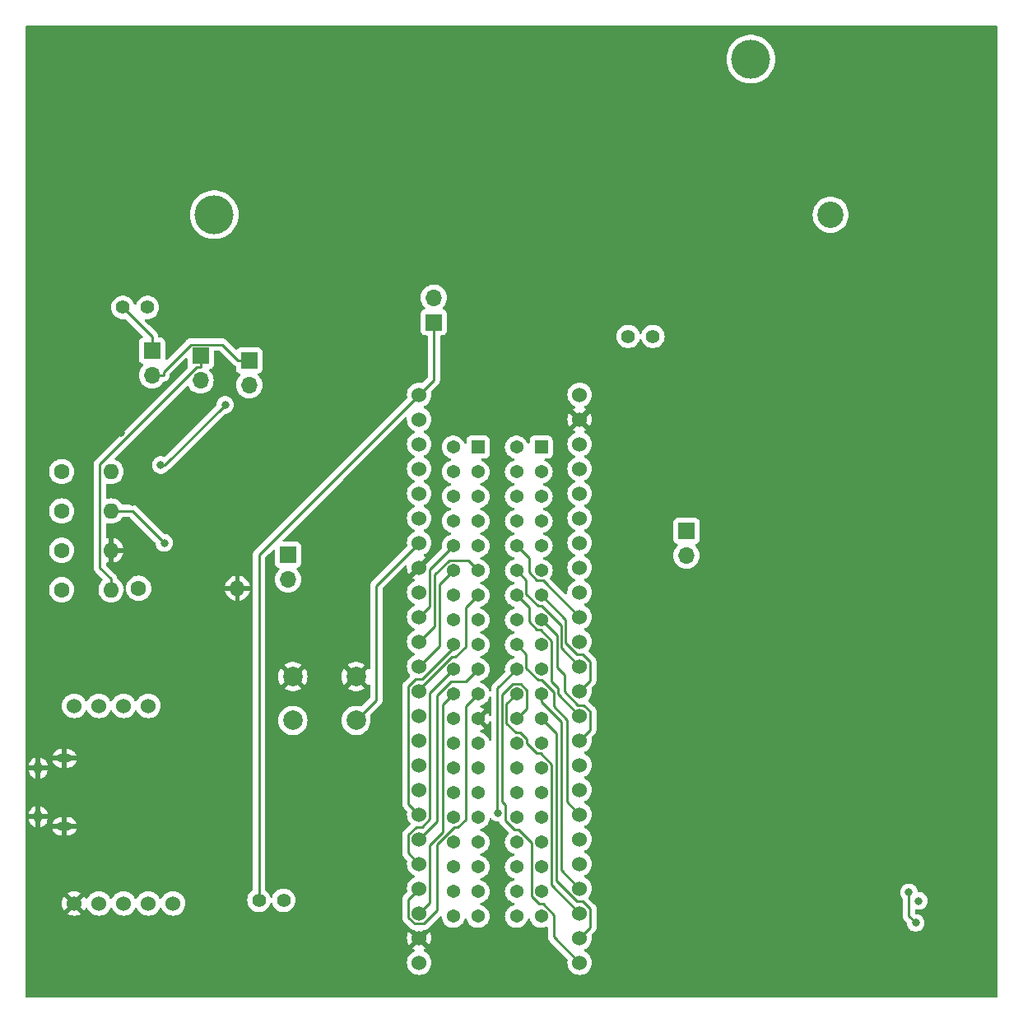
<source format=gbr>
%TF.GenerationSoftware,KiCad,Pcbnew,(7.0.0)*%
%TF.CreationDate,2023-04-14T09:45:01+02:00*%
%TF.ProjectId,overall scematic,6f766572-616c-46c2-9073-63656d617469,rev?*%
%TF.SameCoordinates,Original*%
%TF.FileFunction,Copper,L2,Bot*%
%TF.FilePolarity,Positive*%
%FSLAX46Y46*%
G04 Gerber Fmt 4.6, Leading zero omitted, Abs format (unit mm)*
G04 Created by KiCad (PCBNEW (7.0.0)) date 2023-04-14 09:45:01*
%MOMM*%
%LPD*%
G01*
G04 APERTURE LIST*
%TA.AperFunction,ComponentPad*%
%ADD10R,1.700000X1.700000*%
%TD*%
%TA.AperFunction,ComponentPad*%
%ADD11O,1.700000X1.700000*%
%TD*%
%TA.AperFunction,ComponentPad*%
%ADD12C,4.000000*%
%TD*%
%TA.AperFunction,ComponentPad*%
%ADD13C,2.700000*%
%TD*%
%TA.AperFunction,ComponentPad*%
%ADD14R,1.370000X1.370000*%
%TD*%
%TA.AperFunction,ComponentPad*%
%ADD15C,1.370000*%
%TD*%
%TA.AperFunction,ComponentPad*%
%ADD16C,1.524000*%
%TD*%
%TA.AperFunction,ComponentPad*%
%ADD17C,2.000000*%
%TD*%
%TA.AperFunction,ComponentPad*%
%ADD18O,0.950000X1.250000*%
%TD*%
%TA.AperFunction,ComponentPad*%
%ADD19O,1.550000X0.890000*%
%TD*%
%TA.AperFunction,ComponentPad*%
%ADD20O,1.600000X1.600000*%
%TD*%
%TA.AperFunction,ComponentPad*%
%ADD21C,1.600000*%
%TD*%
%TA.AperFunction,ComponentPad*%
%ADD22C,1.400000*%
%TD*%
%TA.AperFunction,ViaPad*%
%ADD23C,0.800000*%
%TD*%
%TA.AperFunction,Conductor*%
%ADD24C,0.250000*%
%TD*%
G04 APERTURE END LIST*
D10*
%TO.P,J2,1,Pin_1*%
%TO.N,Vreg_Out*%
X151999999Y-82539999D03*
D11*
%TO.P,J2,2,Pin_2*%
%TO.N,/Power module/5V*%
X151999999Y-79999999D03*
%TD*%
D12*
%TO.P,BT1,*%
%TO.N,*%
X129400000Y-71475000D03*
X184600000Y-55475000D03*
D13*
X192820000Y-71475000D03*
%TD*%
D14*
%TO.P,J13,01*%
%TO.N,N/C*%
X163039999Y-95379999D03*
D15*
%TO.P,J13,02*%
X160500000Y-95380000D03*
%TO.P,J13,03*%
X163040000Y-97920000D03*
%TO.P,J13,04*%
X160500000Y-97920000D03*
%TO.P,J13,05*%
X163040000Y-100460000D03*
%TO.P,J13,06*%
X160500000Y-100460000D03*
%TO.P,J13,07*%
X163040000Y-103000000D03*
%TO.P,J13,08*%
X160500000Y-103000000D03*
%TO.P,J13,09*%
X163040000Y-105540000D03*
%TO.P,J13,10,Pin_10*%
%TO.N,/Micro controller pin outs/PB3*%
X160500000Y-105540000D03*
%TO.P,J13,11,Pin_11*%
%TO.N,/Micro controller pin outs/PA15*%
X163040000Y-108080000D03*
%TO.P,J13,12,Pin_12*%
%TO.N,/Micro controller pin outs/PA14*%
X160500000Y-108080000D03*
%TO.P,J13,13,Pin_13*%
%TO.N,/Micro controller pin outs/PF7*%
X163040000Y-110620000D03*
%TO.P,J13,14,Pin_14*%
%TO.N,/Micro controller pin outs/PF6*%
X160500000Y-110620000D03*
%TO.P,J13,15,Pin_15*%
%TO.N,/Micro controller pin outs/PA13*%
X163040000Y-113160000D03*
%TO.P,J13,16,Pin_16*%
%TO.N,/Micro controller pin outs/PA12*%
X160500000Y-113160000D03*
%TO.P,J13,17,Pin_17*%
%TO.N,/Micro controller pin outs/PA11*%
X163040000Y-115700000D03*
%TO.P,J13,18,Pin_18*%
%TO.N,/Micro controller pin outs/PA10*%
X160500000Y-115700000D03*
%TO.P,J13,19,Pin_19*%
%TO.N,/Micro controller pin outs/PA9*%
X163040000Y-118240000D03*
%TO.P,J13,20,Pin_20*%
%TO.N,/Micro controller pin outs/PA8*%
X160500000Y-118240000D03*
%TO.P,J13,21,Pin_21*%
%TO.N,/Micro controller pin outs/PB15*%
X163040000Y-120780000D03*
%TO.P,J13,22,Pin_22*%
%TO.N,/Micro controller pin outs/PB14*%
X160500000Y-120780000D03*
%TO.P,J13,23,Pin_23*%
%TO.N,/Micro controller pin outs/PB13*%
X163040000Y-123320000D03*
%TO.P,J13,24,Pin_24*%
%TO.N,/Micro controller pin outs/PB12*%
X160500000Y-123320000D03*
%TO.P,J13,25*%
%TO.N,N/C*%
X163040000Y-125860000D03*
%TO.P,J13,26*%
X160500000Y-125860000D03*
%TO.P,J13,27*%
X163040000Y-128400000D03*
%TO.P,J13,28*%
X160500000Y-128400000D03*
%TO.P,J13,29*%
X163040000Y-130940000D03*
%TO.P,J13,30*%
X160500000Y-130940000D03*
%TO.P,J13,31*%
X163040000Y-133480000D03*
%TO.P,J13,32*%
X160500000Y-133480000D03*
%TO.P,J13,33*%
X163040000Y-136020000D03*
%TO.P,J13,34*%
X160500000Y-136020000D03*
%TO.P,J13,35*%
X163040000Y-138560000D03*
%TO.P,J13,36*%
X160500000Y-138560000D03*
%TO.P,J13,37*%
X163040000Y-141100000D03*
%TO.P,J13,38*%
X160500000Y-141100000D03*
%TO.P,J13,39*%
X163040000Y-143640000D03*
%TO.P,J13,40*%
X160500000Y-143640000D03*
%TD*%
D14*
%TO.P,J12,01*%
%TO.N,N/C*%
X156539999Y-95379999D03*
D15*
%TO.P,J12,02*%
X154000000Y-95380000D03*
%TO.P,J12,03*%
X156540000Y-97920000D03*
%TO.P,J12,04*%
X154000000Y-97920000D03*
%TO.P,J12,05*%
X156540000Y-100460000D03*
%TO.P,J12,06*%
X154000000Y-100460000D03*
%TO.P,J12,07*%
X156540000Y-103000000D03*
%TO.P,J12,08*%
X154000000Y-103000000D03*
%TO.P,J12,09*%
X156540000Y-105540000D03*
%TO.P,J12,10,Pin_10*%
%TO.N,/Micro controller pin outs/PA0*%
X154000000Y-105540000D03*
%TO.P,J12,11,Pin_11*%
%TO.N,/Micro controller pin outs/PA1*%
X156540000Y-108080000D03*
%TO.P,J12,12,Pin_12*%
%TO.N,/Micro controller pin outs/PA2*%
X154000000Y-108080000D03*
%TO.P,J12,13,Pin_13*%
%TO.N,/Micro controller pin outs/PA3*%
X156540000Y-110620000D03*
%TO.P,J12,14,Pin_14*%
%TO.N,/Micro controller pin outs/PA4*%
X154000000Y-110620000D03*
%TO.P,J12,15,Pin_15*%
%TO.N,/Micro controller pin outs/PA5*%
X156540000Y-113160000D03*
%TO.P,J12,16,Pin_16*%
%TO.N,/Micro controller pin outs/PA6*%
X154000000Y-113160000D03*
%TO.P,J12,17,Pin_17*%
%TO.N,/Micro controller pin outs/PA7*%
X156540000Y-115700000D03*
%TO.P,J12,18,Pin_18*%
%TO.N,/Micro controller pin outs/PB0*%
X154000000Y-115700000D03*
%TO.P,J12,19,Pin_19*%
%TO.N,/Micro controller pin outs/PB1*%
X156540000Y-118240000D03*
%TO.P,J12,20,Pin_20*%
%TO.N,/Micro controller pin outs/PB2*%
X154000000Y-118240000D03*
%TO.P,J12,21,Pin_21*%
%TO.N,/SCL*%
X156540000Y-120780000D03*
%TO.P,J12,22,Pin_22*%
%TO.N,/SDA*%
X154000000Y-120780000D03*
%TO.P,J12,23,Pin_23*%
%TO.N,GND*%
X156540000Y-123320000D03*
%TO.P,J12,24,Pin_24*%
%TO.N,/Supply_Voltage*%
X154000000Y-123320000D03*
%TO.P,J12,25*%
%TO.N,N/C*%
X156540000Y-125860000D03*
%TO.P,J12,26*%
X154000000Y-125860000D03*
%TO.P,J12,27*%
X156540000Y-128400000D03*
%TO.P,J12,28*%
X154000000Y-128400000D03*
%TO.P,J12,29*%
X156540000Y-130940000D03*
%TO.P,J12,30*%
X154000000Y-130940000D03*
%TO.P,J12,31*%
X156540000Y-133480000D03*
%TO.P,J12,32*%
X154000000Y-133480000D03*
%TO.P,J12,33*%
X156540000Y-136020000D03*
%TO.P,J12,34*%
X154000000Y-136020000D03*
%TO.P,J12,35*%
X156540000Y-138560000D03*
%TO.P,J12,36*%
X154000000Y-138560000D03*
%TO.P,J12,37*%
X156540000Y-141100000D03*
%TO.P,J12,38*%
X154000000Y-141100000D03*
%TO.P,J12,39*%
X156540000Y-143640000D03*
%TO.P,J12,40*%
X154000000Y-143640000D03*
%TD*%
D16*
%TO.P,U3,1,5V_USB*%
%TO.N,Vreg_Out*%
X125160000Y-142320000D03*
%TO.P,U3,2,V_Target*%
%TO.N,/Supply_Voltage*%
X122620000Y-142320000D03*
%TO.P,U3,3,USB_DM*%
%TO.N,Data -*%
X120080000Y-142320000D03*
%TO.P,U3,4,USB_DP*%
%TO.N,Data +*%
X117540000Y-142320000D03*
%TO.P,U3,5,GND*%
%TO.N,GND*%
X115000000Y-142320000D03*
%TO.P,U3,6,T_NRST*%
%TO.N,/Micro controller pin outs/NRST*%
X122620000Y-122000000D03*
%TO.P,U3,7,T_SWCLK*%
%TO.N,/Micro controller pin outs/PA9*%
X120080000Y-122000000D03*
%TO.P,U3,8,T_SWDIO*%
%TO.N,/Micro controller pin outs/PA10*%
X117540000Y-122000000D03*
%TO.P,U3,9,T_SWO*%
%TO.N,unconnected-(U3-T_SWO-Pad9)*%
X115000000Y-122000000D03*
%TD*%
%TO.P,J9,1,Pin_1*%
%TO.N,Vreg_Out*%
X150490000Y-90000000D03*
%TO.P,J9,2,Pin_2*%
%TO.N,/Micro controller pin outs/PC13*%
X150490000Y-92540000D03*
%TO.P,J9,3,Pin_3*%
%TO.N,/Micro controller pin outs/PC14*%
X150490000Y-95080000D03*
%TO.P,J9,4,Pin_4*%
%TO.N,/Micro controller pin outs/PC15*%
X150490000Y-97620000D03*
%TO.P,J9,5,Pin_5*%
%TO.N,/Micro controller pin outs/PF0*%
X150490000Y-100160000D03*
%TO.P,J9,6,Pin_6*%
%TO.N,/Micro controller pin outs/PF1*%
X150490000Y-102700000D03*
%TO.P,J9,7,Pin_7*%
%TO.N,/Micro controller pin outs/NRST*%
X150490000Y-105240000D03*
%TO.P,J9,8,Pin_8*%
%TO.N,GND*%
X150490000Y-107780000D03*
%TO.P,J9,9,Pin_9*%
%TO.N,/Micro controller pin outs/VDDA*%
X150490000Y-110320000D03*
%TO.P,J9,10,Pin_10*%
%TO.N,/Micro controller pin outs/PA0*%
X150490000Y-112860000D03*
%TO.P,J9,11,Pin_11*%
%TO.N,/Micro controller pin outs/PA1*%
X150490000Y-115400000D03*
%TO.P,J9,12,Pin_12*%
%TO.N,/Micro controller pin outs/PA2*%
X150490000Y-117940000D03*
%TO.P,J9,13,Pin_13*%
%TO.N,/Micro controller pin outs/PA3*%
X150490000Y-120480000D03*
%TO.P,J9,14,Pin_14*%
%TO.N,/Micro controller pin outs/PA4*%
X150490000Y-123020000D03*
%TO.P,J9,15,Pin_15*%
%TO.N,/Micro controller pin outs/PA5*%
X150490000Y-125560000D03*
%TO.P,J9,16,Pin_16*%
%TO.N,/Micro controller pin outs/PA6*%
X150490000Y-128100000D03*
%TO.P,J9,17,Pin_17*%
%TO.N,/Micro controller pin outs/PA7*%
X150490000Y-130640000D03*
%TO.P,J9,18,Pin_18*%
%TO.N,/Micro controller pin outs/PB0*%
X150490000Y-133180000D03*
%TO.P,J9,19,Pin_19*%
%TO.N,/Micro controller pin outs/PB1*%
X150490000Y-135720000D03*
%TO.P,J9,20,Pin_20*%
%TO.N,/Micro controller pin outs/PB2*%
X150490000Y-138260000D03*
%TO.P,J9,21,Pin_21*%
%TO.N,/SCL*%
X150490000Y-140800000D03*
%TO.P,J9,22,Pin_22*%
%TO.N,/SDA*%
X150490000Y-143340000D03*
%TO.P,J9,23,Pin_23*%
%TO.N,GND*%
X150490000Y-145880000D03*
%TO.P,J9,24,Pin_24*%
%TO.N,/Supply_Voltage*%
X150490000Y-148420000D03*
%TO.P,J9,25,Pin_25*%
%TO.N,/Micro controller pin outs/PB12*%
X167000000Y-148420000D03*
%TO.P,J9,26,Pin_26*%
%TO.N,/Micro controller pin outs/PB13*%
X167000000Y-145880000D03*
%TO.P,J9,27,Pin_27*%
%TO.N,/Micro controller pin outs/PB14*%
X167000000Y-143340000D03*
%TO.P,J9,28,Pin_28*%
%TO.N,/Micro controller pin outs/PB15*%
X167000000Y-140800000D03*
%TO.P,J9,29,Pin_29*%
%TO.N,/Micro controller pin outs/PA8*%
X167000000Y-138260000D03*
%TO.P,J9,30,Pin_30*%
%TO.N,/Micro controller pin outs/PA9*%
X167000000Y-135720000D03*
%TO.P,J9,31,Pin_31*%
%TO.N,/Micro controller pin outs/PA10*%
X167000000Y-133180000D03*
%TO.P,J9,32,Pin_32*%
%TO.N,/Micro controller pin outs/PA11*%
X167000000Y-130640000D03*
%TO.P,J9,33,Pin_33*%
%TO.N,/Micro controller pin outs/PA12*%
X167000000Y-128100000D03*
%TO.P,J9,34,Pin_34*%
%TO.N,/Micro controller pin outs/PA13*%
X167000000Y-125560000D03*
%TO.P,J9,35,Pin_35*%
%TO.N,/Micro controller pin outs/PF6*%
X167000000Y-123020000D03*
%TO.P,J9,36,Pin_36*%
%TO.N,/Micro controller pin outs/PF7*%
X167000000Y-120480000D03*
%TO.P,J9,37,Pin_37*%
%TO.N,/Micro controller pin outs/PA14*%
X167000000Y-117940000D03*
%TO.P,J9,38,Pin_38*%
%TO.N,/Micro controller pin outs/PA15*%
X167000000Y-115400000D03*
%TO.P,J9,39,Pin_39*%
%TO.N,/Micro controller pin outs/PB3*%
X167000000Y-112860000D03*
%TO.P,J9,40,Pin_40*%
%TO.N,/Micro controller pin outs/PB4*%
X167000000Y-110320000D03*
%TO.P,J9,41,Pin_41*%
%TO.N,/Micro controller pin outs/PB5*%
X167000000Y-107780000D03*
%TO.P,J9,42,Pin_42*%
%TO.N,/Micro controller pin outs/PB6*%
X167000000Y-105240000D03*
%TO.P,J9,43,Pin_43*%
%TO.N,/Micro controller pin outs/PB7*%
X167000000Y-102700000D03*
%TO.P,J9,44,Pin_44*%
%TO.N,/Micro controller pin outs/BOOT*%
X167000000Y-100160000D03*
%TO.P,J9,45,Pin_45*%
%TO.N,/Micro controller pin outs/PB8*%
X167000000Y-97620000D03*
%TO.P,J9,46,Pin_46*%
%TO.N,/Micro controller pin outs/PB9*%
X167000000Y-95080000D03*
%TO.P,J9,47,Pin_47*%
%TO.N,GND*%
X167000000Y-92540000D03*
%TO.P,J9,48,Pin_48*%
%TO.N,/Supply_Voltage*%
X167000000Y-90000000D03*
%TD*%
D17*
%TO.P,SW1,1,1*%
%TO.N,GND*%
X144000000Y-119000000D03*
X137500000Y-119000000D03*
%TO.P,SW1,2,2*%
%TO.N,/Micro controller pin outs/NRST*%
X144000000Y-123500000D03*
X137500000Y-123500000D03*
%TD*%
D10*
%TO.P,J19,1,Pin_1*%
%TO.N,Net-(J19-Pin_1)*%
X177999999Y-103999999D03*
D11*
%TO.P,J19,2,Pin_2*%
%TO.N,/Supply_Voltage*%
X177999999Y-106539999D03*
%TD*%
D10*
%TO.P,J4,1,Pin_1*%
%TO.N,/Battery+*%
X132999999Y-86459999D03*
D11*
%TO.P,J4,2,Pin_2*%
%TO.N,Net-(J4-Pin_2)*%
X132999999Y-88999999D03*
%TD*%
%TO.P,J5,2,Pin_2*%
%TO.N,/Battery+*%
X122999999Y-87999999D03*
D10*
%TO.P,J5,1,Pin_1*%
%TO.N,Net-(J3-BAT)*%
X122999999Y-85459999D03*
%TD*%
%TO.P,J6,1,Pin_1*%
%TO.N,Net-(J6-Pin_1)*%
X136999999Y-106459999D03*
D11*
%TO.P,J6,2,Pin_2*%
%TO.N,/Supply_Voltage*%
X136999999Y-108999999D03*
%TD*%
%TO.P,J7,2,Pin_2*%
%TO.N,/Power module/V_Battery*%
X127999999Y-88539999D03*
D10*
%TO.P,J7,1,Pin_1*%
%TO.N,Net-(J7-Pin_1)*%
X127999999Y-85999999D03*
%TD*%
D18*
%TO.P,J1,6,Shield*%
%TO.N,GND*%
X111299999Y-128399999D03*
D19*
X113999999Y-127399999D03*
D18*
X111299999Y-133399999D03*
D19*
X113999999Y-134399999D03*
%TD*%
D20*
%TO.P,R1,2*%
%TO.N,GND*%
X131791999Y-109904999D03*
D21*
%TO.P,R1,1*%
%TO.N,Net-(J3-PROG2)*%
X121632000Y-109905000D03*
%TD*%
D20*
%TO.P,R5,2*%
%TO.N,GND*%
X118791999Y-106004999D03*
D21*
%TO.P,R5,1*%
%TO.N,Net-(IC1-CS)*%
X113712000Y-106005000D03*
%TD*%
D20*
%TO.P,R6,2*%
%TO.N,Net-(J7-Pin_1)*%
X118791999Y-110054999D03*
D21*
%TO.P,R6,1*%
%TO.N,Net-(IC1-VCC)*%
X113712000Y-110055000D03*
%TD*%
D20*
%TO.P,R3,2*%
%TO.N,Net-(J3-~{CHRG})*%
X118791999Y-97904999D03*
D21*
%TO.P,R3,1*%
%TO.N,Net-(D1-K)*%
X113712000Y-97905000D03*
%TD*%
D20*
%TO.P,R4,2*%
%TO.N,Net-(J3-~{STDBY})*%
X118791999Y-101954999D03*
D21*
%TO.P,R4,1*%
%TO.N,Net-(D2-K)*%
X113712000Y-101955000D03*
%TD*%
D22*
%TO.P,TP1,2*%
%TO.N,N/C*%
X136540000Y-142000000D03*
%TO.P,TP1,1,1*%
%TO.N,Vreg_Out*%
X134000000Y-142000000D03*
%TD*%
%TO.P,TP2,2*%
%TO.N,N/C*%
X174540000Y-84000000D03*
%TO.P,TP2,1,1*%
%TO.N,Net-(J6-Pin_1)*%
X172000000Y-84000000D03*
%TD*%
%TO.P,TP3,2*%
%TO.N,N/C*%
X122540000Y-81000000D03*
%TO.P,TP3,1,1*%
%TO.N,Net-(J3-BAT)*%
X120000000Y-81000000D03*
%TD*%
D23*
%TO.N,/Micro controller pin outs/PA8*%
X158617000Y-133029000D03*
%TO.N,/Power module/Vcc_IC*%
X130531000Y-91038100D03*
X123903000Y-97233000D03*
%TO.N,Net-(J3-~{STDBY})*%
X124264000Y-105230000D03*
%TO.N,/SCL*%
X201577900Y-144328100D03*
X200870000Y-141199100D03*
%TO.N,GND*%
X121560000Y-97940000D03*
X119800000Y-93910000D03*
X131760000Y-103120000D03*
X130380000Y-100210000D03*
X133000000Y-98000000D03*
X121000000Y-101000000D03*
X120962000Y-103927000D03*
X197150000Y-142060000D03*
X198000000Y-147000000D03*
X207000000Y-148000000D03*
X172000000Y-98000000D03*
X171000000Y-94000000D03*
X179000000Y-91000000D03*
%TO.N,/Supply_Voltage*%
X201890000Y-142070000D03*
%TD*%
D24*
%TO.N,/Micro controller pin outs/PB12*%
X161561000Y-122259000D02*
X160500000Y-123320000D01*
X161561000Y-120396000D02*
X161561000Y-122259000D01*
X160935000Y-119770000D02*
X161561000Y-120396000D01*
X160078000Y-119770000D02*
X160935000Y-119770000D01*
X159006000Y-120842000D02*
X160078000Y-119770000D01*
X159006000Y-131828000D02*
X159006000Y-120842000D01*
X159342000Y-132163000D02*
X159006000Y-131828000D01*
X159342000Y-133788000D02*
X159342000Y-132163000D01*
X160304000Y-134750000D02*
X159342000Y-133788000D01*
X160674000Y-134750000D02*
X160304000Y-134750000D01*
X162030000Y-136106000D02*
X160674000Y-134750000D01*
X162030000Y-141556000D02*
X162030000Y-136106000D01*
X162844000Y-142370000D02*
X162030000Y-141556000D01*
X163214000Y-142370000D02*
X162844000Y-142370000D01*
X164344000Y-143500000D02*
X163214000Y-142370000D01*
X164344000Y-145764000D02*
X164344000Y-143500000D01*
X167000000Y-148420000D02*
X164344000Y-145764000D01*
%TO.N,/Micro controller pin outs/PB13*%
X164590000Y-124870000D02*
X163040000Y-123320000D01*
X164590000Y-139947000D02*
X164590000Y-124870000D01*
X166713000Y-142070000D02*
X164590000Y-139947000D01*
X167290000Y-142070000D02*
X166713000Y-142070000D01*
X168111000Y-142892000D02*
X167290000Y-142070000D01*
X168111000Y-144769000D02*
X168111000Y-142892000D01*
X167000000Y-145880000D02*
X168111000Y-144769000D01*
%TO.N,/Micro controller pin outs/PB14*%
X164076000Y-140416000D02*
X167000000Y-143340000D01*
X164076000Y-128008000D02*
X164076000Y-140416000D01*
X162958000Y-126889000D02*
X164076000Y-128008000D01*
X162605000Y-126889000D02*
X162958000Y-126889000D01*
X161545000Y-125830000D02*
X162605000Y-126889000D01*
X161545000Y-125424000D02*
X161545000Y-125830000D01*
X160870000Y-124749000D02*
X161545000Y-125424000D01*
X160438000Y-124749000D02*
X160870000Y-124749000D01*
X159469000Y-123779000D02*
X160438000Y-124749000D01*
X159469000Y-121811000D02*
X159469000Y-123779000D01*
X160500000Y-120780000D02*
X159469000Y-121811000D01*
%TO.N,/Micro controller pin outs/PB15*%
X163040000Y-121573000D02*
X163040000Y-120780000D01*
X165094000Y-123627000D02*
X163040000Y-121573000D01*
X165094000Y-138894000D02*
X165094000Y-123627000D01*
X167000000Y-140800000D02*
X165094000Y-138894000D01*
%TO.N,/Micro controller pin outs/PA8*%
X158545000Y-132958000D02*
X158617000Y-133029000D01*
X158545000Y-120195000D02*
X158545000Y-132958000D01*
X160500000Y-118240000D02*
X158545000Y-120195000D01*
%TO.N,/Micro controller pin outs/PA10*%
X165715000Y-131895000D02*
X167000000Y-133180000D01*
X165715000Y-123455000D02*
X165715000Y-131895000D01*
X164337000Y-122077000D02*
X165715000Y-123455000D01*
X164337000Y-120595000D02*
X164337000Y-122077000D01*
X163092000Y-119351000D02*
X164337000Y-120595000D01*
X162710000Y-119351000D02*
X163092000Y-119351000D01*
X161510000Y-118151000D02*
X162710000Y-119351000D01*
X161510000Y-116710000D02*
X161510000Y-118151000D01*
X160500000Y-115700000D02*
X161510000Y-116710000D01*
%TO.N,/Micro controller pin outs/PA13*%
X164659000Y-114779000D02*
X163040000Y-113160000D01*
X164659000Y-118046000D02*
X164659000Y-114779000D01*
X165462000Y-118849000D02*
X164659000Y-118046000D01*
X165462000Y-120527000D02*
X165462000Y-118849000D01*
X166844000Y-121909000D02*
X165462000Y-120527000D01*
X167427000Y-121909000D02*
X166844000Y-121909000D01*
X168092000Y-122574000D02*
X167427000Y-121909000D01*
X168092000Y-124468000D02*
X168092000Y-122574000D01*
X167000000Y-125560000D02*
X168092000Y-124468000D01*
%TO.N,/Micro controller pin outs/PF6*%
X164787000Y-120807000D02*
X167000000Y-123020000D01*
X164787000Y-120170000D02*
X164787000Y-120807000D01*
X164120000Y-119503000D02*
X164787000Y-120170000D01*
X164120000Y-115330000D02*
X164120000Y-119503000D01*
X162960000Y-114170000D02*
X164120000Y-115330000D01*
X162588000Y-114170000D02*
X162960000Y-114170000D01*
X161770000Y-113352000D02*
X162588000Y-114170000D01*
X161770000Y-111890000D02*
X161770000Y-113352000D01*
X160500000Y-110620000D02*
X161770000Y-111890000D01*
%TO.N,/Micro controller pin outs/PF7*%
X165560000Y-113140000D02*
X163040000Y-110620000D01*
X165560000Y-115500000D02*
X165560000Y-113140000D01*
X166729000Y-116670000D02*
X165560000Y-115500000D01*
X167317000Y-116670000D02*
X166729000Y-116670000D01*
X168091000Y-117444000D02*
X167317000Y-116670000D01*
X168091000Y-119389000D02*
X168091000Y-117444000D01*
X167000000Y-120480000D02*
X168091000Y-119389000D01*
%TO.N,/Micro controller pin outs/PA14*%
X165109000Y-116049000D02*
X167000000Y-117940000D01*
X165109000Y-113727000D02*
X165109000Y-116049000D01*
X163113000Y-111731000D02*
X165109000Y-113727000D01*
X162710000Y-111731000D02*
X163113000Y-111731000D01*
X161510000Y-110531000D02*
X162710000Y-111731000D01*
X161510000Y-109090000D02*
X161510000Y-110531000D01*
X160500000Y-108080000D02*
X161510000Y-109090000D01*
%TO.N,/Micro controller pin outs/PB3*%
X161770000Y-106810000D02*
X160500000Y-105540000D01*
X161770000Y-108256000D02*
X161770000Y-106810000D01*
X162605000Y-109090000D02*
X161770000Y-108256000D01*
X163230000Y-109090000D02*
X162605000Y-109090000D01*
X167000000Y-112860000D02*
X163230000Y-109090000D01*
%TO.N,/Micro controller pin outs/PB2*%
X151577000Y-120663000D02*
X154000000Y-118240000D01*
X151577000Y-133646000D02*
X151577000Y-120663000D01*
X150774000Y-134450000D02*
X151577000Y-133646000D01*
X150191000Y-134450000D02*
X150774000Y-134450000D01*
X149360000Y-135281000D02*
X150191000Y-134450000D01*
X149360000Y-137130000D02*
X149360000Y-135281000D01*
X150490000Y-138260000D02*
X149360000Y-137130000D01*
%TO.N,/Micro controller pin outs/PB1*%
X155270000Y-119510000D02*
X156540000Y-118240000D01*
X153791000Y-119510000D02*
X155270000Y-119510000D01*
X152349000Y-120952000D02*
X153791000Y-119510000D01*
X152349000Y-133861000D02*
X152349000Y-120952000D01*
X150490000Y-135720000D02*
X152349000Y-133861000D01*
%TO.N,/Micro controller pin outs/PB0*%
X154000000Y-116008000D02*
X154000000Y-115700000D01*
X150798000Y-119210000D02*
X154000000Y-116008000D01*
X150160000Y-119210000D02*
X150798000Y-119210000D01*
X149393000Y-119977000D02*
X150160000Y-119210000D01*
X149393000Y-132083000D02*
X149393000Y-119977000D01*
X150490000Y-133180000D02*
X149393000Y-132083000D01*
%TO.N,/Micro controller pin outs/PA3*%
X155270000Y-111890000D02*
X156540000Y-110620000D01*
X155270000Y-115898000D02*
X155270000Y-111890000D01*
X154198000Y-116971000D02*
X155270000Y-115898000D01*
X153840000Y-116971000D02*
X154198000Y-116971000D01*
X150490000Y-120321000D02*
X153840000Y-116971000D01*
X150490000Y-120480000D02*
X150490000Y-120321000D01*
%TO.N,/Micro controller pin outs/PA2*%
X152540000Y-109540000D02*
X154000000Y-108080000D01*
X152540000Y-115890000D02*
X152540000Y-109540000D01*
X150490000Y-117940000D02*
X152540000Y-115890000D01*
%TO.N,/Micro controller pin outs/PA1*%
X155508000Y-107048000D02*
X156540000Y-108080000D01*
X153564000Y-107048000D02*
X155508000Y-107048000D01*
X152089000Y-108522000D02*
X153564000Y-107048000D01*
X152089000Y-113801000D02*
X152089000Y-108522000D01*
X150490000Y-115400000D02*
X152089000Y-113801000D01*
%TO.N,Net-(J3-BAT)*%
X123000000Y-84000000D02*
X123000000Y-85460000D01*
X120000000Y-81000000D02*
X123000000Y-84000000D01*
%TO.N,/Battery+*%
X124175000Y-88000000D02*
X123000000Y-88000000D01*
X124175000Y-87632800D02*
X124175000Y-88000000D01*
X126983000Y-84824800D02*
X124175000Y-87632800D01*
X130190000Y-84824800D02*
X126983000Y-84824800D01*
X131825000Y-86460000D02*
X130190000Y-84824800D01*
X133000000Y-86460000D02*
X131825000Y-86460000D01*
%TO.N,Vreg_Out*%
X152000000Y-88490000D02*
X152000000Y-82540000D01*
X150490000Y-90000000D02*
X152000000Y-88490000D01*
X134000000Y-106490000D02*
X150490000Y-90000000D01*
X134000000Y-142000000D02*
X134000000Y-106490000D01*
%TO.N,/SDA*%
X151579000Y-142251000D02*
X150490000Y-143340000D01*
X151579000Y-136369000D02*
X151579000Y-142251000D01*
X152929000Y-135019000D02*
X151579000Y-136369000D01*
X152929000Y-121851000D02*
X152929000Y-135019000D01*
X154000000Y-120780000D02*
X152929000Y-121851000D01*
%TO.N,Net-(J7-Pin_1)*%
X118792000Y-108930000D02*
X118792000Y-110055000D01*
X117647000Y-107785000D02*
X118792000Y-108930000D01*
X117647000Y-97160700D02*
X117647000Y-107785000D01*
X127633000Y-87175100D02*
X117647000Y-97160700D01*
X128000000Y-87175100D02*
X127633000Y-87175100D01*
X128000000Y-86000000D02*
X128000000Y-87175100D01*
%TO.N,/Power module/Vcc_IC*%
X124336000Y-97233000D02*
X130531000Y-91038100D01*
X123903000Y-97233000D02*
X124336000Y-97233000D01*
%TO.N,Net-(J3-~{STDBY})*%
X120990000Y-101955000D02*
X124264000Y-105230000D01*
X118792000Y-101955000D02*
X120990000Y-101955000D01*
%TO.N,/SCL*%
X155270000Y-122050000D02*
X156540000Y-120780000D01*
X155270000Y-133684000D02*
X155270000Y-122050000D01*
X154464000Y-134490000D02*
X155270000Y-133684000D01*
X154098000Y-134490000D02*
X154464000Y-134490000D01*
X152350000Y-136238000D02*
X154098000Y-134490000D01*
X152350000Y-143066000D02*
X152350000Y-136238000D01*
X150987000Y-144429000D02*
X152350000Y-143066000D01*
X150026000Y-144429000D02*
X150987000Y-144429000D01*
X149360000Y-143764000D02*
X150026000Y-144429000D01*
X149360000Y-141930000D02*
X149360000Y-143764000D01*
X150490000Y-140800000D02*
X149360000Y-141930000D01*
X200870000Y-143620200D02*
X201577900Y-144328100D01*
X200870000Y-141199100D02*
X200870000Y-143620200D01*
%TO.N,/Micro controller pin outs/PA0*%
X151583000Y-107957000D02*
X154000000Y-105540000D01*
X151583000Y-111767000D02*
X151583000Y-107957000D01*
X150490000Y-112860000D02*
X151583000Y-111767000D01*
%TO.N,/Micro controller pin outs/NRST*%
X146091000Y-121409000D02*
X144000000Y-123500000D01*
X146091000Y-109639000D02*
X146091000Y-121409000D01*
X150490000Y-105240000D02*
X146091000Y-109639000D01*
%TD*%
%TA.AperFunction,Conductor*%
%TO.N,GND*%
G36*
X157867144Y-121051249D02*
G01*
X157905636Y-121095483D01*
X157919500Y-121152457D01*
X157919500Y-122949369D01*
X157905636Y-123006343D01*
X157867144Y-123050577D01*
X157812631Y-123072180D01*
X157754288Y-123066320D01*
X157705160Y-123034309D01*
X157676234Y-122983303D01*
X157651285Y-122895617D01*
X157647154Y-122884954D01*
X157554384Y-122698647D01*
X157548700Y-122689467D01*
X157537741Y-122681323D01*
X157525576Y-122687976D01*
X156905095Y-123308457D01*
X156898431Y-123320000D01*
X156905095Y-123331542D01*
X157525576Y-123952022D01*
X157537741Y-123958676D01*
X157548702Y-123950531D01*
X157554380Y-123941360D01*
X157647154Y-123755045D01*
X157651285Y-123744382D01*
X157676234Y-123656697D01*
X157705160Y-123605691D01*
X157754288Y-123573680D01*
X157812631Y-123567820D01*
X157867144Y-123589423D01*
X157905636Y-123633657D01*
X157919500Y-123690631D01*
X157919500Y-125487543D01*
X157905636Y-125544517D01*
X157867144Y-125588751D01*
X157812631Y-125610354D01*
X157754288Y-125604494D01*
X157705160Y-125572482D01*
X157676234Y-125521477D01*
X157666579Y-125487543D01*
X157650182Y-125429913D01*
X157552251Y-125233241D01*
X157547407Y-125226827D01*
X157423305Y-125062490D01*
X157419848Y-125057912D01*
X157415611Y-125054049D01*
X157415607Y-125054045D01*
X157261718Y-124913757D01*
X157261719Y-124913757D01*
X157257484Y-124909897D01*
X157252618Y-124906884D01*
X157252614Y-124906881D01*
X157075559Y-124797253D01*
X157075553Y-124797250D01*
X157070687Y-124794237D01*
X157065345Y-124792167D01*
X157065342Y-124792166D01*
X156871159Y-124716940D01*
X156871154Y-124716938D01*
X156865817Y-124714871D01*
X156860189Y-124713819D01*
X156860186Y-124713818D01*
X156848506Y-124711635D01*
X156787752Y-124681383D01*
X156752024Y-124623680D01*
X156752025Y-124555811D01*
X156787754Y-124498108D01*
X156848507Y-124467857D01*
X156860040Y-124465701D01*
X156871033Y-124462573D01*
X157065114Y-124387385D01*
X157075336Y-124382295D01*
X157170507Y-124323367D01*
X157178443Y-124315522D01*
X157172513Y-124306067D01*
X156274127Y-123407681D01*
X156242033Y-123352093D01*
X156242033Y-123287906D01*
X156274127Y-123232319D01*
X156540000Y-122966447D01*
X157172513Y-122333931D01*
X157178443Y-122324476D01*
X157170506Y-122316630D01*
X157075339Y-122257706D01*
X157065113Y-122252614D01*
X156871033Y-122177426D01*
X156860038Y-122174298D01*
X156848501Y-122172141D01*
X156787748Y-122141886D01*
X156752023Y-122084181D01*
X156752026Y-122016313D01*
X156787758Y-121958611D01*
X156848510Y-121928364D01*
X156865817Y-121925129D01*
X157070687Y-121845763D01*
X157257484Y-121730103D01*
X157419848Y-121582088D01*
X157552251Y-121406759D01*
X157650182Y-121210087D01*
X157676234Y-121118522D01*
X157705160Y-121067518D01*
X157754288Y-121035506D01*
X157812631Y-121029646D01*
X157867144Y-121051249D01*
G37*
%TD.AperFunction*%
%TA.AperFunction,Conductor*%
G36*
X209937500Y-52017113D02*
G01*
X209982887Y-52062500D01*
X209999500Y-52124500D01*
X209999500Y-151875500D01*
X209982887Y-151937500D01*
X209937500Y-151982887D01*
X209875500Y-151999500D01*
X110124500Y-151999500D01*
X110062500Y-151982887D01*
X110017113Y-151937500D01*
X110000500Y-151875500D01*
X110000500Y-148420000D01*
X149222677Y-148420000D01*
X149223149Y-148425395D01*
X149241457Y-148634669D01*
X149241458Y-148634676D01*
X149241930Y-148640068D01*
X149243329Y-148645289D01*
X149243331Y-148645300D01*
X149297706Y-148848228D01*
X149297708Y-148848235D01*
X149299106Y-148853450D01*
X149392466Y-149053662D01*
X149395566Y-149058090D01*
X149395570Y-149058096D01*
X149499173Y-149206056D01*
X149519174Y-149234620D01*
X149675380Y-149390826D01*
X149765858Y-149454179D01*
X149851903Y-149514429D01*
X149851906Y-149514430D01*
X149856338Y-149517534D01*
X150056550Y-149610894D01*
X150061770Y-149612292D01*
X150061771Y-149612293D01*
X150264699Y-149666668D01*
X150264701Y-149666668D01*
X150269932Y-149668070D01*
X150490000Y-149687323D01*
X150710068Y-149668070D01*
X150923450Y-149610894D01*
X151123662Y-149517534D01*
X151304620Y-149390826D01*
X151460826Y-149234620D01*
X151587534Y-149053662D01*
X151680894Y-148853450D01*
X151738070Y-148640068D01*
X151757323Y-148420000D01*
X151738070Y-148199932D01*
X151680894Y-147986550D01*
X151587534Y-147786339D01*
X151460826Y-147605380D01*
X151304620Y-147449174D01*
X151276056Y-147429173D01*
X151128096Y-147325570D01*
X151128090Y-147325566D01*
X151123662Y-147322466D01*
X151118760Y-147320180D01*
X151118758Y-147320179D01*
X150994217Y-147262105D01*
X150942041Y-147216348D01*
X150922622Y-147149722D01*
X150942042Y-147083097D01*
X150994219Y-147037340D01*
X151118499Y-146979388D01*
X151127851Y-146973989D01*
X151177064Y-146939528D01*
X151184496Y-146931419D01*
X151178582Y-146922136D01*
X150501542Y-146245095D01*
X150490000Y-146238431D01*
X150478457Y-146245095D01*
X149801416Y-146922136D01*
X149795503Y-146931418D01*
X149802936Y-146939530D01*
X149852151Y-146973991D01*
X149861499Y-146979388D01*
X149985780Y-147037341D01*
X150037956Y-147083097D01*
X150057376Y-147149722D01*
X150037957Y-147216347D01*
X149985782Y-147262105D01*
X149861245Y-147320178D01*
X149861242Y-147320179D01*
X149856339Y-147322466D01*
X149851906Y-147325569D01*
X149851899Y-147325574D01*
X149679815Y-147446068D01*
X149679810Y-147446071D01*
X149675380Y-147449174D01*
X149671556Y-147452997D01*
X149671550Y-147453003D01*
X149523003Y-147601550D01*
X149522997Y-147601556D01*
X149519174Y-147605380D01*
X149516071Y-147609810D01*
X149516068Y-147609815D01*
X149395574Y-147781899D01*
X149395569Y-147781906D01*
X149392466Y-147786339D01*
X149390178Y-147791245D01*
X149390176Y-147791249D01*
X149301393Y-147981643D01*
X149301388Y-147981654D01*
X149299106Y-147986550D01*
X149297706Y-147991772D01*
X149297705Y-147991777D01*
X149243331Y-148194699D01*
X149243328Y-148194711D01*
X149241930Y-148199932D01*
X149241458Y-148205321D01*
X149241457Y-148205330D01*
X149223386Y-148411890D01*
X149222677Y-148420000D01*
X110000500Y-148420000D01*
X110000500Y-145885395D01*
X149223651Y-145885395D01*
X149241952Y-146094581D01*
X149243826Y-146105213D01*
X149298178Y-146308056D01*
X149301864Y-146318180D01*
X149390609Y-146508496D01*
X149396008Y-146517848D01*
X149430470Y-146567065D01*
X149438579Y-146574496D01*
X149447862Y-146568582D01*
X150124903Y-145891542D01*
X150131567Y-145879999D01*
X150848431Y-145879999D01*
X150855095Y-145891542D01*
X151532136Y-146568582D01*
X151541419Y-146574496D01*
X151549528Y-146567064D01*
X151583989Y-146517851D01*
X151589391Y-146508494D01*
X151678135Y-146318180D01*
X151681821Y-146308056D01*
X151736173Y-146105213D01*
X151738047Y-146094581D01*
X151756349Y-145885395D01*
X151756349Y-145874605D01*
X151738047Y-145665418D01*
X151736173Y-145654786D01*
X151681822Y-145451949D01*
X151678134Y-145441815D01*
X151589388Y-145251500D01*
X151583990Y-145242150D01*
X151549529Y-145192935D01*
X151541418Y-145185502D01*
X151532139Y-145191413D01*
X150855095Y-145868457D01*
X150848431Y-145879999D01*
X150131567Y-145879999D01*
X150124903Y-145868457D01*
X149447859Y-145191413D01*
X149438581Y-145185502D01*
X149430468Y-145192936D01*
X149396006Y-145242154D01*
X149390612Y-145251498D01*
X149301865Y-145441815D01*
X149298177Y-145451949D01*
X149243826Y-145654786D01*
X149241952Y-145665418D01*
X149223651Y-145874605D01*
X149223651Y-145885395D01*
X110000500Y-145885395D01*
X110000500Y-143371418D01*
X114305503Y-143371418D01*
X114312936Y-143379530D01*
X114362151Y-143413991D01*
X114371499Y-143419388D01*
X114561819Y-143508135D01*
X114571943Y-143511821D01*
X114774786Y-143566173D01*
X114785418Y-143568047D01*
X114994605Y-143586349D01*
X115005395Y-143586349D01*
X115214581Y-143568047D01*
X115225213Y-143566173D01*
X115428056Y-143511821D01*
X115438180Y-143508135D01*
X115628494Y-143419391D01*
X115637851Y-143413989D01*
X115687064Y-143379528D01*
X115694496Y-143371419D01*
X115688582Y-143362136D01*
X115011542Y-142685095D01*
X115000000Y-142678431D01*
X114988457Y-142685095D01*
X114311416Y-143362136D01*
X114305503Y-143371418D01*
X110000500Y-143371418D01*
X110000500Y-142325395D01*
X113733651Y-142325395D01*
X113751952Y-142534581D01*
X113753826Y-142545213D01*
X113808178Y-142748056D01*
X113811864Y-142758180D01*
X113900609Y-142948496D01*
X113906008Y-142957848D01*
X113940470Y-143007065D01*
X113948579Y-143014496D01*
X113957862Y-143008582D01*
X114634903Y-142331542D01*
X114641567Y-142320000D01*
X115358431Y-142320000D01*
X115365095Y-142331542D01*
X116042136Y-143008582D01*
X116051419Y-143014496D01*
X116059528Y-143007064D01*
X116093989Y-142957851D01*
X116099388Y-142948499D01*
X116157340Y-142824219D01*
X116203097Y-142772042D01*
X116269722Y-142752622D01*
X116336348Y-142772041D01*
X116382105Y-142824217D01*
X116437919Y-142943912D01*
X116442466Y-142953662D01*
X116445566Y-142958090D01*
X116445570Y-142958096D01*
X116530401Y-143079247D01*
X116569174Y-143134620D01*
X116725380Y-143290826D01*
X116787903Y-143334605D01*
X116901903Y-143414429D01*
X116901906Y-143414430D01*
X116906338Y-143417534D01*
X117106550Y-143510894D01*
X117111770Y-143512292D01*
X117111771Y-143512293D01*
X117314699Y-143566668D01*
X117314701Y-143566668D01*
X117319932Y-143568070D01*
X117540000Y-143587323D01*
X117760068Y-143568070D01*
X117973450Y-143510894D01*
X118173662Y-143417534D01*
X118354620Y-143290826D01*
X118510826Y-143134620D01*
X118637534Y-142953662D01*
X118697618Y-142824808D01*
X118743375Y-142772634D01*
X118810000Y-142753214D01*
X118876625Y-142772634D01*
X118922381Y-142824808D01*
X118937178Y-142856541D01*
X118977919Y-142943912D01*
X118982466Y-142953662D01*
X118985566Y-142958090D01*
X118985570Y-142958096D01*
X119070401Y-143079247D01*
X119109174Y-143134620D01*
X119265380Y-143290826D01*
X119327903Y-143334605D01*
X119441903Y-143414429D01*
X119441906Y-143414430D01*
X119446338Y-143417534D01*
X119646550Y-143510894D01*
X119651770Y-143512292D01*
X119651771Y-143512293D01*
X119854699Y-143566668D01*
X119854701Y-143566668D01*
X119859932Y-143568070D01*
X120080000Y-143587323D01*
X120300068Y-143568070D01*
X120513450Y-143510894D01*
X120713662Y-143417534D01*
X120894620Y-143290826D01*
X121050826Y-143134620D01*
X121177534Y-142953662D01*
X121237618Y-142824808D01*
X121283375Y-142772634D01*
X121350000Y-142753214D01*
X121416625Y-142772634D01*
X121462381Y-142824808D01*
X121477178Y-142856541D01*
X121517919Y-142943912D01*
X121522466Y-142953662D01*
X121525566Y-142958090D01*
X121525570Y-142958096D01*
X121610401Y-143079247D01*
X121649174Y-143134620D01*
X121805380Y-143290826D01*
X121867903Y-143334605D01*
X121981903Y-143414429D01*
X121981906Y-143414430D01*
X121986338Y-143417534D01*
X122186550Y-143510894D01*
X122191770Y-143512292D01*
X122191771Y-143512293D01*
X122394699Y-143566668D01*
X122394701Y-143566668D01*
X122399932Y-143568070D01*
X122620000Y-143587323D01*
X122840068Y-143568070D01*
X123053450Y-143510894D01*
X123253662Y-143417534D01*
X123434620Y-143290826D01*
X123590826Y-143134620D01*
X123717534Y-142953662D01*
X123777618Y-142824808D01*
X123823375Y-142772634D01*
X123890000Y-142753214D01*
X123956625Y-142772634D01*
X124002381Y-142824808D01*
X124017178Y-142856541D01*
X124057919Y-142943912D01*
X124062466Y-142953662D01*
X124065566Y-142958090D01*
X124065570Y-142958096D01*
X124150401Y-143079247D01*
X124189174Y-143134620D01*
X124345380Y-143290826D01*
X124407903Y-143334605D01*
X124521903Y-143414429D01*
X124521906Y-143414430D01*
X124526338Y-143417534D01*
X124726550Y-143510894D01*
X124731770Y-143512292D01*
X124731771Y-143512293D01*
X124934699Y-143566668D01*
X124934701Y-143566668D01*
X124939932Y-143568070D01*
X125160000Y-143587323D01*
X125380068Y-143568070D01*
X125593450Y-143510894D01*
X125793662Y-143417534D01*
X125974620Y-143290826D01*
X126130826Y-143134620D01*
X126257534Y-142953662D01*
X126350894Y-142753450D01*
X126408070Y-142540068D01*
X126427323Y-142320000D01*
X126408070Y-142099932D01*
X126381293Y-142000000D01*
X132794357Y-142000000D01*
X132814885Y-142221536D01*
X132816454Y-142227050D01*
X132874201Y-142430013D01*
X132874204Y-142430021D01*
X132875771Y-142435528D01*
X132878323Y-142440653D01*
X132878325Y-142440658D01*
X132972387Y-142629559D01*
X132972389Y-142629563D01*
X132974942Y-142634689D01*
X132978391Y-142639256D01*
X132978394Y-142639261D01*
X133105561Y-142807658D01*
X133105566Y-142807663D01*
X133109019Y-142812236D01*
X133113255Y-142816097D01*
X133113259Y-142816102D01*
X133225603Y-142918517D01*
X133273438Y-142962124D01*
X133462599Y-143079247D01*
X133670060Y-143159618D01*
X133888757Y-143200500D01*
X134105514Y-143200500D01*
X134111243Y-143200500D01*
X134329940Y-143159618D01*
X134537401Y-143079247D01*
X134726562Y-142962124D01*
X134890981Y-142812236D01*
X135025058Y-142634689D01*
X135124229Y-142435528D01*
X135150734Y-142342371D01*
X135183133Y-142287818D01*
X135238275Y-142256433D01*
X135301725Y-142256433D01*
X135356867Y-142287818D01*
X135389265Y-142342371D01*
X135415771Y-142435528D01*
X135418323Y-142440653D01*
X135418325Y-142440658D01*
X135512387Y-142629559D01*
X135512389Y-142629563D01*
X135514942Y-142634689D01*
X135518391Y-142639256D01*
X135518394Y-142639261D01*
X135645561Y-142807658D01*
X135645566Y-142807663D01*
X135649019Y-142812236D01*
X135653255Y-142816097D01*
X135653259Y-142816102D01*
X135765603Y-142918517D01*
X135813438Y-142962124D01*
X136002599Y-143079247D01*
X136210060Y-143159618D01*
X136428757Y-143200500D01*
X136645514Y-143200500D01*
X136651243Y-143200500D01*
X136869940Y-143159618D01*
X137077401Y-143079247D01*
X137266562Y-142962124D01*
X137430981Y-142812236D01*
X137565058Y-142634689D01*
X137664229Y-142435528D01*
X137725115Y-142221536D01*
X137745643Y-142000000D01*
X137737322Y-141910196D01*
X148729840Y-141910196D01*
X148730574Y-141917961D01*
X148730574Y-141917964D01*
X148733950Y-141953676D01*
X148734500Y-141965345D01*
X148734500Y-143686166D01*
X148733965Y-143697586D01*
X148732283Y-143705139D01*
X148732533Y-143712925D01*
X148732533Y-143712931D01*
X148734436Y-143772058D01*
X148734500Y-143776045D01*
X148734500Y-143803350D01*
X148734987Y-143807208D01*
X148734988Y-143807223D01*
X148735039Y-143807626D01*
X148735950Y-143819154D01*
X148737113Y-143855296D01*
X148737114Y-143855303D01*
X148737365Y-143863095D01*
X148739546Y-143870582D01*
X148739547Y-143870587D01*
X148742889Y-143882058D01*
X148746858Y-143901189D01*
X148748357Y-143913052D01*
X148748359Y-143913059D01*
X148749336Y-143920792D01*
X148752202Y-143928031D01*
X148752205Y-143928042D01*
X148765520Y-143961671D01*
X148769277Y-143972630D01*
X148781571Y-144014825D01*
X148785544Y-144021532D01*
X148785546Y-144021536D01*
X148791637Y-144031818D01*
X148800239Y-144049361D01*
X148804639Y-144060473D01*
X148804641Y-144060478D01*
X148807514Y-144067732D01*
X148818863Y-144083352D01*
X148833345Y-144103286D01*
X148839710Y-144112968D01*
X148858143Y-144144082D01*
X148862120Y-144150795D01*
X148867638Y-144156305D01*
X148867639Y-144156306D01*
X148876095Y-144164749D01*
X148888797Y-144179609D01*
X148895820Y-144189276D01*
X148895822Y-144189279D01*
X148900406Y-144195587D01*
X148932739Y-144222335D01*
X148934267Y-144223599D01*
X148942842Y-144231396D01*
X149529034Y-144816708D01*
X149536249Y-144824631D01*
X149540214Y-144830877D01*
X149545896Y-144836213D01*
X149545898Y-144836215D01*
X149589409Y-144877074D01*
X149592140Y-144879718D01*
X149611882Y-144899431D01*
X149614959Y-144901814D01*
X149615343Y-144902152D01*
X149623784Y-144909355D01*
X149655418Y-144939062D01*
X149673225Y-144948851D01*
X149689409Y-144959473D01*
X149705472Y-144971914D01*
X149712634Y-144975007D01*
X149712636Y-144975008D01*
X149745296Y-144989112D01*
X149755871Y-144994287D01*
X149787068Y-145011437D01*
X149793908Y-145015197D01*
X149801467Y-145017137D01*
X149801468Y-145017138D01*
X149813585Y-145020249D01*
X149831909Y-145026514D01*
X149850559Y-145034569D01*
X149893425Y-145041325D01*
X149904931Y-145043703D01*
X149946981Y-145054500D01*
X149966692Y-145054500D01*
X150014145Y-145063939D01*
X150054373Y-145090819D01*
X150478457Y-145514903D01*
X150489999Y-145521567D01*
X150501542Y-145514903D01*
X150925626Y-145090819D01*
X150965854Y-145063939D01*
X151013307Y-145054500D01*
X151022448Y-145054500D01*
X151026350Y-145054500D01*
X151030313Y-145053999D01*
X151041963Y-145053080D01*
X151085627Y-145051709D01*
X151104861Y-145046119D01*
X151123917Y-145042174D01*
X151143792Y-145039664D01*
X151184395Y-145023587D01*
X151195450Y-145019802D01*
X151237390Y-145007618D01*
X151254629Y-144997422D01*
X151272103Y-144988862D01*
X151283474Y-144984360D01*
X151283476Y-144984358D01*
X151290732Y-144981486D01*
X151326069Y-144955811D01*
X151335824Y-144949403D01*
X151373420Y-144927170D01*
X151387584Y-144913005D01*
X151402379Y-144900368D01*
X151418587Y-144888594D01*
X151446428Y-144854938D01*
X151454279Y-144846309D01*
X152610020Y-143690568D01*
X152670706Y-143657225D01*
X152739811Y-143661620D01*
X152795784Y-143702386D01*
X152821171Y-143766809D01*
X152826022Y-143819154D01*
X152829693Y-143858768D01*
X152889818Y-144070087D01*
X152892370Y-144075213D01*
X152892372Y-144075217D01*
X152985194Y-144261629D01*
X152985196Y-144261633D01*
X152987749Y-144266759D01*
X152991198Y-144271326D01*
X152991201Y-144271331D01*
X153038950Y-144334560D01*
X153120152Y-144442088D01*
X153124388Y-144445949D01*
X153124392Y-144445954D01*
X153201620Y-144516356D01*
X153282516Y-144590103D01*
X153287383Y-144593116D01*
X153287385Y-144593118D01*
X153463251Y-144702010D01*
X153469313Y-144705763D01*
X153674183Y-144785129D01*
X153890147Y-144825500D01*
X154104124Y-144825500D01*
X154109853Y-144825500D01*
X154325817Y-144785129D01*
X154530687Y-144705763D01*
X154717484Y-144590103D01*
X154879848Y-144442088D01*
X155012251Y-144266759D01*
X155110182Y-144070087D01*
X155150734Y-143927559D01*
X155183133Y-143873006D01*
X155238275Y-143841621D01*
X155301725Y-143841621D01*
X155356867Y-143873006D01*
X155389265Y-143927559D01*
X155429818Y-144070087D01*
X155432370Y-144075213D01*
X155432372Y-144075217D01*
X155525194Y-144261629D01*
X155525196Y-144261633D01*
X155527749Y-144266759D01*
X155531198Y-144271326D01*
X155531201Y-144271331D01*
X155578950Y-144334560D01*
X155660152Y-144442088D01*
X155664388Y-144445949D01*
X155664392Y-144445954D01*
X155741620Y-144516356D01*
X155822516Y-144590103D01*
X155827383Y-144593116D01*
X155827385Y-144593118D01*
X156003251Y-144702010D01*
X156009313Y-144705763D01*
X156214183Y-144785129D01*
X156430147Y-144825500D01*
X156644124Y-144825500D01*
X156649853Y-144825500D01*
X156865817Y-144785129D01*
X157070687Y-144705763D01*
X157257484Y-144590103D01*
X157419848Y-144442088D01*
X157552251Y-144266759D01*
X157650182Y-144070087D01*
X157710307Y-143858768D01*
X157730579Y-143640000D01*
X157710307Y-143421232D01*
X157650182Y-143209913D01*
X157552251Y-143013241D01*
X157547586Y-143007064D01*
X157423305Y-142842490D01*
X157419848Y-142837912D01*
X157415611Y-142834049D01*
X157415607Y-142834045D01*
X157261718Y-142693757D01*
X157261719Y-142693757D01*
X157257484Y-142689897D01*
X157252618Y-142686884D01*
X157252614Y-142686881D01*
X157075559Y-142577253D01*
X157075553Y-142577250D01*
X157070687Y-142574237D01*
X157065345Y-142572167D01*
X157065342Y-142572166D01*
X156871159Y-142496940D01*
X156871154Y-142496938D01*
X156865817Y-142494871D01*
X156860186Y-142493818D01*
X156860185Y-142493818D01*
X156849865Y-142491889D01*
X156789111Y-142461638D01*
X156753383Y-142403934D01*
X156753383Y-142336066D01*
X156789111Y-142278362D01*
X156849865Y-142248111D01*
X156850231Y-142248042D01*
X156865817Y-142245129D01*
X157070687Y-142165763D01*
X157257484Y-142050103D01*
X157419848Y-141902088D01*
X157552251Y-141726759D01*
X157650182Y-141530087D01*
X157710307Y-141318768D01*
X157730579Y-141100000D01*
X157710307Y-140881232D01*
X157650182Y-140669913D01*
X157552251Y-140473241D01*
X157511115Y-140418769D01*
X157423305Y-140302490D01*
X157419848Y-140297912D01*
X157415611Y-140294049D01*
X157415607Y-140294045D01*
X157280906Y-140171249D01*
X157257484Y-140149897D01*
X157252618Y-140146884D01*
X157252614Y-140146881D01*
X157075559Y-140037253D01*
X157075553Y-140037250D01*
X157070687Y-140034237D01*
X157065345Y-140032167D01*
X157065342Y-140032166D01*
X156871159Y-139956940D01*
X156871154Y-139956938D01*
X156865817Y-139954871D01*
X156860186Y-139953818D01*
X156860185Y-139953818D01*
X156849865Y-139951889D01*
X156789111Y-139921638D01*
X156753383Y-139863934D01*
X156753383Y-139796066D01*
X156789111Y-139738362D01*
X156849865Y-139708111D01*
X156850231Y-139708042D01*
X156865817Y-139705129D01*
X157070687Y-139625763D01*
X157257484Y-139510103D01*
X157419848Y-139362088D01*
X157552251Y-139186759D01*
X157650182Y-138990087D01*
X157710307Y-138778768D01*
X157730579Y-138560000D01*
X157710307Y-138341232D01*
X157650182Y-138129913D01*
X157552251Y-137933241D01*
X157419848Y-137757912D01*
X157415611Y-137754049D01*
X157415607Y-137754045D01*
X157280906Y-137631249D01*
X157257484Y-137609897D01*
X157252618Y-137606884D01*
X157252614Y-137606881D01*
X157075559Y-137497253D01*
X157075553Y-137497250D01*
X157070687Y-137494237D01*
X157065345Y-137492167D01*
X157065342Y-137492166D01*
X156871159Y-137416940D01*
X156871154Y-137416938D01*
X156865817Y-137414871D01*
X156860186Y-137413818D01*
X156860185Y-137413818D01*
X156849865Y-137411889D01*
X156789111Y-137381638D01*
X156753383Y-137323934D01*
X156753383Y-137256066D01*
X156789111Y-137198362D01*
X156849865Y-137168111D01*
X156850231Y-137168042D01*
X156865817Y-137165129D01*
X157070687Y-137085763D01*
X157257484Y-136970103D01*
X157419848Y-136822088D01*
X157552251Y-136646759D01*
X157650182Y-136450087D01*
X157710307Y-136238768D01*
X157730579Y-136020000D01*
X157710307Y-135801232D01*
X157650182Y-135589913D01*
X157552251Y-135393241D01*
X157503395Y-135328546D01*
X157423305Y-135222490D01*
X157419848Y-135217912D01*
X157415611Y-135214049D01*
X157415607Y-135214045D01*
X157275520Y-135086339D01*
X157257484Y-135069897D01*
X157252618Y-135066884D01*
X157252614Y-135066881D01*
X157075559Y-134957253D01*
X157075553Y-134957250D01*
X157070687Y-134954237D01*
X157065345Y-134952167D01*
X157065342Y-134952166D01*
X156871159Y-134876940D01*
X156871154Y-134876938D01*
X156865817Y-134874871D01*
X156860186Y-134873818D01*
X156860185Y-134873818D01*
X156849865Y-134871889D01*
X156789111Y-134841638D01*
X156753383Y-134783934D01*
X156753383Y-134716066D01*
X156789111Y-134658362D01*
X156849865Y-134628111D01*
X156850231Y-134628042D01*
X156865817Y-134625129D01*
X157070687Y-134545763D01*
X157257484Y-134430103D01*
X157419848Y-134282088D01*
X157552251Y-134106759D01*
X157650182Y-133910087D01*
X157710307Y-133698768D01*
X157711985Y-133680657D01*
X157730109Y-133626692D01*
X157770438Y-133586511D01*
X157824471Y-133568586D01*
X157880819Y-133576694D01*
X157927604Y-133609125D01*
X158011129Y-133701888D01*
X158164270Y-133813151D01*
X158337197Y-133890144D01*
X158522354Y-133929500D01*
X158528857Y-133929500D01*
X158638645Y-133929500D01*
X158690264Y-133940755D01*
X158732513Y-133972476D01*
X158757720Y-134018902D01*
X158763382Y-134038390D01*
X158767353Y-134045105D01*
X158767354Y-134045107D01*
X158773581Y-134055637D01*
X158782136Y-134073099D01*
X158786642Y-134084480D01*
X158786643Y-134084483D01*
X158789514Y-134091732D01*
X158806152Y-134114632D01*
X158815181Y-134127060D01*
X158821593Y-134136822D01*
X158839856Y-134167702D01*
X158839859Y-134167707D01*
X158843830Y-134174420D01*
X158849345Y-134179935D01*
X158857990Y-134188580D01*
X158870626Y-134203374D01*
X158877819Y-134213275D01*
X158877823Y-134213279D01*
X158882406Y-134219587D01*
X158888415Y-134224558D01*
X158888416Y-134224559D01*
X158916058Y-134247426D01*
X158924699Y-134255289D01*
X159668083Y-134998674D01*
X159700657Y-135056109D01*
X159699132Y-135122121D01*
X159663941Y-135177991D01*
X159624390Y-135214047D01*
X159624381Y-135214056D01*
X159620152Y-135217912D01*
X159616705Y-135222475D01*
X159616699Y-135222483D01*
X159491201Y-135388668D01*
X159491194Y-135388678D01*
X159487749Y-135393241D01*
X159485199Y-135398361D01*
X159485194Y-135398370D01*
X159392372Y-135584782D01*
X159392368Y-135584790D01*
X159389818Y-135589913D01*
X159329693Y-135801232D01*
X159309421Y-136020000D01*
X159329693Y-136238768D01*
X159389818Y-136450087D01*
X159392370Y-136455213D01*
X159392372Y-136455217D01*
X159485194Y-136641629D01*
X159485196Y-136641633D01*
X159487749Y-136646759D01*
X159491198Y-136651326D01*
X159491201Y-136651331D01*
X159595500Y-136789444D01*
X159620152Y-136822088D01*
X159624388Y-136825949D01*
X159624392Y-136825954D01*
X159702197Y-136896882D01*
X159782516Y-136970103D01*
X159787383Y-136973116D01*
X159787385Y-136973118D01*
X159964435Y-137082743D01*
X159969313Y-137085763D01*
X160174183Y-137165129D01*
X160189475Y-137167987D01*
X160190135Y-137168111D01*
X160250888Y-137198363D01*
X160286616Y-137256066D01*
X160286616Y-137323934D01*
X160250888Y-137381637D01*
X160190135Y-137411889D01*
X160179813Y-137413818D01*
X160179807Y-137413819D01*
X160174183Y-137414871D01*
X160168848Y-137416937D01*
X160168840Y-137416940D01*
X159974657Y-137492166D01*
X159974650Y-137492169D01*
X159969313Y-137494237D01*
X159964450Y-137497247D01*
X159964440Y-137497253D01*
X159787385Y-137606881D01*
X159787375Y-137606887D01*
X159782516Y-137609897D01*
X159778285Y-137613753D01*
X159778281Y-137613757D01*
X159624392Y-137754045D01*
X159624382Y-137754055D01*
X159620152Y-137757912D01*
X159616698Y-137762484D01*
X159616694Y-137762490D01*
X159491201Y-137928668D01*
X159491194Y-137928678D01*
X159487749Y-137933241D01*
X159485199Y-137938361D01*
X159485194Y-137938370D01*
X159392372Y-138124782D01*
X159392368Y-138124790D01*
X159389818Y-138129913D01*
X159329693Y-138341232D01*
X159309421Y-138560000D01*
X159329693Y-138778768D01*
X159389818Y-138990087D01*
X159392370Y-138995213D01*
X159392372Y-138995217D01*
X159485194Y-139181629D01*
X159485196Y-139181633D01*
X159487749Y-139186759D01*
X159491198Y-139191326D01*
X159491201Y-139191331D01*
X159595500Y-139329444D01*
X159620152Y-139362088D01*
X159624388Y-139365949D01*
X159624392Y-139365954D01*
X159702197Y-139436882D01*
X159782516Y-139510103D01*
X159787383Y-139513116D01*
X159787385Y-139513118D01*
X159964435Y-139622743D01*
X159969313Y-139625763D01*
X160174183Y-139705129D01*
X160189475Y-139707987D01*
X160190135Y-139708111D01*
X160250888Y-139738363D01*
X160286616Y-139796066D01*
X160286616Y-139863934D01*
X160250888Y-139921637D01*
X160190135Y-139951889D01*
X160179813Y-139953818D01*
X160179807Y-139953819D01*
X160174183Y-139954871D01*
X160168848Y-139956937D01*
X160168840Y-139956940D01*
X159974657Y-140032166D01*
X159974650Y-140032169D01*
X159969313Y-140034237D01*
X159964450Y-140037247D01*
X159964440Y-140037253D01*
X159787385Y-140146881D01*
X159787375Y-140146887D01*
X159782516Y-140149897D01*
X159778285Y-140153753D01*
X159778281Y-140153757D01*
X159624392Y-140294045D01*
X159624382Y-140294055D01*
X159620152Y-140297912D01*
X159616698Y-140302484D01*
X159616694Y-140302490D01*
X159491201Y-140468668D01*
X159491194Y-140468678D01*
X159487749Y-140473241D01*
X159485199Y-140478361D01*
X159485194Y-140478370D01*
X159392372Y-140664782D01*
X159392368Y-140664790D01*
X159389818Y-140669913D01*
X159388249Y-140675425D01*
X159388249Y-140675427D01*
X159341316Y-140840382D01*
X159329693Y-140881232D01*
X159329164Y-140886937D01*
X159329164Y-140886939D01*
X159326031Y-140920753D01*
X159309421Y-141100000D01*
X159309950Y-141105709D01*
X159326996Y-141289669D01*
X159329693Y-141318768D01*
X159389818Y-141530087D01*
X159392370Y-141535213D01*
X159392372Y-141535217D01*
X159485194Y-141721629D01*
X159485196Y-141721633D01*
X159487749Y-141726759D01*
X159491198Y-141731326D01*
X159491201Y-141731331D01*
X159604789Y-141881744D01*
X159620152Y-141902088D01*
X159624388Y-141905949D01*
X159624392Y-141905954D01*
X159721293Y-141994291D01*
X159782516Y-142050103D01*
X159787383Y-142053116D01*
X159787385Y-142053118D01*
X159914486Y-142131816D01*
X159969313Y-142165763D01*
X160174183Y-142245129D01*
X160189475Y-142247987D01*
X160190135Y-142248111D01*
X160250888Y-142278363D01*
X160286616Y-142336066D01*
X160286616Y-142403934D01*
X160250888Y-142461637D01*
X160190135Y-142491889D01*
X160179813Y-142493818D01*
X160179807Y-142493819D01*
X160174183Y-142494871D01*
X160168848Y-142496937D01*
X160168840Y-142496940D01*
X159974657Y-142572166D01*
X159974650Y-142572169D01*
X159969313Y-142574237D01*
X159964450Y-142577247D01*
X159964440Y-142577253D01*
X159787385Y-142686881D01*
X159787375Y-142686887D01*
X159782516Y-142689897D01*
X159778285Y-142693753D01*
X159778281Y-142693757D01*
X159624392Y-142834045D01*
X159624382Y-142834055D01*
X159620152Y-142837912D01*
X159616700Y-142842483D01*
X159616694Y-142842490D01*
X159491201Y-143008668D01*
X159491194Y-143008678D01*
X159487749Y-143013241D01*
X159485199Y-143018361D01*
X159485194Y-143018370D01*
X159392372Y-143204782D01*
X159392368Y-143204790D01*
X159389818Y-143209913D01*
X159388249Y-143215425D01*
X159388249Y-143215427D01*
X159331262Y-143415717D01*
X159329693Y-143421232D01*
X159329164Y-143426937D01*
X159329164Y-143426939D01*
X159314346Y-143586851D01*
X159309421Y-143640000D01*
X159309950Y-143645709D01*
X159323418Y-143791056D01*
X159329693Y-143858768D01*
X159389818Y-144070087D01*
X159392370Y-144075213D01*
X159392372Y-144075217D01*
X159485194Y-144261629D01*
X159485196Y-144261633D01*
X159487749Y-144266759D01*
X159491198Y-144271326D01*
X159491201Y-144271331D01*
X159538950Y-144334560D01*
X159620152Y-144442088D01*
X159624388Y-144445949D01*
X159624392Y-144445954D01*
X159701620Y-144516356D01*
X159782516Y-144590103D01*
X159787383Y-144593116D01*
X159787385Y-144593118D01*
X159963251Y-144702010D01*
X159969313Y-144705763D01*
X160174183Y-144785129D01*
X160390147Y-144825500D01*
X160604124Y-144825500D01*
X160609853Y-144825500D01*
X160825817Y-144785129D01*
X161030687Y-144705763D01*
X161217484Y-144590103D01*
X161379848Y-144442088D01*
X161512251Y-144266759D01*
X161610182Y-144070087D01*
X161650734Y-143927559D01*
X161683133Y-143873006D01*
X161738275Y-143841621D01*
X161801725Y-143841621D01*
X161856867Y-143873006D01*
X161889265Y-143927559D01*
X161929818Y-144070087D01*
X161932370Y-144075213D01*
X161932372Y-144075217D01*
X162025194Y-144261629D01*
X162025196Y-144261633D01*
X162027749Y-144266759D01*
X162031198Y-144271326D01*
X162031201Y-144271331D01*
X162078950Y-144334560D01*
X162160152Y-144442088D01*
X162164388Y-144445949D01*
X162164392Y-144445954D01*
X162241620Y-144516356D01*
X162322516Y-144590103D01*
X162327383Y-144593116D01*
X162327385Y-144593118D01*
X162503251Y-144702010D01*
X162509313Y-144705763D01*
X162714183Y-144785129D01*
X162930147Y-144825500D01*
X163144124Y-144825500D01*
X163149853Y-144825500D01*
X163365817Y-144785129D01*
X163483583Y-144739507D01*
X163549707Y-144713891D01*
X163608791Y-144706344D01*
X163664577Y-144727219D01*
X163704194Y-144771697D01*
X163718500Y-144829518D01*
X163718500Y-145686225D01*
X163717978Y-145697280D01*
X163716327Y-145704667D01*
X163716571Y-145712453D01*
X163716571Y-145712461D01*
X163718439Y-145771873D01*
X163718500Y-145775768D01*
X163718500Y-145803350D01*
X163718988Y-145807219D01*
X163718989Y-145807225D01*
X163719004Y-145807343D01*
X163719918Y-145818966D01*
X163721045Y-145854830D01*
X163721046Y-145854837D01*
X163721291Y-145862627D01*
X163723467Y-145870119D01*
X163723468Y-145870121D01*
X163726879Y-145881862D01*
X163730825Y-145900915D01*
X163733336Y-145920792D01*
X163736206Y-145928042D01*
X163736208Y-145928048D01*
X163749414Y-145961404D01*
X163753197Y-145972451D01*
X163765382Y-146014390D01*
X163769353Y-146021105D01*
X163769354Y-146021107D01*
X163775581Y-146031637D01*
X163784136Y-146049099D01*
X163788642Y-146060480D01*
X163788643Y-146060483D01*
X163791514Y-146067732D01*
X163811021Y-146094581D01*
X163817181Y-146103060D01*
X163823593Y-146112822D01*
X163841856Y-146143702D01*
X163841859Y-146143707D01*
X163845830Y-146150420D01*
X163851345Y-146155935D01*
X163859990Y-146164580D01*
X163872626Y-146179374D01*
X163879819Y-146189275D01*
X163879823Y-146189279D01*
X163884406Y-146195587D01*
X163890415Y-146200558D01*
X163890416Y-146200559D01*
X163918058Y-146223426D01*
X163926699Y-146231289D01*
X165731613Y-148036204D01*
X165763707Y-148091791D01*
X165763707Y-148155977D01*
X165753330Y-148194703D01*
X165753327Y-148194714D01*
X165751930Y-148199932D01*
X165751458Y-148205316D01*
X165751458Y-148205322D01*
X165733542Y-148410108D01*
X165732677Y-148420000D01*
X165733149Y-148425395D01*
X165751457Y-148634669D01*
X165751458Y-148634676D01*
X165751930Y-148640068D01*
X165753329Y-148645289D01*
X165753331Y-148645300D01*
X165807706Y-148848228D01*
X165807708Y-148848235D01*
X165809106Y-148853450D01*
X165902466Y-149053662D01*
X165905566Y-149058090D01*
X165905570Y-149058096D01*
X166009173Y-149206056D01*
X166029174Y-149234620D01*
X166185380Y-149390826D01*
X166275858Y-149454179D01*
X166361903Y-149514429D01*
X166361906Y-149514430D01*
X166366338Y-149517534D01*
X166566550Y-149610894D01*
X166571770Y-149612292D01*
X166571771Y-149612293D01*
X166774699Y-149666668D01*
X166774701Y-149666668D01*
X166779932Y-149668070D01*
X167000000Y-149687323D01*
X167220068Y-149668070D01*
X167433450Y-149610894D01*
X167633662Y-149517534D01*
X167814620Y-149390826D01*
X167970826Y-149234620D01*
X168097534Y-149053662D01*
X168190894Y-148853450D01*
X168248070Y-148640068D01*
X168267323Y-148420000D01*
X168248070Y-148199932D01*
X168190894Y-147986550D01*
X168097534Y-147786339D01*
X167970826Y-147605380D01*
X167814620Y-147449174D01*
X167786056Y-147429173D01*
X167638096Y-147325570D01*
X167638090Y-147325566D01*
X167633662Y-147322466D01*
X167628757Y-147320178D01*
X167628754Y-147320177D01*
X167570876Y-147293188D01*
X167504808Y-147262381D01*
X167452634Y-147216625D01*
X167433214Y-147150000D01*
X167452634Y-147083375D01*
X167504808Y-147037618D01*
X167633662Y-146977534D01*
X167814620Y-146850826D01*
X167970826Y-146694620D01*
X168097534Y-146513662D01*
X168190894Y-146313450D01*
X168248070Y-146100068D01*
X168267323Y-145880000D01*
X168248070Y-145659932D01*
X168236293Y-145615979D01*
X168236292Y-145551791D01*
X168268384Y-145496205D01*
X168498311Y-145266278D01*
X168506481Y-145258844D01*
X168512877Y-145254786D01*
X168558918Y-145205756D01*
X168561535Y-145203054D01*
X168581120Y-145183471D01*
X168583585Y-145180292D01*
X168591167Y-145171416D01*
X168621062Y-145139582D01*
X168630713Y-145122023D01*
X168641390Y-145105770D01*
X168653673Y-145089936D01*
X168669223Y-145054000D01*
X168671018Y-145049852D01*
X168676151Y-145039371D01*
X168697197Y-145001092D01*
X168702179Y-144981684D01*
X168708482Y-144963276D01*
X168716437Y-144944896D01*
X168723271Y-144901744D01*
X168725633Y-144890338D01*
X168736500Y-144848019D01*
X168736500Y-144827983D01*
X168738027Y-144808585D01*
X168739939Y-144796513D01*
X168739938Y-144796513D01*
X168741160Y-144788804D01*
X168737050Y-144745324D01*
X168736500Y-144733655D01*
X168736500Y-142969737D01*
X168737010Y-142958970D01*
X168738637Y-142951715D01*
X168736558Y-142884271D01*
X168736500Y-142880453D01*
X168736500Y-142856541D01*
X168736500Y-142852650D01*
X168736012Y-142848790D01*
X168735990Y-142848436D01*
X168735107Y-142837173D01*
X168734726Y-142824810D01*
X168733770Y-142793752D01*
X168728124Y-142774277D01*
X168724203Y-142755315D01*
X168721664Y-142735208D01*
X168705664Y-142694796D01*
X168701872Y-142683713D01*
X168689770Y-142641962D01*
X168679468Y-142624518D01*
X168670945Y-142607108D01*
X168666780Y-142596589D01*
X168663486Y-142588268D01*
X168658902Y-142581959D01*
X168658900Y-142581955D01*
X168637951Y-142553123D01*
X168631496Y-142543289D01*
X168613373Y-142512600D01*
X168613372Y-142512598D01*
X168609406Y-142505883D01*
X168603895Y-142500365D01*
X168603890Y-142500359D01*
X168595084Y-142491543D01*
X168582497Y-142476797D01*
X168575179Y-142466724D01*
X168575178Y-142466723D01*
X168570594Y-142460413D01*
X168537129Y-142432728D01*
X168528433Y-142424812D01*
X167932523Y-141828175D01*
X167900471Y-141772592D01*
X167900491Y-141708428D01*
X167932577Y-141652868D01*
X167970826Y-141614620D01*
X168097534Y-141433662D01*
X168190894Y-141233450D01*
X168200098Y-141199100D01*
X199964540Y-141199100D01*
X199965219Y-141205560D01*
X199983646Y-141380895D01*
X199983647Y-141380903D01*
X199984326Y-141387356D01*
X199986331Y-141393528D01*
X199986333Y-141393535D01*
X200040813Y-141561205D01*
X200042821Y-141567384D01*
X200046068Y-141573008D01*
X200046069Y-141573010D01*
X200124252Y-141708428D01*
X200137467Y-141731316D01*
X200141811Y-141736141D01*
X200141813Y-141736143D01*
X200212650Y-141814815D01*
X200236264Y-141853349D01*
X200244500Y-141897787D01*
X200244500Y-143542425D01*
X200243978Y-143553480D01*
X200242327Y-143560867D01*
X200242571Y-143568653D01*
X200242571Y-143568661D01*
X200244439Y-143628073D01*
X200244500Y-143631968D01*
X200244500Y-143659550D01*
X200244988Y-143663419D01*
X200244989Y-143663425D01*
X200245004Y-143663543D01*
X200245918Y-143675166D01*
X200247045Y-143711030D01*
X200247046Y-143711037D01*
X200247291Y-143718827D01*
X200249467Y-143726319D01*
X200249468Y-143726321D01*
X200252879Y-143738062D01*
X200256825Y-143757115D01*
X200259336Y-143776992D01*
X200262206Y-143784242D01*
X200262208Y-143784248D01*
X200275414Y-143817604D01*
X200279197Y-143828651D01*
X200291382Y-143870590D01*
X200295353Y-143877305D01*
X200295354Y-143877307D01*
X200301581Y-143887837D01*
X200310136Y-143905299D01*
X200314642Y-143916680D01*
X200314643Y-143916683D01*
X200317514Y-143923932D01*
X200339440Y-143954112D01*
X200343181Y-143959260D01*
X200349593Y-143969022D01*
X200367856Y-143999902D01*
X200367859Y-143999907D01*
X200371830Y-144006620D01*
X200377345Y-144012135D01*
X200385990Y-144020780D01*
X200398626Y-144035574D01*
X200405819Y-144045475D01*
X200405823Y-144045479D01*
X200410406Y-144051787D01*
X200416415Y-144056758D01*
X200416416Y-144056759D01*
X200444058Y-144079626D01*
X200452699Y-144087489D01*
X200638938Y-144273728D01*
X200663178Y-144308026D01*
X200674578Y-144348447D01*
X200691203Y-144506623D01*
X200692226Y-144516356D01*
X200694231Y-144522528D01*
X200694233Y-144522535D01*
X200744300Y-144676623D01*
X200750721Y-144696384D01*
X200753968Y-144702008D01*
X200753969Y-144702010D01*
X200837273Y-144846298D01*
X200845367Y-144860316D01*
X200849711Y-144865141D01*
X200849713Y-144865143D01*
X200964344Y-144992453D01*
X200972029Y-145000988D01*
X200977287Y-145004808D01*
X200977288Y-145004809D01*
X201003134Y-145023587D01*
X201125170Y-145112251D01*
X201298097Y-145189244D01*
X201483254Y-145228600D01*
X201666043Y-145228600D01*
X201672546Y-145228600D01*
X201857703Y-145189244D01*
X202030630Y-145112251D01*
X202183771Y-145000988D01*
X202310433Y-144860316D01*
X202405079Y-144696384D01*
X202463574Y-144516356D01*
X202483360Y-144328100D01*
X202463574Y-144139844D01*
X202405079Y-143959816D01*
X202310433Y-143795884D01*
X202286452Y-143769251D01*
X202188120Y-143660042D01*
X202188119Y-143660041D01*
X202183771Y-143655212D01*
X202178513Y-143651392D01*
X202178511Y-143651390D01*
X202035888Y-143547769D01*
X202035887Y-143547768D01*
X202030630Y-143543949D01*
X202024692Y-143541305D01*
X201863645Y-143469601D01*
X201863640Y-143469599D01*
X201857703Y-143466956D01*
X201851344Y-143465604D01*
X201851340Y-143465603D01*
X201678908Y-143428952D01*
X201678905Y-143428951D01*
X201672546Y-143427600D01*
X201666043Y-143427600D01*
X201619500Y-143427600D01*
X201557500Y-143410987D01*
X201512113Y-143365600D01*
X201495500Y-143303600D01*
X201495500Y-143059891D01*
X201507579Y-143006508D01*
X201541464Y-142963525D01*
X201590553Y-142939317D01*
X201645279Y-142938601D01*
X201795354Y-142970500D01*
X201978143Y-142970500D01*
X201984646Y-142970500D01*
X202169803Y-142931144D01*
X202342730Y-142854151D01*
X202495871Y-142742888D01*
X202622533Y-142602216D01*
X202717179Y-142438284D01*
X202775674Y-142258256D01*
X202795460Y-142070000D01*
X202776747Y-141891949D01*
X202776353Y-141888204D01*
X202776352Y-141888203D01*
X202775674Y-141881744D01*
X202717179Y-141701716D01*
X202622533Y-141537784D01*
X202602494Y-141515529D01*
X202500220Y-141401942D01*
X202500219Y-141401941D01*
X202495871Y-141397112D01*
X202490613Y-141393292D01*
X202490611Y-141393290D01*
X202347988Y-141289669D01*
X202347987Y-141289668D01*
X202342730Y-141285849D01*
X202336792Y-141283205D01*
X202175745Y-141211501D01*
X202175740Y-141211499D01*
X202169803Y-141208856D01*
X202163444Y-141207504D01*
X202163440Y-141207503D01*
X201991008Y-141170852D01*
X201991005Y-141170851D01*
X201984646Y-141169500D01*
X201883999Y-141169500D01*
X201825784Y-141154985D01*
X201781198Y-141114839D01*
X201760678Y-141058460D01*
X201760070Y-141052677D01*
X201755674Y-141010844D01*
X201697179Y-140830816D01*
X201602533Y-140666884D01*
X201475871Y-140526212D01*
X201470613Y-140522392D01*
X201470611Y-140522390D01*
X201327988Y-140418769D01*
X201327987Y-140418768D01*
X201322730Y-140414949D01*
X201316792Y-140412305D01*
X201155745Y-140340601D01*
X201155740Y-140340599D01*
X201149803Y-140337956D01*
X201143444Y-140336604D01*
X201143440Y-140336603D01*
X200971008Y-140299952D01*
X200971005Y-140299951D01*
X200964646Y-140298600D01*
X200775354Y-140298600D01*
X200768995Y-140299951D01*
X200768991Y-140299952D01*
X200596559Y-140336603D01*
X200596552Y-140336605D01*
X200590197Y-140337956D01*
X200584262Y-140340598D01*
X200584254Y-140340601D01*
X200423207Y-140412305D01*
X200423202Y-140412307D01*
X200417270Y-140414949D01*
X200412016Y-140418765D01*
X200412011Y-140418769D01*
X200269388Y-140522390D01*
X200269381Y-140522395D01*
X200264129Y-140526212D01*
X200259784Y-140531037D01*
X200259779Y-140531042D01*
X200141813Y-140662056D01*
X200141808Y-140662062D01*
X200137467Y-140666884D01*
X200134222Y-140672504D01*
X200134218Y-140672510D01*
X200046069Y-140825189D01*
X200046066Y-140825194D01*
X200042821Y-140830816D01*
X200040815Y-140836988D01*
X200040813Y-140836994D01*
X199986333Y-141004664D01*
X199986331Y-141004673D01*
X199984326Y-141010844D01*
X199983648Y-141017294D01*
X199983646Y-141017304D01*
X199967651Y-141169500D01*
X199964540Y-141199100D01*
X168200098Y-141199100D01*
X168248070Y-141020068D01*
X168267323Y-140800000D01*
X168248070Y-140579932D01*
X168190894Y-140366550D01*
X168176929Y-140336603D01*
X168159208Y-140298600D01*
X168097534Y-140166339D01*
X167970826Y-139985380D01*
X167814620Y-139829174D01*
X167767337Y-139796066D01*
X167638096Y-139705570D01*
X167638090Y-139705566D01*
X167633662Y-139702466D01*
X167628757Y-139700178D01*
X167628754Y-139700177D01*
X167569020Y-139672323D01*
X167504808Y-139642381D01*
X167452634Y-139596625D01*
X167433214Y-139530000D01*
X167452634Y-139463375D01*
X167504808Y-139417618D01*
X167633662Y-139357534D01*
X167814620Y-139230826D01*
X167970826Y-139074620D01*
X168097534Y-138893662D01*
X168190894Y-138693450D01*
X168248070Y-138480068D01*
X168267323Y-138260000D01*
X168248070Y-138039932D01*
X168190894Y-137826550D01*
X168097534Y-137626339D01*
X167970826Y-137445380D01*
X167814620Y-137289174D01*
X167782831Y-137266915D01*
X167638096Y-137165570D01*
X167638090Y-137165566D01*
X167633662Y-137162466D01*
X167628757Y-137160178D01*
X167628754Y-137160177D01*
X167569020Y-137132323D01*
X167504808Y-137102381D01*
X167452634Y-137056625D01*
X167433214Y-136990000D01*
X167452634Y-136923375D01*
X167504808Y-136877618D01*
X167633662Y-136817534D01*
X167814620Y-136690826D01*
X167970826Y-136534620D01*
X168097534Y-136353662D01*
X168190894Y-136153450D01*
X168248070Y-135940068D01*
X168267323Y-135720000D01*
X168248070Y-135499932D01*
X168190894Y-135286550D01*
X168097534Y-135086339D01*
X167970826Y-134905380D01*
X167814620Y-134749174D01*
X167696301Y-134666326D01*
X167638096Y-134625570D01*
X167638090Y-134625566D01*
X167633662Y-134622466D01*
X167628757Y-134620178D01*
X167628754Y-134620177D01*
X167569020Y-134592323D01*
X167504808Y-134562381D01*
X167452634Y-134516625D01*
X167433214Y-134450000D01*
X167452634Y-134383375D01*
X167504808Y-134337618D01*
X167633662Y-134277534D01*
X167814620Y-134150826D01*
X167970826Y-133994620D01*
X168097534Y-133813662D01*
X168190894Y-133613450D01*
X168248070Y-133400068D01*
X168267323Y-133180000D01*
X168248070Y-132959932D01*
X168190894Y-132746550D01*
X168097534Y-132546339D01*
X167970826Y-132365380D01*
X167814620Y-132209174D01*
X167767337Y-132176066D01*
X167638096Y-132085570D01*
X167638090Y-132085566D01*
X167633662Y-132082466D01*
X167628760Y-132080180D01*
X167628758Y-132080179D01*
X167504809Y-132022381D01*
X167452633Y-131976624D01*
X167433214Y-131909998D01*
X167452634Y-131843373D01*
X167504806Y-131797620D01*
X167633662Y-131737534D01*
X167814620Y-131610826D01*
X167970826Y-131454620D01*
X168097534Y-131273662D01*
X168190894Y-131073450D01*
X168248070Y-130860068D01*
X168267323Y-130640000D01*
X168248070Y-130419932D01*
X168190894Y-130206550D01*
X168097534Y-130006339D01*
X167970826Y-129825380D01*
X167814620Y-129669174D01*
X167767337Y-129636066D01*
X167638096Y-129545570D01*
X167638090Y-129545566D01*
X167633662Y-129542466D01*
X167628757Y-129540178D01*
X167628754Y-129540177D01*
X167518707Y-129488862D01*
X167504808Y-129482381D01*
X167452634Y-129436625D01*
X167433214Y-129370000D01*
X167452634Y-129303375D01*
X167504808Y-129257618D01*
X167633662Y-129197534D01*
X167814620Y-129070826D01*
X167970826Y-128914620D01*
X168097534Y-128733662D01*
X168190894Y-128533450D01*
X168248070Y-128320068D01*
X168267323Y-128100000D01*
X168248070Y-127879932D01*
X168190894Y-127666550D01*
X168184785Y-127653450D01*
X168161022Y-127602490D01*
X168097534Y-127466339D01*
X167970826Y-127285380D01*
X167814620Y-127129174D01*
X167767337Y-127096066D01*
X167638096Y-127005570D01*
X167638090Y-127005566D01*
X167633662Y-127002466D01*
X167628757Y-127000178D01*
X167628754Y-127000177D01*
X167539942Y-126958764D01*
X167504808Y-126942381D01*
X167452634Y-126896625D01*
X167433214Y-126830000D01*
X167452634Y-126763375D01*
X167504808Y-126717618D01*
X167633662Y-126657534D01*
X167814620Y-126530826D01*
X167970826Y-126374620D01*
X168097534Y-126193662D01*
X168190894Y-125993450D01*
X168248070Y-125780068D01*
X168267323Y-125560000D01*
X168248070Y-125339932D01*
X168236293Y-125295979D01*
X168236292Y-125231791D01*
X168268384Y-125176205D01*
X168479311Y-124965278D01*
X168487481Y-124957844D01*
X168493877Y-124953786D01*
X168539918Y-124904756D01*
X168542535Y-124902054D01*
X168562120Y-124882471D01*
X168564585Y-124879292D01*
X168572167Y-124870416D01*
X168577528Y-124864707D01*
X168602062Y-124838582D01*
X168611713Y-124821023D01*
X168622390Y-124804770D01*
X168634673Y-124788936D01*
X168652018Y-124748852D01*
X168657151Y-124738371D01*
X168678197Y-124700092D01*
X168683179Y-124680684D01*
X168689482Y-124662276D01*
X168697437Y-124643896D01*
X168704271Y-124600744D01*
X168706633Y-124589338D01*
X168717500Y-124547019D01*
X168717500Y-124526983D01*
X168719027Y-124507585D01*
X168720939Y-124495513D01*
X168720938Y-124495513D01*
X168722160Y-124487804D01*
X168718050Y-124444324D01*
X168717500Y-124432655D01*
X168717500Y-122651775D01*
X168718021Y-122640719D01*
X168719673Y-122633333D01*
X168717561Y-122566127D01*
X168717500Y-122562232D01*
X168717500Y-122538541D01*
X168717500Y-122534650D01*
X168716998Y-122530677D01*
X168716080Y-122519018D01*
X168714954Y-122483173D01*
X168714709Y-122475373D01*
X168709120Y-122456140D01*
X168705174Y-122437083D01*
X168703641Y-122424944D01*
X168702664Y-122417208D01*
X168686582Y-122376591D01*
X168682803Y-122365551D01*
X168672795Y-122331102D01*
X168672793Y-122331099D01*
X168670618Y-122323610D01*
X168660417Y-122306360D01*
X168651863Y-122288901D01*
X168644486Y-122270268D01*
X168618808Y-122234925D01*
X168612401Y-122225171D01*
X168611504Y-122223655D01*
X168600910Y-122205740D01*
X168594142Y-122194296D01*
X168594141Y-122194294D01*
X168590170Y-122187580D01*
X168576005Y-122173415D01*
X168563370Y-122158622D01*
X168551594Y-122142413D01*
X168545583Y-122137440D01*
X168545581Y-122137438D01*
X168517941Y-122114573D01*
X168509300Y-122106710D01*
X167924286Y-121521695D01*
X167916841Y-121513514D01*
X167912786Y-121507123D01*
X167912453Y-121506810D01*
X167888071Y-121455692D01*
X167890918Y-121395342D01*
X167921945Y-121343501D01*
X167966999Y-121298447D01*
X167966999Y-121298446D01*
X167970826Y-121294620D01*
X168097534Y-121113662D01*
X168190894Y-120913450D01*
X168248070Y-120700068D01*
X168267323Y-120480000D01*
X168248070Y-120259932D01*
X168245941Y-120251988D01*
X168236293Y-120215979D01*
X168236292Y-120151791D01*
X168268384Y-120096205D01*
X168478311Y-119886278D01*
X168486481Y-119878844D01*
X168492877Y-119874786D01*
X168538918Y-119825756D01*
X168541535Y-119823054D01*
X168561120Y-119803471D01*
X168563585Y-119800292D01*
X168571167Y-119791416D01*
X168601062Y-119759582D01*
X168610713Y-119742023D01*
X168621390Y-119725770D01*
X168633673Y-119709936D01*
X168651026Y-119669832D01*
X168656158Y-119659361D01*
X168673435Y-119627935D01*
X168673435Y-119627934D01*
X168677197Y-119621092D01*
X168682177Y-119601691D01*
X168688481Y-119583281D01*
X168692251Y-119574570D01*
X168696438Y-119564896D01*
X168703272Y-119521741D01*
X168705638Y-119510321D01*
X168709085Y-119496899D01*
X168716500Y-119468019D01*
X168716500Y-119447983D01*
X168718025Y-119428597D01*
X168721160Y-119408804D01*
X168717875Y-119374052D01*
X168717050Y-119365323D01*
X168716500Y-119353654D01*
X168716500Y-117521771D01*
X168717020Y-117510718D01*
X168718672Y-117503332D01*
X168716561Y-117436144D01*
X168716500Y-117432250D01*
X168716500Y-117408545D01*
X168716500Y-117404650D01*
X168715998Y-117400681D01*
X168715080Y-117389024D01*
X168713709Y-117345373D01*
X168708119Y-117326135D01*
X168704175Y-117307091D01*
X168701664Y-117287208D01*
X168685582Y-117246591D01*
X168681798Y-117235539D01*
X168671793Y-117201101D01*
X168669617Y-117193610D01*
X168665645Y-117186894D01*
X168665643Y-117186889D01*
X168659422Y-117176370D01*
X168650860Y-117158892D01*
X168646360Y-117147527D01*
X168646359Y-117147526D01*
X168643486Y-117140268D01*
X168617812Y-117104931D01*
X168611409Y-117095184D01*
X168589170Y-117057579D01*
X168575005Y-117043414D01*
X168562368Y-117028618D01*
X168555184Y-117018729D01*
X168555178Y-117018723D01*
X168550594Y-117012413D01*
X168516946Y-116984577D01*
X168508305Y-116976714D01*
X167946199Y-116414608D01*
X167914105Y-116359019D01*
X167914106Y-116294830D01*
X167946199Y-116239246D01*
X167970826Y-116214620D01*
X168097534Y-116033662D01*
X168190894Y-115833450D01*
X168248070Y-115620068D01*
X168267323Y-115400000D01*
X168248070Y-115179932D01*
X168190894Y-114966550D01*
X168097534Y-114766339D01*
X167970826Y-114585380D01*
X167814620Y-114429174D01*
X167767337Y-114396066D01*
X167638096Y-114305570D01*
X167638090Y-114305566D01*
X167633662Y-114302466D01*
X167628757Y-114300178D01*
X167628754Y-114300177D01*
X167543178Y-114260273D01*
X167504808Y-114242381D01*
X167452634Y-114196625D01*
X167433214Y-114130000D01*
X167452634Y-114063375D01*
X167504808Y-114017618D01*
X167633662Y-113957534D01*
X167814620Y-113830826D01*
X167970826Y-113674620D01*
X168097534Y-113493662D01*
X168190894Y-113293450D01*
X168248070Y-113080068D01*
X168267323Y-112860000D01*
X168248070Y-112639932D01*
X168190894Y-112426550D01*
X168097534Y-112226339D01*
X167970826Y-112045380D01*
X167814620Y-111889174D01*
X167776517Y-111862494D01*
X167638096Y-111765570D01*
X167638090Y-111765566D01*
X167633662Y-111762466D01*
X167628757Y-111760178D01*
X167628754Y-111760177D01*
X167543178Y-111720273D01*
X167504808Y-111702381D01*
X167452634Y-111656625D01*
X167433214Y-111590000D01*
X167452634Y-111523375D01*
X167504808Y-111477618D01*
X167633662Y-111417534D01*
X167814620Y-111290826D01*
X167970826Y-111134620D01*
X168097534Y-110953662D01*
X168190894Y-110753450D01*
X168248070Y-110540068D01*
X168267323Y-110320000D01*
X168248070Y-110099932D01*
X168190894Y-109886550D01*
X168186522Y-109877175D01*
X168161022Y-109822490D01*
X168097534Y-109686339D01*
X167970826Y-109505380D01*
X167814620Y-109349174D01*
X167767337Y-109316066D01*
X167638096Y-109225570D01*
X167638090Y-109225566D01*
X167633662Y-109222466D01*
X167628760Y-109220180D01*
X167628758Y-109220179D01*
X167504809Y-109162381D01*
X167452633Y-109116624D01*
X167433214Y-109049998D01*
X167452634Y-108983373D01*
X167504806Y-108937620D01*
X167633662Y-108877534D01*
X167814620Y-108750826D01*
X167970826Y-108594620D01*
X168097534Y-108413662D01*
X168190894Y-108213450D01*
X168248070Y-108000068D01*
X168267323Y-107780000D01*
X168248070Y-107559932D01*
X168238953Y-107525909D01*
X168219482Y-107453241D01*
X168190894Y-107346550D01*
X168097534Y-107146339D01*
X167970826Y-106965380D01*
X167814620Y-106809174D01*
X167745629Y-106760866D01*
X167638096Y-106685570D01*
X167638090Y-106685566D01*
X167633662Y-106682466D01*
X167628757Y-106680178D01*
X167628754Y-106680177D01*
X167544347Y-106640818D01*
X167504808Y-106622381D01*
X167452634Y-106576625D01*
X167441958Y-106540000D01*
X176644341Y-106540000D01*
X176644813Y-106545395D01*
X176664182Y-106766787D01*
X176664937Y-106775408D01*
X176666336Y-106780630D01*
X176666337Y-106780634D01*
X176724694Y-106998430D01*
X176724697Y-106998438D01*
X176726097Y-107003663D01*
X176728385Y-107008570D01*
X176728386Y-107008572D01*
X176823678Y-107212927D01*
X176823681Y-107212933D01*
X176825965Y-107217830D01*
X176829064Y-107222257D01*
X176829066Y-107222259D01*
X176958399Y-107406966D01*
X176958402Y-107406970D01*
X176961505Y-107411401D01*
X177128599Y-107578495D01*
X177133031Y-107581598D01*
X177133033Y-107581600D01*
X177230594Y-107649913D01*
X177322170Y-107714035D01*
X177327070Y-107716320D01*
X177327072Y-107716321D01*
X177345487Y-107724908D01*
X177536337Y-107813903D01*
X177764592Y-107875063D01*
X178000000Y-107895659D01*
X178235408Y-107875063D01*
X178463663Y-107813903D01*
X178677830Y-107714035D01*
X178871401Y-107578495D01*
X179038495Y-107411401D01*
X179174035Y-107217830D01*
X179273903Y-107003663D01*
X179335063Y-106775408D01*
X179355659Y-106540000D01*
X179335063Y-106304592D01*
X179285446Y-106119418D01*
X179275305Y-106081569D01*
X179275304Y-106081567D01*
X179273903Y-106076337D01*
X179174035Y-105862171D01*
X179038495Y-105668599D01*
X178916569Y-105546673D01*
X178885273Y-105493927D01*
X178883084Y-105432634D01*
X178910537Y-105377789D01*
X178960916Y-105342810D01*
X179092331Y-105293796D01*
X179207546Y-105207546D01*
X179293796Y-105092331D01*
X179344091Y-104957483D01*
X179350500Y-104897873D01*
X179350499Y-103102128D01*
X179344091Y-103042517D01*
X179293796Y-102907669D01*
X179207546Y-102792454D01*
X179192555Y-102781232D01*
X179099431Y-102711519D01*
X179099430Y-102711518D01*
X179092331Y-102706204D01*
X178957483Y-102655909D01*
X178949770Y-102655079D01*
X178949767Y-102655079D01*
X178901180Y-102649855D01*
X178901169Y-102649854D01*
X178897873Y-102649500D01*
X178894550Y-102649500D01*
X177105439Y-102649500D01*
X177105420Y-102649500D01*
X177102128Y-102649501D01*
X177098850Y-102649853D01*
X177098838Y-102649854D01*
X177050231Y-102655079D01*
X177050225Y-102655080D01*
X177042517Y-102655909D01*
X177035252Y-102658618D01*
X177035246Y-102658620D01*
X176915980Y-102703104D01*
X176915978Y-102703104D01*
X176907669Y-102706204D01*
X176900572Y-102711516D01*
X176900568Y-102711519D01*
X176799550Y-102787141D01*
X176799546Y-102787144D01*
X176792454Y-102792454D01*
X176787144Y-102799546D01*
X176787141Y-102799550D01*
X176711519Y-102900568D01*
X176711516Y-102900572D01*
X176706204Y-102907669D01*
X176703104Y-102915978D01*
X176703104Y-102915980D01*
X176658620Y-103035247D01*
X176658619Y-103035250D01*
X176655909Y-103042517D01*
X176655079Y-103050227D01*
X176655079Y-103050232D01*
X176649855Y-103098819D01*
X176649854Y-103098831D01*
X176649500Y-103102127D01*
X176649500Y-103105448D01*
X176649500Y-103105449D01*
X176649500Y-104894560D01*
X176649500Y-104894578D01*
X176649501Y-104897872D01*
X176649853Y-104901150D01*
X176649854Y-104901161D01*
X176655079Y-104949768D01*
X176655080Y-104949773D01*
X176655909Y-104957483D01*
X176658619Y-104964749D01*
X176658620Y-104964753D01*
X176677249Y-105014699D01*
X176706204Y-105092331D01*
X176711518Y-105099430D01*
X176711519Y-105099431D01*
X176764568Y-105170296D01*
X176792454Y-105207546D01*
X176907669Y-105293796D01*
X177017405Y-105334725D01*
X177039082Y-105342810D01*
X177089462Y-105377789D01*
X177116915Y-105432633D01*
X177114726Y-105493926D01*
X177083431Y-105546673D01*
X176961505Y-105668599D01*
X176958402Y-105673029D01*
X176958399Y-105673034D01*
X176829073Y-105857731D01*
X176829068Y-105857738D01*
X176825965Y-105862171D01*
X176823677Y-105867077D01*
X176823675Y-105867081D01*
X176728386Y-106071427D01*
X176728383Y-106071432D01*
X176726097Y-106076337D01*
X176724698Y-106081557D01*
X176724694Y-106081569D01*
X176666337Y-106299365D01*
X176666335Y-106299371D01*
X176664937Y-106304592D01*
X176664465Y-106309977D01*
X176664465Y-106309982D01*
X176646644Y-106513676D01*
X176644341Y-106540000D01*
X167441958Y-106540000D01*
X167433214Y-106510000D01*
X167452634Y-106443375D01*
X167504808Y-106397618D01*
X167633662Y-106337534D01*
X167814620Y-106210826D01*
X167970826Y-106054620D01*
X168097534Y-105873662D01*
X168190894Y-105673450D01*
X168248070Y-105460068D01*
X168267323Y-105240000D01*
X168248070Y-105019932D01*
X168245082Y-105008782D01*
X168229269Y-104949767D01*
X168190894Y-104806550D01*
X168177268Y-104777330D01*
X168160045Y-104740395D01*
X168097534Y-104606339D01*
X167970826Y-104425380D01*
X167814620Y-104269174D01*
X167767337Y-104236066D01*
X167638096Y-104145570D01*
X167638090Y-104145566D01*
X167633662Y-104142466D01*
X167628757Y-104140178D01*
X167628754Y-104140177D01*
X167570876Y-104113188D01*
X167504808Y-104082381D01*
X167452634Y-104036625D01*
X167433214Y-103970000D01*
X167452634Y-103903375D01*
X167504808Y-103857618D01*
X167633662Y-103797534D01*
X167814620Y-103670826D01*
X167970826Y-103514620D01*
X168097534Y-103333662D01*
X168190894Y-103133450D01*
X168248070Y-102920068D01*
X168267323Y-102700000D01*
X168248070Y-102479932D01*
X168190894Y-102266550D01*
X168097534Y-102066339D01*
X167970826Y-101885380D01*
X167814620Y-101729174D01*
X167767337Y-101696066D01*
X167638096Y-101605570D01*
X167638090Y-101605566D01*
X167633662Y-101602466D01*
X167628760Y-101600180D01*
X167628758Y-101600179D01*
X167504809Y-101542381D01*
X167452633Y-101496624D01*
X167433214Y-101429998D01*
X167452634Y-101363373D01*
X167504806Y-101317620D01*
X167633662Y-101257534D01*
X167814620Y-101130826D01*
X167970826Y-100974620D01*
X168097534Y-100793662D01*
X168190894Y-100593450D01*
X168248070Y-100380068D01*
X168267323Y-100160000D01*
X168248070Y-99939932D01*
X168190894Y-99726550D01*
X168097534Y-99526339D01*
X167970826Y-99345380D01*
X167814620Y-99189174D01*
X167761760Y-99152161D01*
X167638096Y-99065570D01*
X167638090Y-99065566D01*
X167633662Y-99062466D01*
X167628757Y-99060178D01*
X167628754Y-99060177D01*
X167570876Y-99033188D01*
X167504808Y-99002381D01*
X167452634Y-98956625D01*
X167433214Y-98890000D01*
X167452634Y-98823375D01*
X167504808Y-98777618D01*
X167633662Y-98717534D01*
X167814620Y-98590826D01*
X167970826Y-98434620D01*
X168097534Y-98253662D01*
X168190894Y-98053450D01*
X168248070Y-97840068D01*
X168267323Y-97620000D01*
X168248070Y-97399932D01*
X168190894Y-97186550D01*
X168097534Y-96986339D01*
X167970826Y-96805380D01*
X167814620Y-96649174D01*
X167721645Y-96584072D01*
X167638096Y-96525570D01*
X167638090Y-96525566D01*
X167633662Y-96522466D01*
X167628757Y-96520178D01*
X167628754Y-96520177D01*
X167546168Y-96481667D01*
X167504808Y-96462381D01*
X167452634Y-96416625D01*
X167433214Y-96350000D01*
X167452634Y-96283375D01*
X167504808Y-96237618D01*
X167633662Y-96177534D01*
X167814620Y-96050826D01*
X167970826Y-95894620D01*
X168097534Y-95713662D01*
X168190894Y-95513450D01*
X168248070Y-95300068D01*
X168267323Y-95080000D01*
X168248070Y-94859932D01*
X168190894Y-94646550D01*
X168097534Y-94446339D01*
X167970826Y-94265380D01*
X167814620Y-94109174D01*
X167786056Y-94089173D01*
X167638096Y-93985570D01*
X167638090Y-93985566D01*
X167633662Y-93982466D01*
X167628760Y-93980180D01*
X167628758Y-93980179D01*
X167504217Y-93922105D01*
X167452041Y-93876348D01*
X167432622Y-93809722D01*
X167452042Y-93743097D01*
X167504219Y-93697340D01*
X167628499Y-93639388D01*
X167637851Y-93633989D01*
X167687064Y-93599528D01*
X167694496Y-93591419D01*
X167688582Y-93582136D01*
X167011542Y-92905095D01*
X167000000Y-92898431D01*
X166988457Y-92905095D01*
X166311416Y-93582136D01*
X166305503Y-93591418D01*
X166312936Y-93599530D01*
X166362151Y-93633991D01*
X166371499Y-93639388D01*
X166495780Y-93697341D01*
X166547956Y-93743097D01*
X166567376Y-93809722D01*
X166547957Y-93876347D01*
X166495782Y-93922105D01*
X166371245Y-93980178D01*
X166371242Y-93980179D01*
X166366339Y-93982466D01*
X166361906Y-93985569D01*
X166361899Y-93985574D01*
X166189815Y-94106068D01*
X166189810Y-94106071D01*
X166185380Y-94109174D01*
X166181556Y-94112997D01*
X166181550Y-94113003D01*
X166033003Y-94261550D01*
X166032997Y-94261556D01*
X166029174Y-94265380D01*
X166026071Y-94269810D01*
X166026068Y-94269815D01*
X165905574Y-94441899D01*
X165905569Y-94441906D01*
X165902466Y-94446339D01*
X165900178Y-94451245D01*
X165900176Y-94451249D01*
X165811393Y-94641643D01*
X165811388Y-94641654D01*
X165809106Y-94646550D01*
X165807706Y-94651772D01*
X165807705Y-94651777D01*
X165753331Y-94854699D01*
X165753328Y-94854711D01*
X165751930Y-94859932D01*
X165751458Y-94865321D01*
X165751457Y-94865330D01*
X165735959Y-95042488D01*
X165732677Y-95080000D01*
X165733149Y-95085395D01*
X165751457Y-95294669D01*
X165751458Y-95294676D01*
X165751930Y-95300068D01*
X165753329Y-95305289D01*
X165753331Y-95305300D01*
X165807706Y-95508228D01*
X165807708Y-95508235D01*
X165809106Y-95513450D01*
X165902466Y-95713662D01*
X165905566Y-95718090D01*
X165905570Y-95718096D01*
X165969983Y-95810087D01*
X166029174Y-95894620D01*
X166185380Y-96050826D01*
X166269247Y-96109550D01*
X166361903Y-96174429D01*
X166361906Y-96174430D01*
X166366338Y-96177534D01*
X166495189Y-96237618D01*
X166547364Y-96283373D01*
X166566784Y-96349998D01*
X166547365Y-96416623D01*
X166495190Y-96462381D01*
X166371245Y-96520178D01*
X166371242Y-96520179D01*
X166366339Y-96522466D01*
X166361906Y-96525569D01*
X166361899Y-96525574D01*
X166189815Y-96646068D01*
X166189810Y-96646071D01*
X166185380Y-96649174D01*
X166181556Y-96652997D01*
X166181550Y-96653003D01*
X166033003Y-96801550D01*
X166032997Y-96801556D01*
X166029174Y-96805380D01*
X166026071Y-96809810D01*
X166026068Y-96809815D01*
X165905574Y-96981899D01*
X165905569Y-96981906D01*
X165902466Y-96986339D01*
X165900178Y-96991245D01*
X165900176Y-96991249D01*
X165811393Y-97181643D01*
X165811388Y-97181654D01*
X165809106Y-97186550D01*
X165807706Y-97191772D01*
X165807705Y-97191777D01*
X165753331Y-97394699D01*
X165753328Y-97394711D01*
X165751930Y-97399932D01*
X165751458Y-97405321D01*
X165751457Y-97405330D01*
X165743575Y-97495427D01*
X165732677Y-97620000D01*
X165733149Y-97625395D01*
X165751457Y-97834669D01*
X165751458Y-97834676D01*
X165751930Y-97840068D01*
X165753329Y-97845289D01*
X165753331Y-97845300D01*
X165807706Y-98048228D01*
X165807708Y-98048235D01*
X165809106Y-98053450D01*
X165811392Y-98058352D01*
X165855529Y-98153006D01*
X165902466Y-98253662D01*
X165905566Y-98258090D01*
X165905570Y-98258096D01*
X165967306Y-98346263D01*
X166029174Y-98434620D01*
X166185380Y-98590826D01*
X166275859Y-98654180D01*
X166361903Y-98714429D01*
X166361906Y-98714430D01*
X166366338Y-98717534D01*
X166495189Y-98777618D01*
X166547364Y-98823373D01*
X166566784Y-98889998D01*
X166547365Y-98956623D01*
X166495190Y-99002381D01*
X166371245Y-99060178D01*
X166371242Y-99060179D01*
X166366339Y-99062466D01*
X166361906Y-99065569D01*
X166361899Y-99065574D01*
X166189815Y-99186068D01*
X166189810Y-99186071D01*
X166185380Y-99189174D01*
X166181556Y-99192997D01*
X166181550Y-99193003D01*
X166033003Y-99341550D01*
X166032997Y-99341556D01*
X166029174Y-99345380D01*
X166026071Y-99349810D01*
X166026068Y-99349815D01*
X165905574Y-99521899D01*
X165905569Y-99521906D01*
X165902466Y-99526339D01*
X165900178Y-99531245D01*
X165900176Y-99531249D01*
X165811393Y-99721643D01*
X165811388Y-99721654D01*
X165809106Y-99726550D01*
X165807706Y-99731772D01*
X165807705Y-99731777D01*
X165753331Y-99934699D01*
X165753328Y-99934711D01*
X165751930Y-99939932D01*
X165751458Y-99945321D01*
X165751457Y-99945330D01*
X165743575Y-100035427D01*
X165732677Y-100160000D01*
X165733149Y-100165395D01*
X165751457Y-100374669D01*
X165751458Y-100374676D01*
X165751930Y-100380068D01*
X165753329Y-100385289D01*
X165753331Y-100385300D01*
X165807706Y-100588228D01*
X165807708Y-100588235D01*
X165809106Y-100593450D01*
X165811392Y-100598352D01*
X165887843Y-100762304D01*
X165902466Y-100793662D01*
X165905566Y-100798090D01*
X165905570Y-100798096D01*
X165969983Y-100890087D01*
X166029174Y-100974620D01*
X166185380Y-101130826D01*
X166275859Y-101194180D01*
X166361903Y-101254429D01*
X166361906Y-101254430D01*
X166366338Y-101257534D01*
X166495189Y-101317618D01*
X166547364Y-101363373D01*
X166566784Y-101429998D01*
X166547365Y-101496623D01*
X166495190Y-101542381D01*
X166371245Y-101600178D01*
X166371242Y-101600179D01*
X166366339Y-101602466D01*
X166361906Y-101605569D01*
X166361899Y-101605574D01*
X166189815Y-101726068D01*
X166189810Y-101726071D01*
X166185380Y-101729174D01*
X166181556Y-101732997D01*
X166181550Y-101733003D01*
X166033003Y-101881550D01*
X166032997Y-101881556D01*
X166029174Y-101885380D01*
X166026071Y-101889810D01*
X166026068Y-101889815D01*
X165905574Y-102061899D01*
X165905569Y-102061906D01*
X165902466Y-102066339D01*
X165900178Y-102071245D01*
X165900176Y-102071249D01*
X165811393Y-102261643D01*
X165811388Y-102261654D01*
X165809106Y-102266550D01*
X165807706Y-102271772D01*
X165807705Y-102271777D01*
X165753331Y-102474699D01*
X165753328Y-102474711D01*
X165751930Y-102479932D01*
X165751458Y-102485321D01*
X165751457Y-102485330D01*
X165737095Y-102649500D01*
X165732677Y-102700000D01*
X165733149Y-102705395D01*
X165751457Y-102914669D01*
X165751458Y-102914676D01*
X165751930Y-102920068D01*
X165753329Y-102925289D01*
X165753331Y-102925300D01*
X165807706Y-103128228D01*
X165807708Y-103128235D01*
X165809106Y-103133450D01*
X165811392Y-103138352D01*
X165859306Y-103241106D01*
X165902466Y-103333662D01*
X165905566Y-103338090D01*
X165905570Y-103338096D01*
X165969983Y-103430087D01*
X166029174Y-103514620D01*
X166185380Y-103670826D01*
X166275858Y-103734179D01*
X166361903Y-103794429D01*
X166361906Y-103794430D01*
X166366338Y-103797534D01*
X166495189Y-103857618D01*
X166547364Y-103903373D01*
X166566784Y-103969998D01*
X166547365Y-104036623D01*
X166495190Y-104082381D01*
X166371245Y-104140178D01*
X166371242Y-104140179D01*
X166366339Y-104142466D01*
X166361906Y-104145569D01*
X166361899Y-104145574D01*
X166189815Y-104266068D01*
X166189810Y-104266071D01*
X166185380Y-104269174D01*
X166181556Y-104272997D01*
X166181550Y-104273003D01*
X166033003Y-104421550D01*
X166032997Y-104421556D01*
X166029174Y-104425380D01*
X166026071Y-104429810D01*
X166026068Y-104429815D01*
X165905574Y-104601899D01*
X165905569Y-104601906D01*
X165902466Y-104606339D01*
X165900178Y-104611245D01*
X165900176Y-104611249D01*
X165811393Y-104801643D01*
X165811388Y-104801654D01*
X165809106Y-104806550D01*
X165807706Y-104811772D01*
X165807705Y-104811777D01*
X165753331Y-105014699D01*
X165753328Y-105014711D01*
X165751930Y-105019932D01*
X165751458Y-105025321D01*
X165751457Y-105025330D01*
X165734117Y-105223540D01*
X165732677Y-105240000D01*
X165733149Y-105245395D01*
X165751457Y-105454669D01*
X165751458Y-105454676D01*
X165751930Y-105460068D01*
X165753329Y-105465289D01*
X165753331Y-105465300D01*
X165807706Y-105668228D01*
X165807708Y-105668235D01*
X165809106Y-105673450D01*
X165811392Y-105678352D01*
X165897107Y-105862171D01*
X165902466Y-105873662D01*
X165905566Y-105878090D01*
X165905570Y-105878096D01*
X165968631Y-105968156D01*
X166029174Y-106054620D01*
X166185380Y-106210826D01*
X166242859Y-106251073D01*
X166361903Y-106334429D01*
X166361906Y-106334430D01*
X166366338Y-106337534D01*
X166495189Y-106397618D01*
X166547364Y-106443373D01*
X166566784Y-106509998D01*
X166547365Y-106576623D01*
X166495190Y-106622381D01*
X166371245Y-106680178D01*
X166371242Y-106680179D01*
X166366339Y-106682466D01*
X166361906Y-106685569D01*
X166361899Y-106685574D01*
X166189815Y-106806068D01*
X166189810Y-106806071D01*
X166185380Y-106809174D01*
X166181556Y-106812997D01*
X166181550Y-106813003D01*
X166033003Y-106961550D01*
X166032997Y-106961556D01*
X166029174Y-106965380D01*
X166026071Y-106969810D01*
X166026068Y-106969815D01*
X165905574Y-107141899D01*
X165905569Y-107141906D01*
X165902466Y-107146339D01*
X165900178Y-107151245D01*
X165900176Y-107151249D01*
X165811393Y-107341643D01*
X165811388Y-107341654D01*
X165809106Y-107346550D01*
X165807706Y-107351772D01*
X165807705Y-107351777D01*
X165753331Y-107554699D01*
X165753328Y-107554711D01*
X165751930Y-107559932D01*
X165751458Y-107565321D01*
X165751457Y-107565330D01*
X165734973Y-107753759D01*
X165732677Y-107780000D01*
X165733149Y-107785395D01*
X165751457Y-107994669D01*
X165751458Y-107994676D01*
X165751930Y-108000068D01*
X165753329Y-108005289D01*
X165753331Y-108005300D01*
X165807706Y-108208228D01*
X165807708Y-108208235D01*
X165809106Y-108213450D01*
X165811392Y-108218352D01*
X165855529Y-108313006D01*
X165902466Y-108413662D01*
X165905566Y-108418090D01*
X165905570Y-108418096D01*
X165983517Y-108529415D01*
X166029174Y-108594620D01*
X166185380Y-108750826D01*
X166228396Y-108780946D01*
X166361903Y-108874429D01*
X166361906Y-108874430D01*
X166366338Y-108877534D01*
X166495189Y-108937618D01*
X166547364Y-108983373D01*
X166566784Y-109049998D01*
X166547365Y-109116623D01*
X166495190Y-109162381D01*
X166371245Y-109220178D01*
X166371242Y-109220179D01*
X166366339Y-109222466D01*
X166361906Y-109225569D01*
X166361899Y-109225574D01*
X166189815Y-109346068D01*
X166189810Y-109346071D01*
X166185380Y-109349174D01*
X166181556Y-109352997D01*
X166181550Y-109353003D01*
X166033003Y-109501550D01*
X166032997Y-109501556D01*
X166029174Y-109505380D01*
X166026071Y-109509810D01*
X166026068Y-109509815D01*
X165905574Y-109681899D01*
X165905569Y-109681906D01*
X165902466Y-109686339D01*
X165900178Y-109691245D01*
X165900176Y-109691249D01*
X165811393Y-109881643D01*
X165811388Y-109881654D01*
X165809106Y-109886550D01*
X165807706Y-109891772D01*
X165807705Y-109891777D01*
X165753331Y-110094699D01*
X165753328Y-110094711D01*
X165751930Y-110099932D01*
X165751458Y-110105321D01*
X165751457Y-110105330D01*
X165743575Y-110195427D01*
X165732677Y-110320000D01*
X165733149Y-110325395D01*
X165733149Y-110325396D01*
X165740192Y-110405905D01*
X165730806Y-110465162D01*
X165694699Y-110513077D01*
X165640324Y-110538433D01*
X165580410Y-110535293D01*
X165528983Y-110504392D01*
X163990481Y-108965890D01*
X163959997Y-108915800D01*
X163955937Y-108857303D01*
X163979206Y-108803484D01*
X164052251Y-108706759D01*
X164150182Y-108510087D01*
X164210307Y-108298768D01*
X164230579Y-108080000D01*
X164210307Y-107861232D01*
X164150182Y-107649913D01*
X164062860Y-107474547D01*
X164054805Y-107458370D01*
X164054804Y-107458369D01*
X164052251Y-107453241D01*
X163919848Y-107277912D01*
X163915611Y-107274049D01*
X163915607Y-107274045D01*
X163775520Y-107146339D01*
X163757484Y-107129897D01*
X163752618Y-107126884D01*
X163752614Y-107126881D01*
X163575559Y-107017253D01*
X163575553Y-107017250D01*
X163570687Y-107014237D01*
X163565345Y-107012167D01*
X163565342Y-107012166D01*
X163371159Y-106936940D01*
X163371154Y-106936938D01*
X163365817Y-106934871D01*
X163360186Y-106933818D01*
X163360185Y-106933818D01*
X163349865Y-106931889D01*
X163289111Y-106901638D01*
X163253383Y-106843934D01*
X163253383Y-106776066D01*
X163289111Y-106718362D01*
X163349865Y-106688111D01*
X163350231Y-106688042D01*
X163365817Y-106685129D01*
X163570687Y-106605763D01*
X163757484Y-106490103D01*
X163919848Y-106342088D01*
X164052251Y-106166759D01*
X164150182Y-105970087D01*
X164210307Y-105758768D01*
X164230579Y-105540000D01*
X164210307Y-105321232D01*
X164150182Y-105109913D01*
X164052251Y-104913241D01*
X164021544Y-104872579D01*
X163923305Y-104742490D01*
X163919848Y-104737912D01*
X163915611Y-104734049D01*
X163915607Y-104734045D01*
X163775520Y-104606339D01*
X163757484Y-104589897D01*
X163752618Y-104586884D01*
X163752614Y-104586881D01*
X163575559Y-104477253D01*
X163575553Y-104477250D01*
X163570687Y-104474237D01*
X163565345Y-104472167D01*
X163565342Y-104472166D01*
X163371159Y-104396940D01*
X163371154Y-104396938D01*
X163365817Y-104394871D01*
X163360186Y-104393818D01*
X163360185Y-104393818D01*
X163349865Y-104391889D01*
X163289111Y-104361638D01*
X163253383Y-104303934D01*
X163253383Y-104236066D01*
X163289111Y-104178362D01*
X163349865Y-104148111D01*
X163350231Y-104148042D01*
X163365817Y-104145129D01*
X163570687Y-104065763D01*
X163757484Y-103950103D01*
X163919848Y-103802088D01*
X164052251Y-103626759D01*
X164150182Y-103430087D01*
X164210307Y-103218768D01*
X164230579Y-103000000D01*
X164210307Y-102781232D01*
X164150182Y-102569913D01*
X164052251Y-102373241D01*
X163919848Y-102197912D01*
X163915611Y-102194049D01*
X163915607Y-102194045D01*
X163775520Y-102066339D01*
X163757484Y-102049897D01*
X163752618Y-102046884D01*
X163752614Y-102046881D01*
X163575559Y-101937253D01*
X163575553Y-101937250D01*
X163570687Y-101934237D01*
X163565345Y-101932167D01*
X163565342Y-101932166D01*
X163371159Y-101856940D01*
X163371154Y-101856938D01*
X163365817Y-101854871D01*
X163360186Y-101853818D01*
X163360185Y-101853818D01*
X163349865Y-101851889D01*
X163289111Y-101821638D01*
X163253383Y-101763934D01*
X163253383Y-101696066D01*
X163289111Y-101638362D01*
X163349865Y-101608111D01*
X163350231Y-101608042D01*
X163365817Y-101605129D01*
X163570687Y-101525763D01*
X163757484Y-101410103D01*
X163919848Y-101262088D01*
X164052251Y-101086759D01*
X164150182Y-100890087D01*
X164210307Y-100678768D01*
X164230579Y-100460000D01*
X164210307Y-100241232D01*
X164150182Y-100029913D01*
X164052251Y-99833241D01*
X163919848Y-99657912D01*
X163915611Y-99654049D01*
X163915607Y-99654045D01*
X163775520Y-99526339D01*
X163757484Y-99509897D01*
X163752618Y-99506884D01*
X163752614Y-99506881D01*
X163575559Y-99397253D01*
X163575553Y-99397250D01*
X163570687Y-99394237D01*
X163565345Y-99392167D01*
X163565342Y-99392166D01*
X163371159Y-99316940D01*
X163371154Y-99316938D01*
X163365817Y-99314871D01*
X163360186Y-99313818D01*
X163360185Y-99313818D01*
X163349865Y-99311889D01*
X163289111Y-99281638D01*
X163253383Y-99223934D01*
X163253383Y-99156066D01*
X163289111Y-99098362D01*
X163349865Y-99068111D01*
X163350231Y-99068042D01*
X163365817Y-99065129D01*
X163570687Y-98985763D01*
X163757484Y-98870103D01*
X163919848Y-98722088D01*
X164052251Y-98546759D01*
X164150182Y-98350087D01*
X164210307Y-98138768D01*
X164230579Y-97920000D01*
X164210307Y-97701232D01*
X164150182Y-97489913D01*
X164052251Y-97293241D01*
X164001880Y-97226540D01*
X163923305Y-97122490D01*
X163919848Y-97117912D01*
X163915611Y-97114049D01*
X163915607Y-97114045D01*
X163773823Y-96984792D01*
X163757484Y-96969897D01*
X163752618Y-96966884D01*
X163752614Y-96966881D01*
X163575559Y-96857253D01*
X163575553Y-96857250D01*
X163570687Y-96854237D01*
X163565345Y-96852167D01*
X163565342Y-96852166D01*
X163443915Y-96805126D01*
X163389754Y-96764226D01*
X163365237Y-96700941D01*
X163377708Y-96634228D01*
X163423430Y-96584072D01*
X163488707Y-96565499D01*
X163772872Y-96565499D01*
X163832483Y-96559091D01*
X163967331Y-96508796D01*
X164082546Y-96422546D01*
X164168796Y-96307331D01*
X164219091Y-96172483D01*
X164225500Y-96112873D01*
X164225499Y-94647128D01*
X164219091Y-94587517D01*
X164168796Y-94452669D01*
X164082546Y-94337454D01*
X163981151Y-94261550D01*
X163974431Y-94256519D01*
X163974430Y-94256518D01*
X163967331Y-94251204D01*
X163832483Y-94200909D01*
X163824770Y-94200079D01*
X163824767Y-94200079D01*
X163776180Y-94194855D01*
X163776169Y-94194854D01*
X163772873Y-94194500D01*
X163769550Y-94194500D01*
X162310439Y-94194500D01*
X162310420Y-94194500D01*
X162307128Y-94194501D01*
X162303850Y-94194853D01*
X162303838Y-94194854D01*
X162255231Y-94200079D01*
X162255225Y-94200080D01*
X162247517Y-94200909D01*
X162240252Y-94203618D01*
X162240246Y-94203620D01*
X162120980Y-94248104D01*
X162120978Y-94248104D01*
X162112669Y-94251204D01*
X162105572Y-94256516D01*
X162105568Y-94256519D01*
X162004550Y-94332141D01*
X162004546Y-94332144D01*
X161997454Y-94337454D01*
X161992144Y-94344546D01*
X161992141Y-94344550D01*
X161916519Y-94445568D01*
X161916516Y-94445572D01*
X161911204Y-94452669D01*
X161908104Y-94460978D01*
X161908104Y-94460980D01*
X161863620Y-94580247D01*
X161863619Y-94580250D01*
X161860909Y-94587517D01*
X161860079Y-94595227D01*
X161860079Y-94595232D01*
X161854855Y-94643819D01*
X161854854Y-94643831D01*
X161854500Y-94647127D01*
X161854500Y-94650448D01*
X161854500Y-94650449D01*
X161854500Y-94919677D01*
X161840636Y-94976652D01*
X161802143Y-95020886D01*
X161747629Y-95042488D01*
X161689285Y-95036627D01*
X161640157Y-95004613D01*
X161615029Y-94960302D01*
X161613821Y-94960771D01*
X161611751Y-94955427D01*
X161610182Y-94949913D01*
X161512251Y-94753241D01*
X161379848Y-94577912D01*
X161375611Y-94574049D01*
X161375607Y-94574045D01*
X161234674Y-94445568D01*
X161217484Y-94429897D01*
X161212618Y-94426884D01*
X161212614Y-94426881D01*
X161035559Y-94317253D01*
X161035553Y-94317250D01*
X161030687Y-94314237D01*
X161025345Y-94312167D01*
X161025342Y-94312166D01*
X160831159Y-94236940D01*
X160831154Y-94236938D01*
X160825817Y-94234871D01*
X160820189Y-94233819D01*
X160820186Y-94233818D01*
X160615482Y-94195552D01*
X160615479Y-94195551D01*
X160609853Y-94194500D01*
X160390147Y-94194500D01*
X160384521Y-94195551D01*
X160384517Y-94195552D01*
X160179813Y-94233818D01*
X160179807Y-94233819D01*
X160174183Y-94234871D01*
X160168848Y-94236937D01*
X160168840Y-94236940D01*
X159974657Y-94312166D01*
X159974650Y-94312169D01*
X159969313Y-94314237D01*
X159964450Y-94317247D01*
X159964440Y-94317253D01*
X159787385Y-94426881D01*
X159787375Y-94426887D01*
X159782516Y-94429897D01*
X159778285Y-94433753D01*
X159778281Y-94433757D01*
X159624392Y-94574045D01*
X159624382Y-94574055D01*
X159620152Y-94577912D01*
X159616698Y-94582484D01*
X159616694Y-94582490D01*
X159491201Y-94748668D01*
X159491194Y-94748678D01*
X159487749Y-94753241D01*
X159485199Y-94758361D01*
X159485194Y-94758370D01*
X159392372Y-94944782D01*
X159392368Y-94944790D01*
X159389818Y-94949913D01*
X159388249Y-94955425D01*
X159388249Y-94955427D01*
X159365146Y-95036627D01*
X159329693Y-95161232D01*
X159309421Y-95380000D01*
X159329693Y-95598768D01*
X159389818Y-95810087D01*
X159392370Y-95815213D01*
X159392372Y-95815217D01*
X159485194Y-96001629D01*
X159485196Y-96001633D01*
X159487749Y-96006759D01*
X159491198Y-96011326D01*
X159491201Y-96011331D01*
X159565381Y-96109560D01*
X159620152Y-96182088D01*
X159624388Y-96185949D01*
X159624392Y-96185954D01*
X159681064Y-96237617D01*
X159782516Y-96330103D01*
X159787383Y-96333116D01*
X159787385Y-96333118D01*
X159922253Y-96416625D01*
X159969313Y-96445763D01*
X160174183Y-96525129D01*
X160189475Y-96527987D01*
X160190135Y-96528111D01*
X160250888Y-96558363D01*
X160286616Y-96616066D01*
X160286616Y-96683934D01*
X160250888Y-96741637D01*
X160190135Y-96771889D01*
X160179813Y-96773818D01*
X160179807Y-96773819D01*
X160174183Y-96774871D01*
X160168848Y-96776937D01*
X160168840Y-96776940D01*
X159974657Y-96852166D01*
X159974650Y-96852169D01*
X159969313Y-96854237D01*
X159964450Y-96857247D01*
X159964440Y-96857253D01*
X159787385Y-96966881D01*
X159787375Y-96966887D01*
X159782516Y-96969897D01*
X159778285Y-96973753D01*
X159778281Y-96973757D01*
X159624392Y-97114045D01*
X159624382Y-97114055D01*
X159620152Y-97117912D01*
X159616698Y-97122484D01*
X159616694Y-97122490D01*
X159491201Y-97288668D01*
X159491194Y-97288678D01*
X159487749Y-97293241D01*
X159485199Y-97298361D01*
X159485194Y-97298370D01*
X159392372Y-97484782D01*
X159392368Y-97484790D01*
X159389818Y-97489913D01*
X159388249Y-97495425D01*
X159388249Y-97495427D01*
X159358130Y-97601284D01*
X159329693Y-97701232D01*
X159329164Y-97706937D01*
X159329164Y-97706939D01*
X159326550Y-97735146D01*
X159309421Y-97920000D01*
X159329693Y-98138768D01*
X159389818Y-98350087D01*
X159392370Y-98355213D01*
X159392372Y-98355217D01*
X159485194Y-98541629D01*
X159485196Y-98541633D01*
X159487749Y-98546759D01*
X159491198Y-98551326D01*
X159491201Y-98551331D01*
X159614368Y-98714429D01*
X159620152Y-98722088D01*
X159624388Y-98725949D01*
X159624392Y-98725954D01*
X159681064Y-98777617D01*
X159782516Y-98870103D01*
X159787383Y-98873116D01*
X159787385Y-98873118D01*
X159922253Y-98956625D01*
X159969313Y-98985763D01*
X160174183Y-99065129D01*
X160189475Y-99067987D01*
X160190135Y-99068111D01*
X160250888Y-99098363D01*
X160286616Y-99156066D01*
X160286616Y-99223934D01*
X160250888Y-99281637D01*
X160190135Y-99311889D01*
X160179813Y-99313818D01*
X160179807Y-99313819D01*
X160174183Y-99314871D01*
X160168848Y-99316937D01*
X160168840Y-99316940D01*
X159974657Y-99392166D01*
X159974650Y-99392169D01*
X159969313Y-99394237D01*
X159964450Y-99397247D01*
X159964440Y-99397253D01*
X159787385Y-99506881D01*
X159787375Y-99506887D01*
X159782516Y-99509897D01*
X159778285Y-99513753D01*
X159778281Y-99513757D01*
X159624392Y-99654045D01*
X159624382Y-99654055D01*
X159620152Y-99657912D01*
X159616698Y-99662484D01*
X159616694Y-99662490D01*
X159491201Y-99828668D01*
X159491194Y-99828678D01*
X159487749Y-99833241D01*
X159485199Y-99838361D01*
X159485194Y-99838370D01*
X159392372Y-100024782D01*
X159392368Y-100024790D01*
X159389818Y-100029913D01*
X159329693Y-100241232D01*
X159309421Y-100460000D01*
X159329693Y-100678768D01*
X159389818Y-100890087D01*
X159392370Y-100895213D01*
X159392372Y-100895217D01*
X159485194Y-101081629D01*
X159485196Y-101081633D01*
X159487749Y-101086759D01*
X159491198Y-101091326D01*
X159491201Y-101091331D01*
X159614368Y-101254429D01*
X159620152Y-101262088D01*
X159624388Y-101265949D01*
X159624392Y-101265954D01*
X159717567Y-101350894D01*
X159782516Y-101410103D01*
X159787383Y-101413116D01*
X159787385Y-101413118D01*
X159949888Y-101513736D01*
X159969313Y-101525763D01*
X160174183Y-101605129D01*
X160189475Y-101607987D01*
X160190135Y-101608111D01*
X160250888Y-101638363D01*
X160286616Y-101696066D01*
X160286616Y-101763934D01*
X160250888Y-101821637D01*
X160190135Y-101851889D01*
X160179813Y-101853818D01*
X160179807Y-101853819D01*
X160174183Y-101854871D01*
X160168848Y-101856937D01*
X160168840Y-101856940D01*
X159974657Y-101932166D01*
X159974650Y-101932169D01*
X159969313Y-101934237D01*
X159964450Y-101937247D01*
X159964440Y-101937253D01*
X159787385Y-102046881D01*
X159787375Y-102046887D01*
X159782516Y-102049897D01*
X159778285Y-102053753D01*
X159778281Y-102053757D01*
X159624392Y-102194045D01*
X159624382Y-102194055D01*
X159620152Y-102197912D01*
X159616698Y-102202484D01*
X159616694Y-102202490D01*
X159491201Y-102368668D01*
X159491194Y-102368678D01*
X159487749Y-102373241D01*
X159485199Y-102378361D01*
X159485194Y-102378370D01*
X159392372Y-102564782D01*
X159392368Y-102564790D01*
X159389818Y-102569913D01*
X159329693Y-102781232D01*
X159329164Y-102786937D01*
X159329164Y-102786939D01*
X159313299Y-102958152D01*
X159309421Y-103000000D01*
X159309950Y-103005709D01*
X159326049Y-103179449D01*
X159329693Y-103218768D01*
X159389818Y-103430087D01*
X159392370Y-103435213D01*
X159392372Y-103435217D01*
X159485194Y-103621629D01*
X159485196Y-103621633D01*
X159487749Y-103626759D01*
X159491198Y-103631326D01*
X159491201Y-103631331D01*
X159614368Y-103794429D01*
X159620152Y-103802088D01*
X159624388Y-103805949D01*
X159624392Y-103805954D01*
X159681064Y-103857617D01*
X159782516Y-103950103D01*
X159787383Y-103953116D01*
X159787385Y-103953118D01*
X159922253Y-104036625D01*
X159969313Y-104065763D01*
X160174183Y-104145129D01*
X160189475Y-104147987D01*
X160190135Y-104148111D01*
X160250888Y-104178363D01*
X160286616Y-104236066D01*
X160286616Y-104303934D01*
X160250888Y-104361637D01*
X160190135Y-104391889D01*
X160179813Y-104393818D01*
X160179807Y-104393819D01*
X160174183Y-104394871D01*
X160168848Y-104396937D01*
X160168840Y-104396940D01*
X159974657Y-104472166D01*
X159974650Y-104472169D01*
X159969313Y-104474237D01*
X159964450Y-104477247D01*
X159964440Y-104477253D01*
X159787385Y-104586881D01*
X159787375Y-104586887D01*
X159782516Y-104589897D01*
X159778285Y-104593753D01*
X159778281Y-104593757D01*
X159624392Y-104734045D01*
X159624382Y-104734055D01*
X159620152Y-104737912D01*
X159616698Y-104742484D01*
X159616694Y-104742490D01*
X159491201Y-104908668D01*
X159491194Y-104908678D01*
X159487749Y-104913241D01*
X159485199Y-104918361D01*
X159485194Y-104918370D01*
X159392372Y-105104782D01*
X159392368Y-105104790D01*
X159389818Y-105109913D01*
X159388249Y-105115425D01*
X159388249Y-105115427D01*
X159349909Y-105250179D01*
X159329693Y-105321232D01*
X159329164Y-105326937D01*
X159329164Y-105326939D01*
X159309950Y-105534291D01*
X159309421Y-105540000D01*
X159309950Y-105545709D01*
X159321748Y-105673034D01*
X159329693Y-105758768D01*
X159389818Y-105970087D01*
X159392370Y-105975213D01*
X159392372Y-105975217D01*
X159485194Y-106161629D01*
X159485196Y-106161633D01*
X159487749Y-106166759D01*
X159491198Y-106171326D01*
X159491201Y-106171331D01*
X159599019Y-106314104D01*
X159620152Y-106342088D01*
X159624388Y-106345949D01*
X159624392Y-106345954D01*
X159704275Y-106418777D01*
X159782516Y-106490103D01*
X159787383Y-106493116D01*
X159787385Y-106493118D01*
X159958023Y-106598773D01*
X159969313Y-106605763D01*
X160174183Y-106685129D01*
X160189475Y-106687987D01*
X160190135Y-106688111D01*
X160250888Y-106718363D01*
X160286616Y-106776066D01*
X160286616Y-106843934D01*
X160250888Y-106901637D01*
X160190135Y-106931889D01*
X160179813Y-106933818D01*
X160179807Y-106933819D01*
X160174183Y-106934871D01*
X160168848Y-106936937D01*
X160168840Y-106936940D01*
X159974657Y-107012166D01*
X159974650Y-107012169D01*
X159969313Y-107014237D01*
X159964450Y-107017247D01*
X159964440Y-107017253D01*
X159787385Y-107126881D01*
X159787375Y-107126887D01*
X159782516Y-107129897D01*
X159778285Y-107133753D01*
X159778281Y-107133757D01*
X159624392Y-107274045D01*
X159624382Y-107274055D01*
X159620152Y-107277912D01*
X159616698Y-107282484D01*
X159616694Y-107282490D01*
X159491201Y-107448668D01*
X159491194Y-107448678D01*
X159487749Y-107453241D01*
X159485199Y-107458361D01*
X159485194Y-107458370D01*
X159392372Y-107644782D01*
X159392368Y-107644790D01*
X159389818Y-107649913D01*
X159388249Y-107655425D01*
X159388249Y-107655427D01*
X159368480Y-107724908D01*
X159329693Y-107861232D01*
X159329164Y-107866937D01*
X159329164Y-107866939D01*
X159321103Y-107953927D01*
X159309421Y-108080000D01*
X159309950Y-108085709D01*
X159319204Y-108185580D01*
X159329693Y-108298768D01*
X159389818Y-108510087D01*
X159392370Y-108515213D01*
X159392372Y-108515217D01*
X159485194Y-108701629D01*
X159485196Y-108701633D01*
X159487749Y-108706759D01*
X159491198Y-108711326D01*
X159491201Y-108711331D01*
X159590605Y-108842962D01*
X159620152Y-108882088D01*
X159624388Y-108885949D01*
X159624392Y-108885954D01*
X159712078Y-108965890D01*
X159782516Y-109030103D01*
X159787383Y-109033116D01*
X159787385Y-109033118D01*
X159962768Y-109141711D01*
X159969313Y-109145763D01*
X160174183Y-109225129D01*
X160189475Y-109227987D01*
X160190135Y-109228111D01*
X160250888Y-109258363D01*
X160286616Y-109316066D01*
X160286616Y-109383934D01*
X160250888Y-109441637D01*
X160190135Y-109471889D01*
X160179813Y-109473818D01*
X160179807Y-109473819D01*
X160174183Y-109474871D01*
X160168848Y-109476937D01*
X160168840Y-109476940D01*
X159974657Y-109552166D01*
X159974650Y-109552169D01*
X159969313Y-109554237D01*
X159964450Y-109557247D01*
X159964440Y-109557253D01*
X159787385Y-109666881D01*
X159787375Y-109666887D01*
X159782516Y-109669897D01*
X159778285Y-109673753D01*
X159778281Y-109673757D01*
X159624392Y-109814045D01*
X159624382Y-109814055D01*
X159620152Y-109817912D01*
X159616698Y-109822484D01*
X159616694Y-109822490D01*
X159491201Y-109988668D01*
X159491194Y-109988678D01*
X159487749Y-109993241D01*
X159485199Y-109998361D01*
X159485194Y-109998370D01*
X159392372Y-110184782D01*
X159392368Y-110184790D01*
X159389818Y-110189913D01*
X159388249Y-110195425D01*
X159388249Y-110195427D01*
X159342496Y-110356234D01*
X159329693Y-110401232D01*
X159329164Y-110406937D01*
X159329164Y-110406939D01*
X159309950Y-110614291D01*
X159309421Y-110620000D01*
X159329693Y-110838768D01*
X159389818Y-111050087D01*
X159392370Y-111055213D01*
X159392372Y-111055217D01*
X159485194Y-111241629D01*
X159485196Y-111241633D01*
X159487749Y-111246759D01*
X159491198Y-111251326D01*
X159491201Y-111251331D01*
X159538330Y-111313739D01*
X159620152Y-111422088D01*
X159624388Y-111425949D01*
X159624392Y-111425954D01*
X159700150Y-111495016D01*
X159782516Y-111570103D01*
X159787383Y-111573116D01*
X159787385Y-111573118D01*
X159924325Y-111657908D01*
X159969313Y-111685763D01*
X160174183Y-111765129D01*
X160190130Y-111768110D01*
X160250883Y-111798357D01*
X160286614Y-111856058D01*
X160286618Y-111923926D01*
X160250894Y-111981631D01*
X160190143Y-112011886D01*
X160179822Y-112013815D01*
X160179802Y-112013820D01*
X160174183Y-112014871D01*
X160168848Y-112016937D01*
X160168840Y-112016940D01*
X159974657Y-112092166D01*
X159974650Y-112092169D01*
X159969313Y-112094237D01*
X159964450Y-112097247D01*
X159964440Y-112097253D01*
X159787385Y-112206881D01*
X159787375Y-112206887D01*
X159782516Y-112209897D01*
X159778285Y-112213753D01*
X159778281Y-112213757D01*
X159624392Y-112354045D01*
X159624382Y-112354055D01*
X159620152Y-112357912D01*
X159616698Y-112362484D01*
X159616694Y-112362490D01*
X159491201Y-112528668D01*
X159491194Y-112528678D01*
X159487749Y-112533241D01*
X159485199Y-112538361D01*
X159485194Y-112538370D01*
X159392372Y-112724782D01*
X159392368Y-112724790D01*
X159389818Y-112729913D01*
X159329693Y-112941232D01*
X159309421Y-113160000D01*
X159329693Y-113378768D01*
X159389818Y-113590087D01*
X159392370Y-113595213D01*
X159392372Y-113595217D01*
X159485194Y-113781629D01*
X159485196Y-113781633D01*
X159487749Y-113786759D01*
X159491198Y-113791326D01*
X159491201Y-113791331D01*
X159570392Y-113896196D01*
X159620152Y-113962088D01*
X159624388Y-113965949D01*
X159624392Y-113965954D01*
X159717567Y-114050894D01*
X159782516Y-114110103D01*
X159787383Y-114113116D01*
X159787385Y-114113118D01*
X159923582Y-114197448D01*
X159969313Y-114225763D01*
X160174183Y-114305129D01*
X160189475Y-114307987D01*
X160190135Y-114308111D01*
X160250888Y-114338363D01*
X160286616Y-114396066D01*
X160286616Y-114463934D01*
X160250888Y-114521637D01*
X160190135Y-114551889D01*
X160179813Y-114553818D01*
X160179807Y-114553819D01*
X160174183Y-114554871D01*
X160168848Y-114556937D01*
X160168840Y-114556940D01*
X159974657Y-114632166D01*
X159974650Y-114632169D01*
X159969313Y-114634237D01*
X159964450Y-114637247D01*
X159964440Y-114637253D01*
X159787385Y-114746881D01*
X159787375Y-114746887D01*
X159782516Y-114749897D01*
X159778285Y-114753753D01*
X159778281Y-114753757D01*
X159624392Y-114894045D01*
X159624387Y-114894051D01*
X159620152Y-114897912D01*
X159616698Y-114902484D01*
X159616694Y-114902490D01*
X159491201Y-115068668D01*
X159491194Y-115068678D01*
X159487749Y-115073241D01*
X159485199Y-115078361D01*
X159485194Y-115078370D01*
X159392372Y-115264782D01*
X159392368Y-115264790D01*
X159389818Y-115269913D01*
X159329693Y-115481232D01*
X159309421Y-115700000D01*
X159329693Y-115918768D01*
X159389818Y-116130087D01*
X159392370Y-116135213D01*
X159392372Y-116135217D01*
X159485194Y-116321629D01*
X159485196Y-116321633D01*
X159487749Y-116326759D01*
X159491198Y-116331326D01*
X159491201Y-116331331D01*
X159568709Y-116433967D01*
X159620152Y-116502088D01*
X159624388Y-116505949D01*
X159624392Y-116505954D01*
X159717567Y-116590894D01*
X159782516Y-116650103D01*
X159787383Y-116653116D01*
X159787385Y-116653118D01*
X159899014Y-116722236D01*
X159969313Y-116765763D01*
X160174183Y-116845129D01*
X160189475Y-116847987D01*
X160190135Y-116848111D01*
X160250888Y-116878363D01*
X160286616Y-116936066D01*
X160286616Y-117003934D01*
X160250888Y-117061637D01*
X160190135Y-117091889D01*
X160179813Y-117093818D01*
X160179807Y-117093819D01*
X160174183Y-117094871D01*
X160168848Y-117096937D01*
X160168840Y-117096940D01*
X159974657Y-117172166D01*
X159974650Y-117172169D01*
X159969313Y-117174237D01*
X159964450Y-117177247D01*
X159964440Y-117177253D01*
X159787385Y-117286881D01*
X159787375Y-117286887D01*
X159782516Y-117289897D01*
X159778285Y-117293753D01*
X159778281Y-117293757D01*
X159624392Y-117434045D01*
X159624382Y-117434055D01*
X159620152Y-117437912D01*
X159616700Y-117442483D01*
X159616694Y-117442490D01*
X159491201Y-117608668D01*
X159491194Y-117608678D01*
X159487749Y-117613241D01*
X159485199Y-117618361D01*
X159485194Y-117618370D01*
X159392372Y-117804782D01*
X159392368Y-117804790D01*
X159389818Y-117809913D01*
X159388249Y-117815425D01*
X159388249Y-117815427D01*
X159354340Y-117934605D01*
X159329693Y-118021232D01*
X159309421Y-118240000D01*
X159309950Y-118245709D01*
X159329693Y-118458768D01*
X159328193Y-118458906D01*
X159325241Y-118509938D01*
X159294472Y-118560935D01*
X158157696Y-119697711D01*
X158149511Y-119705159D01*
X158143123Y-119709214D01*
X158137788Y-119714894D01*
X158137783Y-119714899D01*
X158097096Y-119758225D01*
X158094392Y-119761016D01*
X158077628Y-119777780D01*
X158077621Y-119777787D01*
X158074880Y-119780529D01*
X158072500Y-119783596D01*
X158072489Y-119783609D01*
X158072400Y-119783725D01*
X158064842Y-119792570D01*
X158040280Y-119818727D01*
X158040273Y-119818736D01*
X158034938Y-119824418D01*
X158031182Y-119831249D01*
X158031179Y-119831254D01*
X158025285Y-119841975D01*
X158014609Y-119858227D01*
X158007109Y-119867896D01*
X158007101Y-119867907D01*
X158002327Y-119874064D01*
X157999234Y-119881208D01*
X157999229Y-119881219D01*
X157984974Y-119914160D01*
X157979838Y-119924643D01*
X157966177Y-119949494D01*
X157958803Y-119962908D01*
X157956864Y-119970456D01*
X157956863Y-119970461D01*
X157953822Y-119982307D01*
X157947521Y-120000711D01*
X157942658Y-120011948D01*
X157942656Y-120011952D01*
X157939562Y-120019104D01*
X157938342Y-120026803D01*
X157938342Y-120026805D01*
X157932729Y-120062241D01*
X157930361Y-120073676D01*
X157921438Y-120108428D01*
X157921436Y-120108436D01*
X157919500Y-120115981D01*
X157919500Y-120123777D01*
X157919500Y-120136017D01*
X157917974Y-120155402D01*
X157914840Y-120175196D01*
X157915574Y-120182961D01*
X157915574Y-120182964D01*
X157918950Y-120218676D01*
X157919500Y-120230345D01*
X157919500Y-120407543D01*
X157905636Y-120464517D01*
X157867144Y-120508751D01*
X157812631Y-120530354D01*
X157754288Y-120524494D01*
X157705160Y-120492482D01*
X157676234Y-120441477D01*
X157666579Y-120407543D01*
X157650182Y-120349913D01*
X157552251Y-120153241D01*
X157547407Y-120146827D01*
X157427713Y-119988327D01*
X157419848Y-119977912D01*
X157415611Y-119974049D01*
X157415607Y-119974045D01*
X157277409Y-119848061D01*
X157257484Y-119829897D01*
X157252618Y-119826884D01*
X157252614Y-119826881D01*
X157075559Y-119717253D01*
X157075553Y-119717250D01*
X157070687Y-119714237D01*
X157065345Y-119712167D01*
X157065342Y-119712166D01*
X156871159Y-119636940D01*
X156871154Y-119636938D01*
X156865817Y-119634871D01*
X156860185Y-119633818D01*
X156860174Y-119633815D01*
X156849858Y-119631886D01*
X156789106Y-119601631D01*
X156753381Y-119543926D01*
X156753385Y-119476057D01*
X156789117Y-119418356D01*
X156849869Y-119388110D01*
X156865817Y-119385129D01*
X157070687Y-119305763D01*
X157257484Y-119190103D01*
X157419848Y-119042088D01*
X157552251Y-118866759D01*
X157650182Y-118670087D01*
X157710307Y-118458768D01*
X157730579Y-118240000D01*
X157710307Y-118021232D01*
X157650182Y-117809913D01*
X157552251Y-117613241D01*
X157547407Y-117606827D01*
X157423305Y-117442490D01*
X157419848Y-117437912D01*
X157415611Y-117434049D01*
X157415607Y-117434045D01*
X157277489Y-117308134D01*
X157257484Y-117289897D01*
X157252618Y-117286884D01*
X157252614Y-117286881D01*
X157075559Y-117177253D01*
X157075553Y-117177250D01*
X157070687Y-117174237D01*
X157065345Y-117172167D01*
X157065342Y-117172166D01*
X156871159Y-117096940D01*
X156871154Y-117096938D01*
X156865817Y-117094871D01*
X156860186Y-117093818D01*
X156860185Y-117093818D01*
X156849865Y-117091889D01*
X156789111Y-117061638D01*
X156753383Y-117003934D01*
X156753383Y-116936066D01*
X156789111Y-116878362D01*
X156849865Y-116848111D01*
X156850231Y-116848042D01*
X156865817Y-116845129D01*
X157070687Y-116765763D01*
X157257484Y-116650103D01*
X157419848Y-116502088D01*
X157552251Y-116326759D01*
X157650182Y-116130087D01*
X157710307Y-115918768D01*
X157730579Y-115700000D01*
X157710307Y-115481232D01*
X157650182Y-115269913D01*
X157552251Y-115073241D01*
X157547407Y-115066827D01*
X157423305Y-114902490D01*
X157419848Y-114897912D01*
X157415611Y-114894049D01*
X157415607Y-114894045D01*
X157275520Y-114766339D01*
X157257484Y-114749897D01*
X157252618Y-114746884D01*
X157252614Y-114746881D01*
X157075559Y-114637253D01*
X157075553Y-114637250D01*
X157070687Y-114634237D01*
X157065345Y-114632167D01*
X157065342Y-114632166D01*
X156871159Y-114556940D01*
X156871154Y-114556938D01*
X156865817Y-114554871D01*
X156860186Y-114553818D01*
X156860185Y-114553818D01*
X156849865Y-114551889D01*
X156789111Y-114521638D01*
X156753383Y-114463934D01*
X156753383Y-114396066D01*
X156789111Y-114338362D01*
X156849865Y-114308111D01*
X156850231Y-114308042D01*
X156865817Y-114305129D01*
X157070687Y-114225763D01*
X157257484Y-114110103D01*
X157419848Y-113962088D01*
X157552251Y-113786759D01*
X157650182Y-113590087D01*
X157710307Y-113378768D01*
X157730579Y-113160000D01*
X157710307Y-112941232D01*
X157650182Y-112729913D01*
X157552251Y-112533241D01*
X157419848Y-112357912D01*
X157415611Y-112354049D01*
X157415607Y-112354045D01*
X157275520Y-112226339D01*
X157257484Y-112209897D01*
X157252618Y-112206884D01*
X157252614Y-112206881D01*
X157075559Y-112097253D01*
X157075553Y-112097250D01*
X157070687Y-112094237D01*
X157065345Y-112092167D01*
X157065342Y-112092166D01*
X156871159Y-112016940D01*
X156871154Y-112016938D01*
X156865817Y-112014871D01*
X156860185Y-112013818D01*
X156860174Y-112013815D01*
X156849858Y-112011886D01*
X156789106Y-111981631D01*
X156753381Y-111923926D01*
X156753385Y-111856057D01*
X156789117Y-111798356D01*
X156849869Y-111768110D01*
X156865817Y-111765129D01*
X157070687Y-111685763D01*
X157257484Y-111570103D01*
X157419848Y-111422088D01*
X157552251Y-111246759D01*
X157650182Y-111050087D01*
X157710307Y-110838768D01*
X157730579Y-110620000D01*
X157710307Y-110401232D01*
X157650182Y-110189913D01*
X157552251Y-109993241D01*
X157545639Y-109984486D01*
X157423305Y-109822490D01*
X157419848Y-109817912D01*
X157415611Y-109814049D01*
X157415607Y-109814045D01*
X157271044Y-109682259D01*
X157257484Y-109669897D01*
X157252618Y-109666884D01*
X157252614Y-109666881D01*
X157075559Y-109557253D01*
X157075553Y-109557250D01*
X157070687Y-109554237D01*
X157065345Y-109552167D01*
X157065342Y-109552166D01*
X156871159Y-109476940D01*
X156871154Y-109476938D01*
X156865817Y-109474871D01*
X156860186Y-109473818D01*
X156860185Y-109473818D01*
X156849865Y-109471889D01*
X156789111Y-109441638D01*
X156753383Y-109383934D01*
X156753383Y-109316066D01*
X156789111Y-109258362D01*
X156849865Y-109228111D01*
X156850231Y-109228042D01*
X156865817Y-109225129D01*
X157070687Y-109145763D01*
X157257484Y-109030103D01*
X157419848Y-108882088D01*
X157552251Y-108706759D01*
X157650182Y-108510087D01*
X157710307Y-108298768D01*
X157730579Y-108080000D01*
X157710307Y-107861232D01*
X157650182Y-107649913D01*
X157562860Y-107474547D01*
X157554805Y-107458370D01*
X157554804Y-107458369D01*
X157552251Y-107453241D01*
X157419848Y-107277912D01*
X157415611Y-107274049D01*
X157415607Y-107274045D01*
X157275520Y-107146339D01*
X157257484Y-107129897D01*
X157252618Y-107126884D01*
X157252614Y-107126881D01*
X157075559Y-107017253D01*
X157075553Y-107017250D01*
X157070687Y-107014237D01*
X157065345Y-107012167D01*
X157065342Y-107012166D01*
X156871159Y-106936940D01*
X156871154Y-106936938D01*
X156865817Y-106934871D01*
X156860186Y-106933818D01*
X156860185Y-106933818D01*
X156849865Y-106931889D01*
X156789111Y-106901638D01*
X156753383Y-106843934D01*
X156753383Y-106776066D01*
X156789111Y-106718362D01*
X156849865Y-106688111D01*
X156850231Y-106688042D01*
X156865817Y-106685129D01*
X157070687Y-106605763D01*
X157257484Y-106490103D01*
X157419848Y-106342088D01*
X157552251Y-106166759D01*
X157650182Y-105970087D01*
X157710307Y-105758768D01*
X157730579Y-105540000D01*
X157710307Y-105321232D01*
X157650182Y-105109913D01*
X157552251Y-104913241D01*
X157521544Y-104872579D01*
X157423305Y-104742490D01*
X157419848Y-104737912D01*
X157415611Y-104734049D01*
X157415607Y-104734045D01*
X157275520Y-104606339D01*
X157257484Y-104589897D01*
X157252618Y-104586884D01*
X157252614Y-104586881D01*
X157075559Y-104477253D01*
X157075553Y-104477250D01*
X157070687Y-104474237D01*
X157065345Y-104472167D01*
X157065342Y-104472166D01*
X156871159Y-104396940D01*
X156871154Y-104396938D01*
X156865817Y-104394871D01*
X156860186Y-104393818D01*
X156860185Y-104393818D01*
X156849865Y-104391889D01*
X156789111Y-104361638D01*
X156753383Y-104303934D01*
X156753383Y-104236066D01*
X156789111Y-104178362D01*
X156849865Y-104148111D01*
X156850231Y-104148042D01*
X156865817Y-104145129D01*
X157070687Y-104065763D01*
X157257484Y-103950103D01*
X157419848Y-103802088D01*
X157552251Y-103626759D01*
X157650182Y-103430087D01*
X157710307Y-103218768D01*
X157730579Y-103000000D01*
X157710307Y-102781232D01*
X157650182Y-102569913D01*
X157552251Y-102373241D01*
X157419848Y-102197912D01*
X157415611Y-102194049D01*
X157415607Y-102194045D01*
X157275520Y-102066339D01*
X157257484Y-102049897D01*
X157252618Y-102046884D01*
X157252614Y-102046881D01*
X157075559Y-101937253D01*
X157075553Y-101937250D01*
X157070687Y-101934237D01*
X157065345Y-101932167D01*
X157065342Y-101932166D01*
X156871159Y-101856940D01*
X156871154Y-101856938D01*
X156865817Y-101854871D01*
X156860186Y-101853818D01*
X156860185Y-101853818D01*
X156849865Y-101851889D01*
X156789111Y-101821638D01*
X156753383Y-101763934D01*
X156753383Y-101696066D01*
X156789111Y-101638362D01*
X156849865Y-101608111D01*
X156850231Y-101608042D01*
X156865817Y-101605129D01*
X157070687Y-101525763D01*
X157257484Y-101410103D01*
X157419848Y-101262088D01*
X157552251Y-101086759D01*
X157650182Y-100890087D01*
X157710307Y-100678768D01*
X157730579Y-100460000D01*
X157710307Y-100241232D01*
X157650182Y-100029913D01*
X157552251Y-99833241D01*
X157419848Y-99657912D01*
X157415611Y-99654049D01*
X157415607Y-99654045D01*
X157275520Y-99526339D01*
X157257484Y-99509897D01*
X157252618Y-99506884D01*
X157252614Y-99506881D01*
X157075559Y-99397253D01*
X157075553Y-99397250D01*
X157070687Y-99394237D01*
X157065345Y-99392167D01*
X157065342Y-99392166D01*
X156871159Y-99316940D01*
X156871154Y-99316938D01*
X156865817Y-99314871D01*
X156860186Y-99313818D01*
X156860185Y-99313818D01*
X156849865Y-99311889D01*
X156789111Y-99281638D01*
X156753383Y-99223934D01*
X156753383Y-99156066D01*
X156789111Y-99098362D01*
X156849865Y-99068111D01*
X156850231Y-99068042D01*
X156865817Y-99065129D01*
X157070687Y-98985763D01*
X157257484Y-98870103D01*
X157419848Y-98722088D01*
X157552251Y-98546759D01*
X157650182Y-98350087D01*
X157710307Y-98138768D01*
X157730579Y-97920000D01*
X157710307Y-97701232D01*
X157650182Y-97489913D01*
X157552251Y-97293241D01*
X157501880Y-97226540D01*
X157423305Y-97122490D01*
X157419848Y-97117912D01*
X157415611Y-97114049D01*
X157415607Y-97114045D01*
X157273823Y-96984792D01*
X157257484Y-96969897D01*
X157252618Y-96966884D01*
X157252614Y-96966881D01*
X157075559Y-96857253D01*
X157075553Y-96857250D01*
X157070687Y-96854237D01*
X157065345Y-96852167D01*
X157065342Y-96852166D01*
X156943915Y-96805126D01*
X156889754Y-96764226D01*
X156865237Y-96700941D01*
X156877708Y-96634228D01*
X156923430Y-96584072D01*
X156988707Y-96565499D01*
X157272872Y-96565499D01*
X157332483Y-96559091D01*
X157467331Y-96508796D01*
X157582546Y-96422546D01*
X157668796Y-96307331D01*
X157719091Y-96172483D01*
X157725500Y-96112873D01*
X157725499Y-94647128D01*
X157719091Y-94587517D01*
X157668796Y-94452669D01*
X157582546Y-94337454D01*
X157481151Y-94261550D01*
X157474431Y-94256519D01*
X157474430Y-94256518D01*
X157467331Y-94251204D01*
X157332483Y-94200909D01*
X157324770Y-94200079D01*
X157324767Y-94200079D01*
X157276180Y-94194855D01*
X157276169Y-94194854D01*
X157272873Y-94194500D01*
X157269550Y-94194500D01*
X155810439Y-94194500D01*
X155810420Y-94194500D01*
X155807128Y-94194501D01*
X155803850Y-94194853D01*
X155803838Y-94194854D01*
X155755231Y-94200079D01*
X155755225Y-94200080D01*
X155747517Y-94200909D01*
X155740252Y-94203618D01*
X155740246Y-94203620D01*
X155620980Y-94248104D01*
X155620978Y-94248104D01*
X155612669Y-94251204D01*
X155605572Y-94256516D01*
X155605568Y-94256519D01*
X155504550Y-94332141D01*
X155504546Y-94332144D01*
X155497454Y-94337454D01*
X155492144Y-94344546D01*
X155492141Y-94344550D01*
X155416519Y-94445568D01*
X155416516Y-94445572D01*
X155411204Y-94452669D01*
X155408104Y-94460978D01*
X155408104Y-94460980D01*
X155363620Y-94580247D01*
X155363619Y-94580250D01*
X155360909Y-94587517D01*
X155360079Y-94595227D01*
X155360079Y-94595232D01*
X155354855Y-94643819D01*
X155354854Y-94643831D01*
X155354500Y-94647127D01*
X155354500Y-94650448D01*
X155354500Y-94650449D01*
X155354500Y-94919677D01*
X155340636Y-94976652D01*
X155302143Y-95020886D01*
X155247629Y-95042488D01*
X155189285Y-95036627D01*
X155140157Y-95004613D01*
X155115029Y-94960302D01*
X155113821Y-94960771D01*
X155111751Y-94955427D01*
X155110182Y-94949913D01*
X155012251Y-94753241D01*
X154879848Y-94577912D01*
X154875611Y-94574049D01*
X154875607Y-94574045D01*
X154734674Y-94445568D01*
X154717484Y-94429897D01*
X154712618Y-94426884D01*
X154712614Y-94426881D01*
X154535559Y-94317253D01*
X154535553Y-94317250D01*
X154530687Y-94314237D01*
X154525345Y-94312167D01*
X154525342Y-94312166D01*
X154331159Y-94236940D01*
X154331154Y-94236938D01*
X154325817Y-94234871D01*
X154320189Y-94233819D01*
X154320186Y-94233818D01*
X154115482Y-94195552D01*
X154115479Y-94195551D01*
X154109853Y-94194500D01*
X153890147Y-94194500D01*
X153884521Y-94195551D01*
X153884517Y-94195552D01*
X153679813Y-94233818D01*
X153679807Y-94233819D01*
X153674183Y-94234871D01*
X153668848Y-94236937D01*
X153668840Y-94236940D01*
X153474657Y-94312166D01*
X153474650Y-94312169D01*
X153469313Y-94314237D01*
X153464450Y-94317247D01*
X153464440Y-94317253D01*
X153287385Y-94426881D01*
X153287375Y-94426887D01*
X153282516Y-94429897D01*
X153278285Y-94433753D01*
X153278281Y-94433757D01*
X153124392Y-94574045D01*
X153124382Y-94574055D01*
X153120152Y-94577912D01*
X153116698Y-94582484D01*
X153116694Y-94582490D01*
X152991201Y-94748668D01*
X152991194Y-94748678D01*
X152987749Y-94753241D01*
X152985199Y-94758361D01*
X152985194Y-94758370D01*
X152892372Y-94944782D01*
X152892368Y-94944790D01*
X152889818Y-94949913D01*
X152888249Y-94955425D01*
X152888249Y-94955427D01*
X152865146Y-95036627D01*
X152829693Y-95161232D01*
X152809421Y-95380000D01*
X152829693Y-95598768D01*
X152889818Y-95810087D01*
X152892370Y-95815213D01*
X152892372Y-95815217D01*
X152985194Y-96001629D01*
X152985196Y-96001633D01*
X152987749Y-96006759D01*
X152991198Y-96011326D01*
X152991201Y-96011331D01*
X153065381Y-96109560D01*
X153120152Y-96182088D01*
X153124388Y-96185949D01*
X153124392Y-96185954D01*
X153181064Y-96237617D01*
X153282516Y-96330103D01*
X153287383Y-96333116D01*
X153287385Y-96333118D01*
X153422253Y-96416625D01*
X153469313Y-96445763D01*
X153674183Y-96525129D01*
X153689475Y-96527987D01*
X153690135Y-96528111D01*
X153750888Y-96558363D01*
X153786616Y-96616066D01*
X153786616Y-96683934D01*
X153750888Y-96741637D01*
X153690135Y-96771889D01*
X153679813Y-96773818D01*
X153679807Y-96773819D01*
X153674183Y-96774871D01*
X153668848Y-96776937D01*
X153668840Y-96776940D01*
X153474657Y-96852166D01*
X153474650Y-96852169D01*
X153469313Y-96854237D01*
X153464450Y-96857247D01*
X153464440Y-96857253D01*
X153287385Y-96966881D01*
X153287375Y-96966887D01*
X153282516Y-96969897D01*
X153278285Y-96973753D01*
X153278281Y-96973757D01*
X153124392Y-97114045D01*
X153124382Y-97114055D01*
X153120152Y-97117912D01*
X153116698Y-97122484D01*
X153116694Y-97122490D01*
X152991201Y-97288668D01*
X152991194Y-97288678D01*
X152987749Y-97293241D01*
X152985199Y-97298361D01*
X152985194Y-97298370D01*
X152892372Y-97484782D01*
X152892368Y-97484790D01*
X152889818Y-97489913D01*
X152888249Y-97495425D01*
X152888249Y-97495427D01*
X152858130Y-97601284D01*
X152829693Y-97701232D01*
X152829164Y-97706937D01*
X152829164Y-97706939D01*
X152826550Y-97735146D01*
X152809421Y-97920000D01*
X152829693Y-98138768D01*
X152889818Y-98350087D01*
X152892370Y-98355213D01*
X152892372Y-98355217D01*
X152985194Y-98541629D01*
X152985196Y-98541633D01*
X152987749Y-98546759D01*
X152991198Y-98551326D01*
X152991201Y-98551331D01*
X153114368Y-98714429D01*
X153120152Y-98722088D01*
X153124388Y-98725949D01*
X153124392Y-98725954D01*
X153181064Y-98777617D01*
X153282516Y-98870103D01*
X153287383Y-98873116D01*
X153287385Y-98873118D01*
X153422253Y-98956625D01*
X153469313Y-98985763D01*
X153674183Y-99065129D01*
X153689475Y-99067987D01*
X153690135Y-99068111D01*
X153750888Y-99098363D01*
X153786616Y-99156066D01*
X153786616Y-99223934D01*
X153750888Y-99281637D01*
X153690135Y-99311889D01*
X153679813Y-99313818D01*
X153679807Y-99313819D01*
X153674183Y-99314871D01*
X153668848Y-99316937D01*
X153668840Y-99316940D01*
X153474657Y-99392166D01*
X153474650Y-99392169D01*
X153469313Y-99394237D01*
X153464450Y-99397247D01*
X153464440Y-99397253D01*
X153287385Y-99506881D01*
X153287375Y-99506887D01*
X153282516Y-99509897D01*
X153278285Y-99513753D01*
X153278281Y-99513757D01*
X153124392Y-99654045D01*
X153124382Y-99654055D01*
X153120152Y-99657912D01*
X153116698Y-99662484D01*
X153116694Y-99662490D01*
X152991201Y-99828668D01*
X152991194Y-99828678D01*
X152987749Y-99833241D01*
X152985199Y-99838361D01*
X152985194Y-99838370D01*
X152892372Y-100024782D01*
X152892368Y-100024790D01*
X152889818Y-100029913D01*
X152829693Y-100241232D01*
X152809421Y-100460000D01*
X152829693Y-100678768D01*
X152889818Y-100890087D01*
X152892370Y-100895213D01*
X152892372Y-100895217D01*
X152985194Y-101081629D01*
X152985196Y-101081633D01*
X152987749Y-101086759D01*
X152991198Y-101091326D01*
X152991201Y-101091331D01*
X153114368Y-101254429D01*
X153120152Y-101262088D01*
X153124388Y-101265949D01*
X153124392Y-101265954D01*
X153217567Y-101350894D01*
X153282516Y-101410103D01*
X153287383Y-101413116D01*
X153287385Y-101413118D01*
X153449888Y-101513736D01*
X153469313Y-101525763D01*
X153674183Y-101605129D01*
X153689475Y-101607987D01*
X153690135Y-101608111D01*
X153750888Y-101638363D01*
X153786616Y-101696066D01*
X153786616Y-101763934D01*
X153750888Y-101821637D01*
X153690135Y-101851889D01*
X153679813Y-101853818D01*
X153679807Y-101853819D01*
X153674183Y-101854871D01*
X153668848Y-101856937D01*
X153668840Y-101856940D01*
X153474657Y-101932166D01*
X153474650Y-101932169D01*
X153469313Y-101934237D01*
X153464450Y-101937247D01*
X153464440Y-101937253D01*
X153287385Y-102046881D01*
X153287375Y-102046887D01*
X153282516Y-102049897D01*
X153278285Y-102053753D01*
X153278281Y-102053757D01*
X153124392Y-102194045D01*
X153124382Y-102194055D01*
X153120152Y-102197912D01*
X153116698Y-102202484D01*
X153116694Y-102202490D01*
X152991201Y-102368668D01*
X152991194Y-102368678D01*
X152987749Y-102373241D01*
X152985199Y-102378361D01*
X152985194Y-102378370D01*
X152892372Y-102564782D01*
X152892368Y-102564790D01*
X152889818Y-102569913D01*
X152829693Y-102781232D01*
X152829164Y-102786937D01*
X152829164Y-102786939D01*
X152813299Y-102958152D01*
X152809421Y-103000000D01*
X152809950Y-103005709D01*
X152826049Y-103179449D01*
X152829693Y-103218768D01*
X152889818Y-103430087D01*
X152892370Y-103435213D01*
X152892372Y-103435217D01*
X152985194Y-103621629D01*
X152985196Y-103621633D01*
X152987749Y-103626759D01*
X152991198Y-103631326D01*
X152991201Y-103631331D01*
X153114368Y-103794429D01*
X153120152Y-103802088D01*
X153124388Y-103805949D01*
X153124392Y-103805954D01*
X153181064Y-103857617D01*
X153282516Y-103950103D01*
X153287383Y-103953116D01*
X153287385Y-103953118D01*
X153422253Y-104036625D01*
X153469313Y-104065763D01*
X153674183Y-104145129D01*
X153689475Y-104147987D01*
X153690135Y-104148111D01*
X153750888Y-104178363D01*
X153786616Y-104236066D01*
X153786616Y-104303934D01*
X153750888Y-104361637D01*
X153690135Y-104391889D01*
X153679813Y-104393818D01*
X153679807Y-104393819D01*
X153674183Y-104394871D01*
X153668848Y-104396937D01*
X153668840Y-104396940D01*
X153474657Y-104472166D01*
X153474650Y-104472169D01*
X153469313Y-104474237D01*
X153464450Y-104477247D01*
X153464440Y-104477253D01*
X153287385Y-104586881D01*
X153287375Y-104586887D01*
X153282516Y-104589897D01*
X153278285Y-104593753D01*
X153278281Y-104593757D01*
X153124392Y-104734045D01*
X153124382Y-104734055D01*
X153120152Y-104737912D01*
X153116698Y-104742484D01*
X153116694Y-104742490D01*
X152991201Y-104908668D01*
X152991194Y-104908678D01*
X152987749Y-104913241D01*
X152985199Y-104918361D01*
X152985194Y-104918370D01*
X152892372Y-105104782D01*
X152892368Y-105104790D01*
X152889818Y-105109913D01*
X152888249Y-105115425D01*
X152888249Y-105115427D01*
X152849909Y-105250179D01*
X152829693Y-105321232D01*
X152829164Y-105326937D01*
X152829164Y-105326939D01*
X152809950Y-105534291D01*
X152809421Y-105540000D01*
X152809950Y-105545709D01*
X152829693Y-105758768D01*
X152828193Y-105758906D01*
X152825241Y-105809938D01*
X152794472Y-105860935D01*
X151604774Y-107050632D01*
X151571938Y-107074163D01*
X151547656Y-107081529D01*
X151532136Y-107091416D01*
X149801416Y-108822136D01*
X149795503Y-108831418D01*
X149802936Y-108839530D01*
X149852151Y-108873991D01*
X149861499Y-108879388D01*
X149985780Y-108937341D01*
X150037956Y-108983097D01*
X150057376Y-109049722D01*
X150037957Y-109116347D01*
X149985782Y-109162105D01*
X149861245Y-109220178D01*
X149861242Y-109220179D01*
X149856339Y-109222466D01*
X149851906Y-109225569D01*
X149851899Y-109225574D01*
X149679815Y-109346068D01*
X149679810Y-109346071D01*
X149675380Y-109349174D01*
X149671556Y-109352997D01*
X149671550Y-109353003D01*
X149523003Y-109501550D01*
X149522997Y-109501556D01*
X149519174Y-109505380D01*
X149516071Y-109509810D01*
X149516068Y-109509815D01*
X149395574Y-109681899D01*
X149395569Y-109681906D01*
X149392466Y-109686339D01*
X149390178Y-109691245D01*
X149390176Y-109691249D01*
X149301393Y-109881643D01*
X149301388Y-109881654D01*
X149299106Y-109886550D01*
X149297706Y-109891772D01*
X149297705Y-109891777D01*
X149243331Y-110094699D01*
X149243328Y-110094711D01*
X149241930Y-110099932D01*
X149241458Y-110105321D01*
X149241457Y-110105330D01*
X149233575Y-110195427D01*
X149222677Y-110320000D01*
X149223149Y-110325395D01*
X149241457Y-110534669D01*
X149241458Y-110534676D01*
X149241930Y-110540068D01*
X149243329Y-110545289D01*
X149243331Y-110545300D01*
X149297706Y-110748228D01*
X149297708Y-110748235D01*
X149299106Y-110753450D01*
X149301392Y-110758352D01*
X149369796Y-110905047D01*
X149392466Y-110953662D01*
X149395566Y-110958090D01*
X149395570Y-110958096D01*
X149499173Y-111106056D01*
X149519174Y-111134620D01*
X149675380Y-111290826D01*
X149744515Y-111339235D01*
X149851903Y-111414429D01*
X149851906Y-111414430D01*
X149856338Y-111417534D01*
X149985189Y-111477618D01*
X150037364Y-111523373D01*
X150056784Y-111589998D01*
X150037365Y-111656623D01*
X149985190Y-111702381D01*
X149861245Y-111760178D01*
X149861242Y-111760179D01*
X149856339Y-111762466D01*
X149851906Y-111765569D01*
X149851899Y-111765574D01*
X149679815Y-111886068D01*
X149679810Y-111886071D01*
X149675380Y-111889174D01*
X149671556Y-111892997D01*
X149671550Y-111893003D01*
X149523003Y-112041550D01*
X149522997Y-112041556D01*
X149519174Y-112045380D01*
X149516071Y-112049810D01*
X149516068Y-112049815D01*
X149395574Y-112221899D01*
X149395569Y-112221906D01*
X149392466Y-112226339D01*
X149390178Y-112231245D01*
X149390176Y-112231249D01*
X149301393Y-112421643D01*
X149301388Y-112421654D01*
X149299106Y-112426550D01*
X149297706Y-112431772D01*
X149297705Y-112431777D01*
X149243331Y-112634699D01*
X149243328Y-112634711D01*
X149241930Y-112639932D01*
X149241458Y-112645321D01*
X149241457Y-112645330D01*
X149233575Y-112735427D01*
X149222677Y-112860000D01*
X149223149Y-112865395D01*
X149241457Y-113074669D01*
X149241458Y-113074676D01*
X149241930Y-113080068D01*
X149243329Y-113085289D01*
X149243331Y-113085300D01*
X149297706Y-113288228D01*
X149297708Y-113288235D01*
X149299106Y-113293450D01*
X149392466Y-113493662D01*
X149395566Y-113498090D01*
X149395570Y-113498096D01*
X149459983Y-113590087D01*
X149519174Y-113674620D01*
X149675380Y-113830826D01*
X149765859Y-113894180D01*
X149851903Y-113954429D01*
X149851906Y-113954430D01*
X149856338Y-113957534D01*
X149985189Y-114017618D01*
X150037364Y-114063373D01*
X150056784Y-114129998D01*
X150037365Y-114196623D01*
X149985190Y-114242381D01*
X149861245Y-114300178D01*
X149861242Y-114300179D01*
X149856339Y-114302466D01*
X149851906Y-114305569D01*
X149851899Y-114305574D01*
X149679815Y-114426068D01*
X149679810Y-114426071D01*
X149675380Y-114429174D01*
X149671556Y-114432997D01*
X149671550Y-114433003D01*
X149523003Y-114581550D01*
X149522997Y-114581556D01*
X149519174Y-114585380D01*
X149516071Y-114589810D01*
X149516068Y-114589815D01*
X149395574Y-114761899D01*
X149395569Y-114761906D01*
X149392466Y-114766339D01*
X149390178Y-114771245D01*
X149390176Y-114771249D01*
X149301393Y-114961643D01*
X149301388Y-114961654D01*
X149299106Y-114966550D01*
X149297706Y-114971772D01*
X149297705Y-114971777D01*
X149243331Y-115174699D01*
X149243328Y-115174711D01*
X149241930Y-115179932D01*
X149241458Y-115185321D01*
X149241457Y-115185330D01*
X149233575Y-115275427D01*
X149222677Y-115400000D01*
X149223149Y-115405395D01*
X149241457Y-115614669D01*
X149241458Y-115614676D01*
X149241930Y-115620068D01*
X149243329Y-115625289D01*
X149243331Y-115625300D01*
X149297706Y-115828228D01*
X149297708Y-115828235D01*
X149299106Y-115833450D01*
X149301392Y-115838352D01*
X149363193Y-115970887D01*
X149392466Y-116033662D01*
X149395566Y-116038090D01*
X149395570Y-116038096D01*
X149459983Y-116130087D01*
X149519174Y-116214620D01*
X149675380Y-116370826D01*
X149737907Y-116414608D01*
X149851903Y-116494429D01*
X149851906Y-116494430D01*
X149856338Y-116497534D01*
X149985189Y-116557618D01*
X150037364Y-116603373D01*
X150056784Y-116669998D01*
X150037365Y-116736623D01*
X149985190Y-116782381D01*
X149861245Y-116840178D01*
X149861242Y-116840179D01*
X149856339Y-116842466D01*
X149851906Y-116845569D01*
X149851899Y-116845574D01*
X149679815Y-116966068D01*
X149679810Y-116966071D01*
X149675380Y-116969174D01*
X149671556Y-116972997D01*
X149671550Y-116973003D01*
X149523003Y-117121550D01*
X149522997Y-117121556D01*
X149519174Y-117125380D01*
X149516071Y-117129810D01*
X149516068Y-117129815D01*
X149395574Y-117301899D01*
X149395569Y-117301906D01*
X149392466Y-117306339D01*
X149390178Y-117311245D01*
X149390176Y-117311249D01*
X149301393Y-117501643D01*
X149301388Y-117501654D01*
X149299106Y-117506550D01*
X149297706Y-117511772D01*
X149297705Y-117511777D01*
X149243331Y-117714699D01*
X149243328Y-117714711D01*
X149241930Y-117719932D01*
X149241458Y-117725321D01*
X149241457Y-117725330D01*
X149233575Y-117815427D01*
X149222677Y-117940000D01*
X149223149Y-117945395D01*
X149241457Y-118154669D01*
X149241458Y-118154676D01*
X149241930Y-118160068D01*
X149243329Y-118165289D01*
X149243331Y-118165300D01*
X149297706Y-118368228D01*
X149297708Y-118368235D01*
X149299106Y-118373450D01*
X149301392Y-118378352D01*
X149361187Y-118506585D01*
X149392466Y-118573662D01*
X149395566Y-118578090D01*
X149395570Y-118578096D01*
X149459983Y-118670087D01*
X149519174Y-118754620D01*
X149523002Y-118758448D01*
X149523003Y-118758449D01*
X149537300Y-118772746D01*
X149569394Y-118828333D01*
X149569394Y-118892521D01*
X149537300Y-118948108D01*
X149005696Y-119479711D01*
X148997511Y-119487159D01*
X148991123Y-119491214D01*
X148985788Y-119496894D01*
X148985783Y-119496899D01*
X148945096Y-119540225D01*
X148942392Y-119543016D01*
X148925628Y-119559780D01*
X148925621Y-119559787D01*
X148922880Y-119562529D01*
X148920500Y-119565596D01*
X148920489Y-119565609D01*
X148920400Y-119565725D01*
X148912842Y-119574570D01*
X148888280Y-119600727D01*
X148888273Y-119600736D01*
X148882938Y-119606418D01*
X148879182Y-119613249D01*
X148879179Y-119613254D01*
X148873285Y-119623975D01*
X148862609Y-119640227D01*
X148855109Y-119649896D01*
X148855101Y-119649907D01*
X148850327Y-119656064D01*
X148847234Y-119663208D01*
X148847229Y-119663219D01*
X148832974Y-119696160D01*
X148827838Y-119706643D01*
X148810560Y-119738073D01*
X148806803Y-119744908D01*
X148804864Y-119752456D01*
X148804863Y-119752461D01*
X148801822Y-119764307D01*
X148795521Y-119782711D01*
X148790658Y-119793948D01*
X148790656Y-119793952D01*
X148787562Y-119801104D01*
X148786342Y-119808803D01*
X148786342Y-119808805D01*
X148780729Y-119844241D01*
X148778361Y-119855676D01*
X148769438Y-119890428D01*
X148769436Y-119890436D01*
X148767500Y-119897981D01*
X148767500Y-119905777D01*
X148767500Y-119918017D01*
X148765974Y-119937402D01*
X148762840Y-119957196D01*
X148763574Y-119964961D01*
X148763574Y-119964964D01*
X148766950Y-120000676D01*
X148767500Y-120012345D01*
X148767500Y-132005225D01*
X148766978Y-132016280D01*
X148765327Y-132023667D01*
X148765571Y-132031453D01*
X148765571Y-132031461D01*
X148767439Y-132090873D01*
X148767500Y-132094768D01*
X148767500Y-132122350D01*
X148767988Y-132126219D01*
X148767989Y-132126225D01*
X148768004Y-132126343D01*
X148768918Y-132137966D01*
X148770045Y-132173830D01*
X148770046Y-132173837D01*
X148770291Y-132181627D01*
X148772467Y-132189119D01*
X148772468Y-132189121D01*
X148775879Y-132200862D01*
X148779825Y-132219915D01*
X148781298Y-132231579D01*
X148782336Y-132239792D01*
X148785206Y-132247042D01*
X148785208Y-132247048D01*
X148798414Y-132280404D01*
X148802197Y-132291451D01*
X148814382Y-132333390D01*
X148818353Y-132340105D01*
X148818354Y-132340107D01*
X148824581Y-132350637D01*
X148833136Y-132368099D01*
X148837642Y-132379480D01*
X148837643Y-132379483D01*
X148840514Y-132386732D01*
X148850506Y-132400485D01*
X148866181Y-132422060D01*
X148872593Y-132431822D01*
X148890856Y-132462702D01*
X148890859Y-132462707D01*
X148894830Y-132469420D01*
X148900345Y-132474935D01*
X148908990Y-132483580D01*
X148921626Y-132498374D01*
X148928819Y-132508275D01*
X148928823Y-132508279D01*
X148933406Y-132514587D01*
X148939415Y-132519558D01*
X148939416Y-132519559D01*
X148967058Y-132542426D01*
X148975699Y-132550289D01*
X149221613Y-132796203D01*
X149253707Y-132851790D01*
X149253707Y-132915976D01*
X149243330Y-132954703D01*
X149243327Y-132954714D01*
X149241930Y-132959932D01*
X149241458Y-132965316D01*
X149241458Y-132965322D01*
X149225515Y-133147562D01*
X149222677Y-133180000D01*
X149223149Y-133185395D01*
X149241457Y-133394669D01*
X149241458Y-133394676D01*
X149241930Y-133400068D01*
X149243329Y-133405289D01*
X149243331Y-133405300D01*
X149297706Y-133608228D01*
X149297708Y-133608235D01*
X149299106Y-133613450D01*
X149317286Y-133652437D01*
X149364307Y-133753276D01*
X149392466Y-133813662D01*
X149395566Y-133818090D01*
X149395570Y-133818096D01*
X149474259Y-133930475D01*
X149519174Y-133994620D01*
X149523003Y-133998449D01*
X149552800Y-134028246D01*
X149584894Y-134083833D01*
X149584894Y-134148021D01*
X149552800Y-134203608D01*
X148972696Y-134783711D01*
X148964511Y-134791159D01*
X148958123Y-134795214D01*
X148952788Y-134800894D01*
X148952783Y-134800899D01*
X148912096Y-134844225D01*
X148909392Y-134847016D01*
X148892628Y-134863780D01*
X148892621Y-134863787D01*
X148889880Y-134866529D01*
X148887500Y-134869596D01*
X148887489Y-134869609D01*
X148887400Y-134869725D01*
X148879842Y-134878570D01*
X148855280Y-134904727D01*
X148855273Y-134904736D01*
X148849938Y-134910418D01*
X148846182Y-134917249D01*
X148846179Y-134917254D01*
X148840285Y-134927975D01*
X148829609Y-134944227D01*
X148822109Y-134953896D01*
X148822101Y-134953907D01*
X148817327Y-134960064D01*
X148814234Y-134967208D01*
X148814229Y-134967219D01*
X148799974Y-135000160D01*
X148794838Y-135010643D01*
X148773803Y-135048908D01*
X148771864Y-135056456D01*
X148771863Y-135056461D01*
X148768822Y-135068307D01*
X148762521Y-135086711D01*
X148757658Y-135097948D01*
X148757656Y-135097952D01*
X148754562Y-135105104D01*
X148753342Y-135112803D01*
X148753342Y-135112805D01*
X148747729Y-135148241D01*
X148745361Y-135159676D01*
X148736438Y-135194428D01*
X148736436Y-135194436D01*
X148734500Y-135201981D01*
X148734500Y-135209777D01*
X148734500Y-135222017D01*
X148732974Y-135241402D01*
X148729840Y-135261196D01*
X148730574Y-135268961D01*
X148730574Y-135268964D01*
X148733950Y-135304676D01*
X148734500Y-135316345D01*
X148734500Y-137052225D01*
X148733978Y-137063280D01*
X148732327Y-137070667D01*
X148732571Y-137078453D01*
X148732571Y-137078461D01*
X148734439Y-137137873D01*
X148734500Y-137141768D01*
X148734500Y-137169350D01*
X148734988Y-137173219D01*
X148734989Y-137173225D01*
X148735004Y-137173343D01*
X148735918Y-137184966D01*
X148737045Y-137220830D01*
X148737046Y-137220837D01*
X148737291Y-137228627D01*
X148739467Y-137236119D01*
X148739468Y-137236121D01*
X148742879Y-137247862D01*
X148746825Y-137266915D01*
X148749336Y-137286792D01*
X148752206Y-137294042D01*
X148752208Y-137294048D01*
X148765414Y-137327404D01*
X148769197Y-137338451D01*
X148781382Y-137380390D01*
X148785353Y-137387105D01*
X148785354Y-137387107D01*
X148791581Y-137397637D01*
X148800136Y-137415099D01*
X148804642Y-137426480D01*
X148804643Y-137426483D01*
X148807514Y-137433732D01*
X148815977Y-137445380D01*
X148833181Y-137469060D01*
X148839593Y-137478822D01*
X148857856Y-137509702D01*
X148857859Y-137509707D01*
X148861830Y-137516420D01*
X148867345Y-137521935D01*
X148875990Y-137530580D01*
X148888626Y-137545374D01*
X148895819Y-137555275D01*
X148895823Y-137555279D01*
X148900406Y-137561587D01*
X148906415Y-137566558D01*
X148906416Y-137566559D01*
X148934058Y-137589426D01*
X148942699Y-137597289D01*
X149221613Y-137876203D01*
X149253707Y-137931790D01*
X149253707Y-137995976D01*
X149243330Y-138034703D01*
X149243327Y-138034714D01*
X149241930Y-138039932D01*
X149241458Y-138045316D01*
X149241458Y-138045322D01*
X149234058Y-138129913D01*
X149222677Y-138260000D01*
X149223149Y-138265395D01*
X149241457Y-138474669D01*
X149241458Y-138474676D01*
X149241930Y-138480068D01*
X149243329Y-138485289D01*
X149243331Y-138485300D01*
X149297706Y-138688228D01*
X149297708Y-138688235D01*
X149299106Y-138693450D01*
X149301392Y-138698352D01*
X149345529Y-138793006D01*
X149392466Y-138893662D01*
X149395566Y-138898090D01*
X149395570Y-138898096D01*
X149459983Y-138990087D01*
X149519174Y-139074620D01*
X149675380Y-139230826D01*
X149765859Y-139294180D01*
X149851903Y-139354429D01*
X149851906Y-139354430D01*
X149856338Y-139357534D01*
X149985189Y-139417618D01*
X150037364Y-139463373D01*
X150056784Y-139529998D01*
X150037365Y-139596623D01*
X149985190Y-139642381D01*
X149861245Y-139700178D01*
X149861242Y-139700179D01*
X149856339Y-139702466D01*
X149851906Y-139705569D01*
X149851899Y-139705574D01*
X149679815Y-139826068D01*
X149679810Y-139826071D01*
X149675380Y-139829174D01*
X149671556Y-139832997D01*
X149671550Y-139833003D01*
X149523003Y-139981550D01*
X149522997Y-139981556D01*
X149519174Y-139985380D01*
X149516071Y-139989810D01*
X149516068Y-139989815D01*
X149395574Y-140161899D01*
X149395569Y-140161906D01*
X149392466Y-140166339D01*
X149390178Y-140171245D01*
X149390176Y-140171249D01*
X149301393Y-140361643D01*
X149301388Y-140361654D01*
X149299106Y-140366550D01*
X149297706Y-140371772D01*
X149297705Y-140371777D01*
X149243331Y-140574699D01*
X149243328Y-140574711D01*
X149241930Y-140579932D01*
X149241458Y-140585321D01*
X149241457Y-140585330D01*
X149233575Y-140675427D01*
X149222677Y-140800000D01*
X149223149Y-140805395D01*
X149241457Y-141014669D01*
X149241930Y-141020068D01*
X149245893Y-141034860D01*
X149253707Y-141064019D01*
X149253707Y-141128206D01*
X149221613Y-141183794D01*
X148972696Y-141432711D01*
X148964511Y-141440159D01*
X148958123Y-141444214D01*
X148952788Y-141449894D01*
X148952783Y-141449899D01*
X148912096Y-141493225D01*
X148909392Y-141496016D01*
X148892628Y-141512780D01*
X148892621Y-141512787D01*
X148889880Y-141515529D01*
X148887500Y-141518596D01*
X148887489Y-141518609D01*
X148887400Y-141518725D01*
X148879842Y-141527570D01*
X148855280Y-141553727D01*
X148855273Y-141553736D01*
X148849938Y-141559418D01*
X148846182Y-141566249D01*
X148846179Y-141566254D01*
X148840285Y-141576975D01*
X148829609Y-141593227D01*
X148822109Y-141602896D01*
X148822101Y-141602907D01*
X148817327Y-141609064D01*
X148814234Y-141616208D01*
X148814229Y-141616219D01*
X148799974Y-141649160D01*
X148794838Y-141659643D01*
X148777560Y-141691073D01*
X148773803Y-141697908D01*
X148771864Y-141705456D01*
X148771863Y-141705461D01*
X148768822Y-141717307D01*
X148762521Y-141735711D01*
X148757658Y-141746948D01*
X148757656Y-141746952D01*
X148754562Y-141754104D01*
X148753342Y-141761803D01*
X148753342Y-141761805D01*
X148747729Y-141797241D01*
X148745361Y-141808676D01*
X148736439Y-141843426D01*
X148736438Y-141843431D01*
X148734500Y-141850981D01*
X148734500Y-141858777D01*
X148734500Y-141871017D01*
X148732974Y-141890402D01*
X148729840Y-141910196D01*
X137737322Y-141910196D01*
X137725115Y-141778464D01*
X137668839Y-141580674D01*
X137665798Y-141569986D01*
X137665797Y-141569984D01*
X137664229Y-141564472D01*
X137565058Y-141365311D01*
X137561605Y-141360738D01*
X137434438Y-141192341D01*
X137434434Y-141192337D01*
X137430981Y-141187764D01*
X137426744Y-141183901D01*
X137426740Y-141183897D01*
X137295239Y-141064019D01*
X137266562Y-141037876D01*
X137261691Y-141034860D01*
X137261690Y-141034859D01*
X137082275Y-140923771D01*
X137082276Y-140923771D01*
X137077401Y-140920753D01*
X136869940Y-140840382D01*
X136851816Y-140836994D01*
X136656872Y-140800552D01*
X136656869Y-140800551D01*
X136651243Y-140799500D01*
X136428757Y-140799500D01*
X136423131Y-140800551D01*
X136423127Y-140800552D01*
X136215697Y-140839328D01*
X136215694Y-140839328D01*
X136210060Y-140840382D01*
X136204717Y-140842451D01*
X136204713Y-140842453D01*
X136007941Y-140918683D01*
X136007936Y-140918685D01*
X136002599Y-140920753D01*
X135997727Y-140923769D01*
X135997724Y-140923771D01*
X135818309Y-141034859D01*
X135818301Y-141034864D01*
X135813438Y-141037876D01*
X135809207Y-141041732D01*
X135809203Y-141041736D01*
X135653259Y-141183897D01*
X135653249Y-141183907D01*
X135649019Y-141187764D01*
X135645570Y-141192330D01*
X135645561Y-141192341D01*
X135518394Y-141360738D01*
X135518387Y-141360748D01*
X135514942Y-141365311D01*
X135512392Y-141370431D01*
X135512387Y-141370440D01*
X135418325Y-141559341D01*
X135418321Y-141559349D01*
X135415771Y-141564472D01*
X135414205Y-141569975D01*
X135414201Y-141569986D01*
X135389266Y-141657627D01*
X135356867Y-141712181D01*
X135301724Y-141743566D01*
X135238276Y-141743566D01*
X135183133Y-141712181D01*
X135150734Y-141657627D01*
X135125798Y-141569986D01*
X135125797Y-141569984D01*
X135124229Y-141564472D01*
X135025058Y-141365311D01*
X135021605Y-141360738D01*
X134894438Y-141192341D01*
X134894434Y-141192337D01*
X134890981Y-141187764D01*
X134886744Y-141183901D01*
X134886740Y-141183897D01*
X134755239Y-141064019D01*
X134726562Y-141037876D01*
X134721696Y-141034863D01*
X134721692Y-141034860D01*
X134684222Y-141011660D01*
X134641171Y-140966572D01*
X134625500Y-140906233D01*
X134625500Y-123500000D01*
X135994357Y-123500000D01*
X135994781Y-123505117D01*
X136014467Y-123742701D01*
X136014468Y-123742709D01*
X136014892Y-123747821D01*
X136016149Y-123752788D01*
X136016151Y-123752795D01*
X136063903Y-123941360D01*
X136075937Y-123988881D01*
X136077997Y-123993577D01*
X136173766Y-124211910D01*
X136173769Y-124211916D01*
X136175827Y-124216607D01*
X136178627Y-124220893D01*
X136178631Y-124220900D01*
X136295326Y-124399515D01*
X136311836Y-124424785D01*
X136315310Y-124428559D01*
X136315311Y-124428560D01*
X136476784Y-124603967D01*
X136476787Y-124603970D01*
X136480256Y-124607738D01*
X136676491Y-124760474D01*
X136895190Y-124878828D01*
X137130386Y-124959571D01*
X137375665Y-125000500D01*
X137619201Y-125000500D01*
X137624335Y-125000500D01*
X137869614Y-124959571D01*
X138104810Y-124878828D01*
X138323509Y-124760474D01*
X138519744Y-124607738D01*
X138688164Y-124424785D01*
X138824173Y-124216607D01*
X138924063Y-123988881D01*
X138985108Y-123747821D01*
X139005643Y-123500000D01*
X138985108Y-123252179D01*
X138924063Y-123011119D01*
X138824173Y-122783393D01*
X138688164Y-122575215D01*
X138623352Y-122504810D01*
X138523215Y-122396032D01*
X138523211Y-122396029D01*
X138519744Y-122392262D01*
X138346867Y-122257706D01*
X138327559Y-122242678D01*
X138327557Y-122242676D01*
X138323509Y-122239526D01*
X138318997Y-122237084D01*
X138109316Y-122123610D01*
X138109310Y-122123607D01*
X138104810Y-122121172D01*
X138099969Y-122119510D01*
X138099962Y-122119507D01*
X137874465Y-122042094D01*
X137874461Y-122042093D01*
X137869614Y-122040429D01*
X137843983Y-122036152D01*
X137629398Y-122000344D01*
X137629387Y-122000343D01*
X137624335Y-121999500D01*
X137375665Y-121999500D01*
X137370613Y-122000343D01*
X137370601Y-122000344D01*
X137135443Y-122039585D01*
X137135441Y-122039585D01*
X137130386Y-122040429D01*
X137125541Y-122042092D01*
X137125534Y-122042094D01*
X136900037Y-122119507D01*
X136900026Y-122119511D01*
X136895190Y-122121172D01*
X136890693Y-122123605D01*
X136890683Y-122123610D01*
X136681002Y-122237084D01*
X136680995Y-122237088D01*
X136676491Y-122239526D01*
X136672448Y-122242672D01*
X136672440Y-122242678D01*
X136484304Y-122389111D01*
X136480256Y-122392262D01*
X136476793Y-122396023D01*
X136476784Y-122396032D01*
X136315311Y-122571439D01*
X136315305Y-122571446D01*
X136311836Y-122575215D01*
X136309031Y-122579506D01*
X136309028Y-122579512D01*
X136178631Y-122779099D01*
X136178624Y-122779111D01*
X136175827Y-122783393D01*
X136173772Y-122788077D01*
X136173766Y-122788089D01*
X136088138Y-122983303D01*
X136075937Y-123011119D01*
X136074679Y-123016084D01*
X136074678Y-123016089D01*
X136016151Y-123247204D01*
X136016149Y-123247213D01*
X136014892Y-123252179D01*
X136014468Y-123257288D01*
X136014467Y-123257298D01*
X135994781Y-123494883D01*
X135994357Y-123500000D01*
X134625500Y-123500000D01*
X134625500Y-120223248D01*
X136635749Y-120223248D01*
X136643855Y-120234439D01*
X136672717Y-120256903D01*
X136681279Y-120262496D01*
X136890885Y-120375929D01*
X136900239Y-120380032D01*
X137125656Y-120457417D01*
X137135568Y-120459928D01*
X137370643Y-120499155D01*
X137380839Y-120500000D01*
X137619161Y-120500000D01*
X137629356Y-120499155D01*
X137864431Y-120459928D01*
X137874343Y-120457417D01*
X138099760Y-120380032D01*
X138109114Y-120375929D01*
X138318723Y-120262495D01*
X138327281Y-120256903D01*
X138356146Y-120234437D01*
X138364250Y-120223250D01*
X138364249Y-120223248D01*
X143135749Y-120223248D01*
X143143855Y-120234439D01*
X143172717Y-120256903D01*
X143181279Y-120262496D01*
X143390885Y-120375929D01*
X143400239Y-120380032D01*
X143625656Y-120457417D01*
X143635568Y-120459928D01*
X143870643Y-120499155D01*
X143880839Y-120500000D01*
X144119161Y-120500000D01*
X144129356Y-120499155D01*
X144364431Y-120459928D01*
X144374343Y-120457417D01*
X144599760Y-120380032D01*
X144609114Y-120375929D01*
X144818723Y-120262495D01*
X144827281Y-120256903D01*
X144856146Y-120234437D01*
X144864250Y-120223250D01*
X144857589Y-120211142D01*
X144011542Y-119365095D01*
X144000000Y-119358431D01*
X143988457Y-119365095D01*
X143142408Y-120211143D01*
X143135749Y-120223248D01*
X138364249Y-120223248D01*
X138357589Y-120211142D01*
X137511542Y-119365095D01*
X137500000Y-119358431D01*
X137488457Y-119365095D01*
X136642408Y-120211143D01*
X136635749Y-120223248D01*
X134625500Y-120223248D01*
X134625500Y-119005117D01*
X135995283Y-119005117D01*
X136014962Y-119242618D01*
X136016646Y-119252712D01*
X136075153Y-119483747D01*
X136078472Y-119493414D01*
X136174208Y-119711673D01*
X136179070Y-119720656D01*
X136268999Y-119858304D01*
X136276963Y-119866024D01*
X136286345Y-119860100D01*
X137134904Y-119011542D01*
X137141568Y-118999999D01*
X137858431Y-118999999D01*
X137865095Y-119011542D01*
X138713653Y-119860100D01*
X138723034Y-119866024D01*
X138731002Y-119858299D01*
X138820924Y-119720664D01*
X138825792Y-119711669D01*
X138921527Y-119493414D01*
X138924846Y-119483747D01*
X138983353Y-119252712D01*
X138985037Y-119242618D01*
X139004717Y-119005117D01*
X142495283Y-119005117D01*
X142514962Y-119242618D01*
X142516646Y-119252712D01*
X142575153Y-119483747D01*
X142578472Y-119493414D01*
X142674208Y-119711673D01*
X142679070Y-119720656D01*
X142768999Y-119858304D01*
X142776963Y-119866024D01*
X142786345Y-119860100D01*
X143634904Y-119011542D01*
X143641568Y-118999999D01*
X143634904Y-118988457D01*
X142786345Y-118139898D01*
X142776964Y-118133974D01*
X142768997Y-118141699D01*
X142679072Y-118279338D01*
X142674207Y-118288328D01*
X142578472Y-118506585D01*
X142575153Y-118516252D01*
X142516646Y-118747287D01*
X142514962Y-118757381D01*
X142495283Y-118994883D01*
X142495283Y-119005117D01*
X139004717Y-119005117D01*
X139004717Y-118994883D01*
X138985037Y-118757381D01*
X138983353Y-118747287D01*
X138924846Y-118516252D01*
X138921527Y-118506585D01*
X138825792Y-118288330D01*
X138820924Y-118279335D01*
X138731002Y-118141699D01*
X138723034Y-118133974D01*
X138713653Y-118139898D01*
X137865095Y-118988457D01*
X137858431Y-118999999D01*
X137141568Y-118999999D01*
X137134904Y-118988457D01*
X136286345Y-118139898D01*
X136276964Y-118133974D01*
X136268997Y-118141699D01*
X136179072Y-118279338D01*
X136174207Y-118288328D01*
X136078472Y-118506585D01*
X136075153Y-118516252D01*
X136016646Y-118747287D01*
X136014962Y-118757381D01*
X135995283Y-118994883D01*
X135995283Y-119005117D01*
X134625500Y-119005117D01*
X134625500Y-117776749D01*
X136635748Y-117776749D01*
X136642408Y-117788855D01*
X137488457Y-118634904D01*
X137500000Y-118641568D01*
X137511542Y-118634904D01*
X138357590Y-117788855D01*
X138364250Y-117776749D01*
X143135748Y-117776749D01*
X143142408Y-117788855D01*
X143988457Y-118634904D01*
X144000000Y-118641568D01*
X144011542Y-118634904D01*
X144857590Y-117788855D01*
X144864250Y-117776749D01*
X144856143Y-117765559D01*
X144827286Y-117743099D01*
X144818719Y-117737503D01*
X144609114Y-117624070D01*
X144599760Y-117619967D01*
X144374343Y-117542582D01*
X144364431Y-117540071D01*
X144129356Y-117500844D01*
X144119161Y-117500000D01*
X143880839Y-117500000D01*
X143870643Y-117500844D01*
X143635568Y-117540071D01*
X143625656Y-117542582D01*
X143400239Y-117619967D01*
X143390885Y-117624070D01*
X143181276Y-117737504D01*
X143172717Y-117743096D01*
X143143854Y-117765560D01*
X143135748Y-117776749D01*
X138364250Y-117776749D01*
X138356143Y-117765559D01*
X138327286Y-117743099D01*
X138318719Y-117737503D01*
X138109114Y-117624070D01*
X138099760Y-117619967D01*
X137874343Y-117542582D01*
X137864431Y-117540071D01*
X137629356Y-117500844D01*
X137619161Y-117500000D01*
X137380839Y-117500000D01*
X137370643Y-117500844D01*
X137135568Y-117540071D01*
X137125656Y-117542582D01*
X136900239Y-117619967D01*
X136890885Y-117624070D01*
X136681276Y-117737504D01*
X136672717Y-117743096D01*
X136643854Y-117765560D01*
X136635748Y-117776749D01*
X134625500Y-117776749D01*
X134625500Y-106800452D01*
X134634939Y-106752999D01*
X134661819Y-106712771D01*
X135040161Y-106334429D01*
X135437819Y-105936769D01*
X135487182Y-105906520D01*
X135544898Y-105901978D01*
X135598385Y-105924133D01*
X135635985Y-105968156D01*
X135649500Y-106024451D01*
X135649500Y-107354560D01*
X135649500Y-107354578D01*
X135649501Y-107357872D01*
X135649853Y-107361150D01*
X135649854Y-107361161D01*
X135655079Y-107409768D01*
X135655080Y-107409773D01*
X135655909Y-107417483D01*
X135658619Y-107424749D01*
X135658620Y-107424753D01*
X135671159Y-107458370D01*
X135706204Y-107552331D01*
X135711518Y-107559430D01*
X135711519Y-107559431D01*
X135768886Y-107636064D01*
X135792454Y-107667546D01*
X135907669Y-107753796D01*
X136012440Y-107792873D01*
X136039082Y-107802810D01*
X136089462Y-107837789D01*
X136116915Y-107892633D01*
X136114726Y-107953926D01*
X136083430Y-108006673D01*
X135961505Y-108128599D01*
X135958402Y-108133029D01*
X135958399Y-108133034D01*
X135829073Y-108317731D01*
X135829068Y-108317738D01*
X135825965Y-108322171D01*
X135823677Y-108327077D01*
X135823675Y-108327081D01*
X135728386Y-108531427D01*
X135728383Y-108531432D01*
X135726097Y-108536337D01*
X135724698Y-108541557D01*
X135724694Y-108541569D01*
X135666337Y-108759365D01*
X135666335Y-108759371D01*
X135664937Y-108764592D01*
X135664465Y-108769977D01*
X135664465Y-108769982D01*
X135645820Y-108983097D01*
X135644341Y-109000000D01*
X135644813Y-109005395D01*
X135664298Y-109228111D01*
X135664937Y-109235408D01*
X135666336Y-109240630D01*
X135666337Y-109240634D01*
X135724694Y-109458430D01*
X135724697Y-109458438D01*
X135726097Y-109463663D01*
X135728385Y-109468570D01*
X135728386Y-109468572D01*
X135823678Y-109672927D01*
X135823681Y-109672933D01*
X135825965Y-109677830D01*
X135829064Y-109682257D01*
X135829066Y-109682259D01*
X135958399Y-109866966D01*
X135958402Y-109866970D01*
X135961505Y-109871401D01*
X136128599Y-110038495D01*
X136133031Y-110041598D01*
X136133033Y-110041600D01*
X136216340Y-110099932D01*
X136322170Y-110174035D01*
X136536337Y-110273903D01*
X136541567Y-110275304D01*
X136541569Y-110275305D01*
X136545290Y-110276302D01*
X136764592Y-110335063D01*
X137000000Y-110355659D01*
X137235408Y-110335063D01*
X137463663Y-110273903D01*
X137677830Y-110174035D01*
X137871401Y-110038495D01*
X138038495Y-109871401D01*
X138174035Y-109677830D01*
X138273903Y-109463663D01*
X138335063Y-109235408D01*
X138355659Y-109000000D01*
X138335063Y-108764592D01*
X138273903Y-108536337D01*
X138174035Y-108322171D01*
X138038495Y-108128599D01*
X137916569Y-108006673D01*
X137885273Y-107953927D01*
X137883084Y-107892634D01*
X137910537Y-107837789D01*
X137960916Y-107802810D01*
X138092331Y-107753796D01*
X138207546Y-107667546D01*
X138293796Y-107552331D01*
X138344091Y-107417483D01*
X138350500Y-107357873D01*
X138350499Y-105562128D01*
X138344091Y-105502517D01*
X138293796Y-105367669D01*
X138207546Y-105252454D01*
X138198116Y-105245395D01*
X138099431Y-105171519D01*
X138099430Y-105171518D01*
X138092331Y-105166204D01*
X137957483Y-105115909D01*
X137949770Y-105115079D01*
X137949767Y-105115079D01*
X137901180Y-105109855D01*
X137901169Y-105109854D01*
X137897873Y-105109500D01*
X137894551Y-105109500D01*
X136564451Y-105109500D01*
X136508156Y-105095985D01*
X136464133Y-105058385D01*
X136441978Y-105004898D01*
X136446520Y-104947182D01*
X136476770Y-104897819D01*
X142660160Y-98714429D01*
X149018985Y-92355603D01*
X149070410Y-92324704D01*
X149130324Y-92321564D01*
X149184699Y-92346919D01*
X149220806Y-92394834D01*
X149230192Y-92454092D01*
X149223687Y-92528456D01*
X149222677Y-92540000D01*
X149223149Y-92545395D01*
X149241457Y-92754669D01*
X149241458Y-92754676D01*
X149241930Y-92760068D01*
X149243329Y-92765289D01*
X149243331Y-92765300D01*
X149297706Y-92968228D01*
X149297708Y-92968235D01*
X149299106Y-92973450D01*
X149392466Y-93173662D01*
X149395566Y-93178090D01*
X149395570Y-93178096D01*
X149429858Y-93227064D01*
X149519174Y-93354620D01*
X149675380Y-93510826D01*
X149765858Y-93574179D01*
X149851903Y-93634429D01*
X149851906Y-93634430D01*
X149856338Y-93637534D01*
X149985189Y-93697618D01*
X150037364Y-93743373D01*
X150056784Y-93809998D01*
X150037365Y-93876623D01*
X149985190Y-93922381D01*
X149861245Y-93980178D01*
X149861242Y-93980179D01*
X149856339Y-93982466D01*
X149851906Y-93985569D01*
X149851899Y-93985574D01*
X149679815Y-94106068D01*
X149679810Y-94106071D01*
X149675380Y-94109174D01*
X149671556Y-94112997D01*
X149671550Y-94113003D01*
X149523003Y-94261550D01*
X149522997Y-94261556D01*
X149519174Y-94265380D01*
X149516071Y-94269810D01*
X149516068Y-94269815D01*
X149395574Y-94441899D01*
X149395569Y-94441906D01*
X149392466Y-94446339D01*
X149390178Y-94451245D01*
X149390176Y-94451249D01*
X149301393Y-94641643D01*
X149301388Y-94641654D01*
X149299106Y-94646550D01*
X149297706Y-94651772D01*
X149297705Y-94651777D01*
X149243331Y-94854699D01*
X149243328Y-94854711D01*
X149241930Y-94859932D01*
X149241458Y-94865321D01*
X149241457Y-94865330D01*
X149225959Y-95042488D01*
X149222677Y-95080000D01*
X149223149Y-95085395D01*
X149241457Y-95294669D01*
X149241458Y-95294676D01*
X149241930Y-95300068D01*
X149243329Y-95305289D01*
X149243331Y-95305300D01*
X149297706Y-95508228D01*
X149297708Y-95508235D01*
X149299106Y-95513450D01*
X149392466Y-95713662D01*
X149395566Y-95718090D01*
X149395570Y-95718096D01*
X149459983Y-95810087D01*
X149519174Y-95894620D01*
X149675380Y-96050826D01*
X149759247Y-96109550D01*
X149851903Y-96174429D01*
X149851906Y-96174430D01*
X149856338Y-96177534D01*
X149985189Y-96237618D01*
X150037364Y-96283373D01*
X150056784Y-96349998D01*
X150037365Y-96416623D01*
X149985190Y-96462381D01*
X149861245Y-96520178D01*
X149861242Y-96520179D01*
X149856339Y-96522466D01*
X149851906Y-96525569D01*
X149851899Y-96525574D01*
X149679815Y-96646068D01*
X149679810Y-96646071D01*
X149675380Y-96649174D01*
X149671556Y-96652997D01*
X149671550Y-96653003D01*
X149523003Y-96801550D01*
X149522997Y-96801556D01*
X149519174Y-96805380D01*
X149516071Y-96809810D01*
X149516068Y-96809815D01*
X149395574Y-96981899D01*
X149395569Y-96981906D01*
X149392466Y-96986339D01*
X149390178Y-96991245D01*
X149390176Y-96991249D01*
X149301393Y-97181643D01*
X149301388Y-97181654D01*
X149299106Y-97186550D01*
X149297706Y-97191772D01*
X149297705Y-97191777D01*
X149243331Y-97394699D01*
X149243328Y-97394711D01*
X149241930Y-97399932D01*
X149241458Y-97405321D01*
X149241457Y-97405330D01*
X149233575Y-97495427D01*
X149222677Y-97620000D01*
X149223149Y-97625395D01*
X149241457Y-97834669D01*
X149241458Y-97834676D01*
X149241930Y-97840068D01*
X149243329Y-97845289D01*
X149243331Y-97845300D01*
X149297706Y-98048228D01*
X149297708Y-98048235D01*
X149299106Y-98053450D01*
X149301392Y-98058352D01*
X149345529Y-98153006D01*
X149392466Y-98253662D01*
X149395566Y-98258090D01*
X149395570Y-98258096D01*
X149457306Y-98346263D01*
X149519174Y-98434620D01*
X149675380Y-98590826D01*
X149765859Y-98654180D01*
X149851903Y-98714429D01*
X149851906Y-98714430D01*
X149856338Y-98717534D01*
X149985189Y-98777618D01*
X150037364Y-98823373D01*
X150056784Y-98889998D01*
X150037365Y-98956623D01*
X149985190Y-99002381D01*
X149861245Y-99060178D01*
X149861242Y-99060179D01*
X149856339Y-99062466D01*
X149851906Y-99065569D01*
X149851899Y-99065574D01*
X149679815Y-99186068D01*
X149679810Y-99186071D01*
X149675380Y-99189174D01*
X149671556Y-99192997D01*
X149671550Y-99193003D01*
X149523003Y-99341550D01*
X149522997Y-99341556D01*
X149519174Y-99345380D01*
X149516071Y-99349810D01*
X149516068Y-99349815D01*
X149395574Y-99521899D01*
X149395569Y-99521906D01*
X149392466Y-99526339D01*
X149390178Y-99531245D01*
X149390176Y-99531249D01*
X149301393Y-99721643D01*
X149301388Y-99721654D01*
X149299106Y-99726550D01*
X149297706Y-99731772D01*
X149297705Y-99731777D01*
X149243331Y-99934699D01*
X149243328Y-99934711D01*
X149241930Y-99939932D01*
X149241458Y-99945321D01*
X149241457Y-99945330D01*
X149233575Y-100035427D01*
X149222677Y-100160000D01*
X149223149Y-100165395D01*
X149241457Y-100374669D01*
X149241458Y-100374676D01*
X149241930Y-100380068D01*
X149243329Y-100385289D01*
X149243331Y-100385300D01*
X149297706Y-100588228D01*
X149297708Y-100588235D01*
X149299106Y-100593450D01*
X149301392Y-100598352D01*
X149377843Y-100762304D01*
X149392466Y-100793662D01*
X149395566Y-100798090D01*
X149395570Y-100798096D01*
X149459983Y-100890087D01*
X149519174Y-100974620D01*
X149675380Y-101130826D01*
X149765859Y-101194180D01*
X149851903Y-101254429D01*
X149851906Y-101254430D01*
X149856338Y-101257534D01*
X149985189Y-101317618D01*
X150037364Y-101363373D01*
X150056784Y-101429998D01*
X150037365Y-101496623D01*
X149985190Y-101542381D01*
X149861245Y-101600178D01*
X149861242Y-101600179D01*
X149856339Y-101602466D01*
X149851906Y-101605569D01*
X149851899Y-101605574D01*
X149679815Y-101726068D01*
X149679810Y-101726071D01*
X149675380Y-101729174D01*
X149671556Y-101732997D01*
X149671550Y-101733003D01*
X149523003Y-101881550D01*
X149522997Y-101881556D01*
X149519174Y-101885380D01*
X149516071Y-101889810D01*
X149516068Y-101889815D01*
X149395574Y-102061899D01*
X149395569Y-102061906D01*
X149392466Y-102066339D01*
X149390178Y-102071245D01*
X149390176Y-102071249D01*
X149301393Y-102261643D01*
X149301388Y-102261654D01*
X149299106Y-102266550D01*
X149297706Y-102271772D01*
X149297705Y-102271777D01*
X149243331Y-102474699D01*
X149243328Y-102474711D01*
X149241930Y-102479932D01*
X149241458Y-102485321D01*
X149241457Y-102485330D01*
X149227095Y-102649500D01*
X149222677Y-102700000D01*
X149223149Y-102705395D01*
X149241457Y-102914669D01*
X149241458Y-102914676D01*
X149241930Y-102920068D01*
X149243329Y-102925289D01*
X149243331Y-102925300D01*
X149297706Y-103128228D01*
X149297708Y-103128235D01*
X149299106Y-103133450D01*
X149301392Y-103138352D01*
X149349306Y-103241106D01*
X149392466Y-103333662D01*
X149395566Y-103338090D01*
X149395570Y-103338096D01*
X149459983Y-103430087D01*
X149519174Y-103514620D01*
X149675380Y-103670826D01*
X149765858Y-103734179D01*
X149851903Y-103794429D01*
X149851906Y-103794430D01*
X149856338Y-103797534D01*
X149985189Y-103857618D01*
X150037364Y-103903373D01*
X150056784Y-103969998D01*
X150037365Y-104036623D01*
X149985190Y-104082381D01*
X149861245Y-104140178D01*
X149861242Y-104140179D01*
X149856339Y-104142466D01*
X149851906Y-104145569D01*
X149851899Y-104145574D01*
X149679815Y-104266068D01*
X149679810Y-104266071D01*
X149675380Y-104269174D01*
X149671556Y-104272997D01*
X149671550Y-104273003D01*
X149523003Y-104421550D01*
X149522997Y-104421556D01*
X149519174Y-104425380D01*
X149516071Y-104429810D01*
X149516068Y-104429815D01*
X149395574Y-104601899D01*
X149395569Y-104601906D01*
X149392466Y-104606339D01*
X149390178Y-104611245D01*
X149390176Y-104611249D01*
X149301393Y-104801643D01*
X149301388Y-104801654D01*
X149299106Y-104806550D01*
X149297706Y-104811772D01*
X149297705Y-104811777D01*
X149243331Y-105014699D01*
X149243328Y-105014711D01*
X149241930Y-105019932D01*
X149241458Y-105025321D01*
X149241457Y-105025330D01*
X149224117Y-105223540D01*
X149222677Y-105240000D01*
X149223149Y-105245395D01*
X149241457Y-105454669D01*
X149241930Y-105460068D01*
X149253304Y-105502517D01*
X149253707Y-105504019D01*
X149253707Y-105568206D01*
X149221613Y-105623794D01*
X145703696Y-109141711D01*
X145695511Y-109149159D01*
X145689123Y-109153214D01*
X145683788Y-109158894D01*
X145683783Y-109158899D01*
X145643096Y-109202225D01*
X145640392Y-109205016D01*
X145623628Y-109221780D01*
X145623621Y-109221787D01*
X145620880Y-109224529D01*
X145618500Y-109227596D01*
X145618489Y-109227609D01*
X145618400Y-109227725D01*
X145610842Y-109236570D01*
X145586280Y-109262727D01*
X145586273Y-109262736D01*
X145580938Y-109268418D01*
X145577182Y-109275249D01*
X145577179Y-109275254D01*
X145571285Y-109285975D01*
X145560609Y-109302227D01*
X145553109Y-109311896D01*
X145553101Y-109311907D01*
X145548327Y-109318064D01*
X145545234Y-109325208D01*
X145545229Y-109325219D01*
X145530974Y-109358160D01*
X145525838Y-109368643D01*
X145508560Y-109400073D01*
X145504803Y-109406908D01*
X145502864Y-109414456D01*
X145502863Y-109414461D01*
X145499822Y-109426307D01*
X145493521Y-109444711D01*
X145488658Y-109455948D01*
X145488656Y-109455952D01*
X145485562Y-109463104D01*
X145484342Y-109470803D01*
X145484342Y-109470805D01*
X145478729Y-109506241D01*
X145476361Y-109517676D01*
X145467438Y-109552428D01*
X145467436Y-109552436D01*
X145465500Y-109559981D01*
X145465500Y-109567777D01*
X145465500Y-109580017D01*
X145463974Y-109599402D01*
X145460840Y-109619196D01*
X145461574Y-109626961D01*
X145461574Y-109626963D01*
X145464950Y-109662676D01*
X145465500Y-109674345D01*
X145465500Y-118084117D01*
X145449564Y-118144930D01*
X145405852Y-118190111D01*
X145345600Y-118208049D01*
X145284294Y-118194133D01*
X145237691Y-118151938D01*
X145231001Y-118141698D01*
X145223034Y-118133974D01*
X145213653Y-118139898D01*
X144365095Y-118988457D01*
X144358431Y-118999999D01*
X144365095Y-119011542D01*
X145213653Y-119860100D01*
X145223034Y-119866024D01*
X145231001Y-119858300D01*
X145237691Y-119848061D01*
X145284294Y-119805866D01*
X145345600Y-119791950D01*
X145405852Y-119809888D01*
X145449564Y-119855069D01*
X145465500Y-119915882D01*
X145465500Y-121098548D01*
X145456061Y-121146001D01*
X145429181Y-121186229D01*
X144577228Y-122038179D01*
X144517497Y-122071307D01*
X144449285Y-122067780D01*
X144374458Y-122042092D01*
X144369614Y-122040429D01*
X144343983Y-122036152D01*
X144129398Y-122000344D01*
X144129387Y-122000343D01*
X144124335Y-121999500D01*
X143875665Y-121999500D01*
X143870613Y-122000343D01*
X143870601Y-122000344D01*
X143635443Y-122039585D01*
X143635441Y-122039585D01*
X143630386Y-122040429D01*
X143625541Y-122042092D01*
X143625534Y-122042094D01*
X143400037Y-122119507D01*
X143400026Y-122119511D01*
X143395190Y-122121172D01*
X143390693Y-122123605D01*
X143390683Y-122123610D01*
X143181002Y-122237084D01*
X143180995Y-122237088D01*
X143176491Y-122239526D01*
X143172448Y-122242672D01*
X143172440Y-122242678D01*
X142984304Y-122389111D01*
X142980256Y-122392262D01*
X142976793Y-122396023D01*
X142976784Y-122396032D01*
X142815311Y-122571439D01*
X142815305Y-122571446D01*
X142811836Y-122575215D01*
X142809031Y-122579506D01*
X142809028Y-122579512D01*
X142678631Y-122779099D01*
X142678624Y-122779111D01*
X142675827Y-122783393D01*
X142673772Y-122788077D01*
X142673766Y-122788089D01*
X142588138Y-122983303D01*
X142575937Y-123011119D01*
X142574679Y-123016084D01*
X142574678Y-123016089D01*
X142516151Y-123247204D01*
X142516149Y-123247213D01*
X142514892Y-123252179D01*
X142514468Y-123257288D01*
X142514467Y-123257298D01*
X142494781Y-123494883D01*
X142494357Y-123500000D01*
X142494781Y-123505117D01*
X142514467Y-123742701D01*
X142514468Y-123742709D01*
X142514892Y-123747821D01*
X142516149Y-123752788D01*
X142516151Y-123752795D01*
X142563903Y-123941360D01*
X142575937Y-123988881D01*
X142577997Y-123993577D01*
X142673766Y-124211910D01*
X142673769Y-124211916D01*
X142675827Y-124216607D01*
X142678627Y-124220893D01*
X142678631Y-124220900D01*
X142795326Y-124399515D01*
X142811836Y-124424785D01*
X142815310Y-124428559D01*
X142815311Y-124428560D01*
X142976784Y-124603967D01*
X142976787Y-124603970D01*
X142980256Y-124607738D01*
X143176491Y-124760474D01*
X143395190Y-124878828D01*
X143630386Y-124959571D01*
X143875665Y-125000500D01*
X144119201Y-125000500D01*
X144124335Y-125000500D01*
X144369614Y-124959571D01*
X144604810Y-124878828D01*
X144823509Y-124760474D01*
X145019744Y-124607738D01*
X145188164Y-124424785D01*
X145324173Y-124216607D01*
X145424063Y-123988881D01*
X145485108Y-123747821D01*
X145505643Y-123500000D01*
X145485108Y-123252179D01*
X145483712Y-123246668D01*
X145431136Y-123039050D01*
X145431790Y-122975691D01*
X145463658Y-122920930D01*
X146478306Y-121906282D01*
X146486482Y-121898843D01*
X146492877Y-121894786D01*
X146538933Y-121845740D01*
X146541550Y-121843038D01*
X146561120Y-121823470D01*
X146563565Y-121820316D01*
X146571155Y-121811428D01*
X146601062Y-121779582D01*
X146610709Y-121762032D01*
X146621393Y-121745766D01*
X146633674Y-121729936D01*
X146651018Y-121689851D01*
X146656160Y-121679356D01*
X146660812Y-121670894D01*
X146677197Y-121641092D01*
X146682179Y-121621689D01*
X146688480Y-121603283D01*
X146696438Y-121584895D01*
X146703269Y-121541756D01*
X146705639Y-121530315D01*
X146707853Y-121521695D01*
X146716500Y-121488019D01*
X146716500Y-121467983D01*
X146718025Y-121448597D01*
X146721160Y-121428804D01*
X146717050Y-121385324D01*
X146716500Y-121373655D01*
X146716500Y-109949452D01*
X146725939Y-109901999D01*
X146752819Y-109861771D01*
X147881990Y-108732600D01*
X149019536Y-107595053D01*
X149070961Y-107564154D01*
X149130875Y-107561014D01*
X149185251Y-107586370D01*
X149221358Y-107634285D01*
X149230743Y-107693543D01*
X149223651Y-107774605D01*
X149223651Y-107785395D01*
X149241952Y-107994581D01*
X149243826Y-108005213D01*
X149298178Y-108208056D01*
X149301864Y-108218180D01*
X149390609Y-108408496D01*
X149396008Y-108417848D01*
X149430470Y-108467065D01*
X149438579Y-108474496D01*
X149447862Y-108468582D01*
X150490000Y-107426447D01*
X151178585Y-106737859D01*
X151184496Y-106728580D01*
X151177065Y-106720470D01*
X151127848Y-106686008D01*
X151118496Y-106680609D01*
X150994218Y-106622658D01*
X150942042Y-106576901D01*
X150922622Y-106510276D01*
X150942042Y-106443651D01*
X150994216Y-106397895D01*
X151123662Y-106337534D01*
X151304620Y-106210826D01*
X151460826Y-106054620D01*
X151587534Y-105873662D01*
X151680894Y-105673450D01*
X151738070Y-105460068D01*
X151757323Y-105240000D01*
X151738070Y-105019932D01*
X151735082Y-105008782D01*
X151719269Y-104949767D01*
X151680894Y-104806550D01*
X151667268Y-104777330D01*
X151650045Y-104740395D01*
X151587534Y-104606339D01*
X151460826Y-104425380D01*
X151304620Y-104269174D01*
X151257337Y-104236066D01*
X151128096Y-104145570D01*
X151128090Y-104145566D01*
X151123662Y-104142466D01*
X151118757Y-104140178D01*
X151118754Y-104140177D01*
X151060876Y-104113188D01*
X150994808Y-104082381D01*
X150942634Y-104036625D01*
X150923214Y-103970000D01*
X150942634Y-103903375D01*
X150994808Y-103857618D01*
X151123662Y-103797534D01*
X151304620Y-103670826D01*
X151460826Y-103514620D01*
X151587534Y-103333662D01*
X151680894Y-103133450D01*
X151738070Y-102920068D01*
X151757323Y-102700000D01*
X151738070Y-102479932D01*
X151680894Y-102266550D01*
X151587534Y-102066339D01*
X151460826Y-101885380D01*
X151304620Y-101729174D01*
X151257337Y-101696066D01*
X151128096Y-101605570D01*
X151128090Y-101605566D01*
X151123662Y-101602466D01*
X151118760Y-101600180D01*
X151118758Y-101600179D01*
X150994809Y-101542381D01*
X150942633Y-101496624D01*
X150923214Y-101429998D01*
X150942634Y-101363373D01*
X150994806Y-101317620D01*
X151123662Y-101257534D01*
X151304620Y-101130826D01*
X151460826Y-100974620D01*
X151587534Y-100793662D01*
X151680894Y-100593450D01*
X151738070Y-100380068D01*
X151757323Y-100160000D01*
X151738070Y-99939932D01*
X151680894Y-99726550D01*
X151587534Y-99526339D01*
X151460826Y-99345380D01*
X151304620Y-99189174D01*
X151251760Y-99152161D01*
X151128096Y-99065570D01*
X151128090Y-99065566D01*
X151123662Y-99062466D01*
X151118757Y-99060178D01*
X151118754Y-99060177D01*
X151060876Y-99033188D01*
X150994808Y-99002381D01*
X150942634Y-98956625D01*
X150923214Y-98890000D01*
X150942634Y-98823375D01*
X150994808Y-98777618D01*
X151123662Y-98717534D01*
X151304620Y-98590826D01*
X151460826Y-98434620D01*
X151587534Y-98253662D01*
X151680894Y-98053450D01*
X151738070Y-97840068D01*
X151757323Y-97620000D01*
X151738070Y-97399932D01*
X151680894Y-97186550D01*
X151587534Y-96986339D01*
X151460826Y-96805380D01*
X151304620Y-96649174D01*
X151211645Y-96584072D01*
X151128096Y-96525570D01*
X151128090Y-96525566D01*
X151123662Y-96522466D01*
X151118757Y-96520178D01*
X151118754Y-96520177D01*
X151036168Y-96481667D01*
X150994808Y-96462381D01*
X150942634Y-96416625D01*
X150923214Y-96350000D01*
X150942634Y-96283375D01*
X150994808Y-96237618D01*
X151123662Y-96177534D01*
X151304620Y-96050826D01*
X151460826Y-95894620D01*
X151587534Y-95713662D01*
X151680894Y-95513450D01*
X151738070Y-95300068D01*
X151757323Y-95080000D01*
X151738070Y-94859932D01*
X151680894Y-94646550D01*
X151587534Y-94446339D01*
X151460826Y-94265380D01*
X151304620Y-94109174D01*
X151276056Y-94089173D01*
X151128096Y-93985570D01*
X151128090Y-93985566D01*
X151123662Y-93982466D01*
X151118757Y-93980178D01*
X151118754Y-93980177D01*
X151060876Y-93953188D01*
X150994808Y-93922381D01*
X150942634Y-93876625D01*
X150923214Y-93810000D01*
X150942634Y-93743375D01*
X150994808Y-93697618D01*
X151123662Y-93637534D01*
X151304620Y-93510826D01*
X151460826Y-93354620D01*
X151587534Y-93173662D01*
X151680894Y-92973450D01*
X151738070Y-92760068D01*
X151756851Y-92545395D01*
X165733651Y-92545395D01*
X165751952Y-92754581D01*
X165753826Y-92765213D01*
X165808178Y-92968056D01*
X165811864Y-92978180D01*
X165900609Y-93168496D01*
X165906008Y-93177848D01*
X165940470Y-93227065D01*
X165948579Y-93234496D01*
X165957862Y-93228582D01*
X166634903Y-92551541D01*
X166641566Y-92540000D01*
X167358431Y-92540000D01*
X167365095Y-92551542D01*
X168042136Y-93228582D01*
X168051419Y-93234496D01*
X168059528Y-93227064D01*
X168093989Y-93177851D01*
X168099391Y-93168494D01*
X168188135Y-92978180D01*
X168191821Y-92968056D01*
X168246173Y-92765213D01*
X168248047Y-92754581D01*
X168266349Y-92545395D01*
X168266349Y-92534605D01*
X168248047Y-92325418D01*
X168246173Y-92314786D01*
X168191822Y-92111949D01*
X168188134Y-92101815D01*
X168099388Y-91911500D01*
X168093990Y-91902150D01*
X168059529Y-91852935D01*
X168051418Y-91845502D01*
X168042139Y-91851413D01*
X167365095Y-92528457D01*
X167358431Y-92540000D01*
X166641566Y-92540000D01*
X166641567Y-92539999D01*
X166634903Y-92528456D01*
X165957859Y-91851413D01*
X165948581Y-91845502D01*
X165940468Y-91852936D01*
X165906006Y-91902154D01*
X165900612Y-91911498D01*
X165811865Y-92101815D01*
X165808177Y-92111949D01*
X165753826Y-92314786D01*
X165751952Y-92325418D01*
X165733651Y-92534605D01*
X165733651Y-92545395D01*
X151756851Y-92545395D01*
X151757323Y-92540000D01*
X151738070Y-92319932D01*
X151680894Y-92106550D01*
X151587534Y-91906339D01*
X151460826Y-91725380D01*
X151304620Y-91569174D01*
X151202776Y-91497862D01*
X151128096Y-91445570D01*
X151128090Y-91445566D01*
X151123662Y-91442466D01*
X151118757Y-91440178D01*
X151118754Y-91440177D01*
X151058349Y-91412010D01*
X150994808Y-91382381D01*
X150942634Y-91336625D01*
X150923214Y-91270000D01*
X150942634Y-91203375D01*
X150994808Y-91157618D01*
X151123662Y-91097534D01*
X151304620Y-90970826D01*
X151460826Y-90814620D01*
X151587534Y-90633662D01*
X151680894Y-90433450D01*
X151738070Y-90220068D01*
X151757323Y-90000000D01*
X165732677Y-90000000D01*
X165733149Y-90005395D01*
X165751457Y-90214669D01*
X165751458Y-90214676D01*
X165751930Y-90220068D01*
X165753329Y-90225289D01*
X165753331Y-90225300D01*
X165807706Y-90428228D01*
X165807708Y-90428235D01*
X165809106Y-90433450D01*
X165902466Y-90633662D01*
X165905566Y-90638090D01*
X165905570Y-90638096D01*
X165923841Y-90664189D01*
X166029174Y-90814620D01*
X166185380Y-90970826D01*
X166275858Y-91034179D01*
X166361903Y-91094429D01*
X166361906Y-91094430D01*
X166366338Y-91097534D01*
X166495781Y-91157894D01*
X166547956Y-91203649D01*
X166567376Y-91270274D01*
X166547957Y-91336899D01*
X166495782Y-91382657D01*
X166371494Y-91440614D01*
X166362154Y-91446006D01*
X166312936Y-91480468D01*
X166305502Y-91488581D01*
X166311413Y-91497859D01*
X166988457Y-92174903D01*
X167000000Y-92181567D01*
X167011542Y-92174903D01*
X167688582Y-91497862D01*
X167694496Y-91488579D01*
X167687065Y-91480470D01*
X167637848Y-91446008D01*
X167628496Y-91440609D01*
X167504218Y-91382658D01*
X167452042Y-91336901D01*
X167432622Y-91270276D01*
X167452042Y-91203651D01*
X167504216Y-91157895D01*
X167633662Y-91097534D01*
X167814620Y-90970826D01*
X167970826Y-90814620D01*
X168097534Y-90633662D01*
X168190894Y-90433450D01*
X168248070Y-90220068D01*
X168267323Y-90000000D01*
X168248070Y-89779932D01*
X168190894Y-89566550D01*
X168097534Y-89366339D01*
X167970826Y-89185380D01*
X167814620Y-89029174D01*
X167780660Y-89005395D01*
X167638096Y-88905570D01*
X167638090Y-88905566D01*
X167633662Y-88902466D01*
X167628757Y-88900178D01*
X167628754Y-88900177D01*
X167471292Y-88826752D01*
X167433450Y-88809106D01*
X167428235Y-88807708D01*
X167428228Y-88807706D01*
X167225300Y-88753331D01*
X167225289Y-88753329D01*
X167220068Y-88751930D01*
X167214676Y-88751458D01*
X167214669Y-88751457D01*
X167005395Y-88733149D01*
X167000000Y-88732677D01*
X166994605Y-88733149D01*
X166785330Y-88751457D01*
X166785321Y-88751458D01*
X166779932Y-88751930D01*
X166774711Y-88753328D01*
X166774699Y-88753331D01*
X166571777Y-88807705D01*
X166571772Y-88807706D01*
X166566550Y-88809106D01*
X166561654Y-88811388D01*
X166561643Y-88811393D01*
X166371249Y-88900176D01*
X166371245Y-88900178D01*
X166366339Y-88902466D01*
X166361906Y-88905569D01*
X166361899Y-88905574D01*
X166189815Y-89026068D01*
X166189810Y-89026071D01*
X166185380Y-89029174D01*
X166181556Y-89032997D01*
X166181550Y-89033003D01*
X166033003Y-89181550D01*
X166032997Y-89181556D01*
X166029174Y-89185380D01*
X166026071Y-89189810D01*
X166026068Y-89189815D01*
X165905574Y-89361899D01*
X165905569Y-89361906D01*
X165902466Y-89366339D01*
X165900178Y-89371245D01*
X165900176Y-89371249D01*
X165811393Y-89561643D01*
X165811388Y-89561654D01*
X165809106Y-89566550D01*
X165807706Y-89571772D01*
X165807705Y-89571777D01*
X165753331Y-89774699D01*
X165753328Y-89774711D01*
X165751930Y-89779932D01*
X165751458Y-89785321D01*
X165751457Y-89785330D01*
X165741805Y-89895659D01*
X165732677Y-90000000D01*
X151757323Y-90000000D01*
X151738070Y-89779932D01*
X151726293Y-89735979D01*
X151726292Y-89671791D01*
X151758384Y-89616205D01*
X152387311Y-88987278D01*
X152395481Y-88979844D01*
X152401877Y-88975786D01*
X152447918Y-88926756D01*
X152450535Y-88924054D01*
X152470120Y-88904471D01*
X152472585Y-88901292D01*
X152480167Y-88892416D01*
X152510062Y-88860582D01*
X152519713Y-88843023D01*
X152530390Y-88826770D01*
X152542673Y-88810936D01*
X152560018Y-88770852D01*
X152565151Y-88760371D01*
X152586197Y-88722092D01*
X152591179Y-88702684D01*
X152597482Y-88684276D01*
X152605437Y-88665896D01*
X152612271Y-88622744D01*
X152614633Y-88611338D01*
X152625500Y-88569019D01*
X152625500Y-88548983D01*
X152627027Y-88529585D01*
X152628939Y-88517513D01*
X152628938Y-88517513D01*
X152630160Y-88509804D01*
X152626050Y-88466324D01*
X152625500Y-88454655D01*
X152625500Y-84014499D01*
X152629385Y-84000000D01*
X170794357Y-84000000D01*
X170794886Y-84005709D01*
X170812824Y-84199300D01*
X170814885Y-84221536D01*
X170816454Y-84227050D01*
X170874201Y-84430013D01*
X170874204Y-84430021D01*
X170875771Y-84435528D01*
X170878323Y-84440653D01*
X170878325Y-84440658D01*
X170972387Y-84629559D01*
X170972389Y-84629563D01*
X170974942Y-84634689D01*
X170978391Y-84639256D01*
X170978394Y-84639261D01*
X171105561Y-84807658D01*
X171105566Y-84807663D01*
X171109019Y-84812236D01*
X171113255Y-84816097D01*
X171113259Y-84816102D01*
X171225603Y-84918517D01*
X171273438Y-84962124D01*
X171462599Y-85079247D01*
X171670060Y-85159618D01*
X171888757Y-85200500D01*
X172105514Y-85200500D01*
X172111243Y-85200500D01*
X172329940Y-85159618D01*
X172537401Y-85079247D01*
X172726562Y-84962124D01*
X172890981Y-84812236D01*
X173025058Y-84634689D01*
X173124229Y-84435528D01*
X173150734Y-84342371D01*
X173183133Y-84287818D01*
X173238275Y-84256433D01*
X173301725Y-84256433D01*
X173356867Y-84287818D01*
X173389265Y-84342371D01*
X173415771Y-84435528D01*
X173418323Y-84440653D01*
X173418325Y-84440658D01*
X173512387Y-84629559D01*
X173512389Y-84629563D01*
X173514942Y-84634689D01*
X173518391Y-84639256D01*
X173518394Y-84639261D01*
X173645561Y-84807658D01*
X173645566Y-84807663D01*
X173649019Y-84812236D01*
X173653255Y-84816097D01*
X173653259Y-84816102D01*
X173765603Y-84918517D01*
X173813438Y-84962124D01*
X174002599Y-85079247D01*
X174210060Y-85159618D01*
X174428757Y-85200500D01*
X174645514Y-85200500D01*
X174651243Y-85200500D01*
X174869940Y-85159618D01*
X175077401Y-85079247D01*
X175266562Y-84962124D01*
X175430981Y-84812236D01*
X175565058Y-84634689D01*
X175664229Y-84435528D01*
X175725115Y-84221536D01*
X175745643Y-84000000D01*
X175725115Y-83778464D01*
X175664229Y-83564472D01*
X175565058Y-83365311D01*
X175561605Y-83360738D01*
X175434438Y-83192341D01*
X175434434Y-83192337D01*
X175430981Y-83187764D01*
X175426744Y-83183901D01*
X175426740Y-83183897D01*
X175270796Y-83041736D01*
X175270797Y-83041736D01*
X175266562Y-83037876D01*
X175261692Y-83034861D01*
X175261690Y-83034859D01*
X175082275Y-82923771D01*
X175082276Y-82923771D01*
X175077401Y-82920753D01*
X174869940Y-82840382D01*
X174864302Y-82839328D01*
X174656872Y-82800552D01*
X174656869Y-82800551D01*
X174651243Y-82799500D01*
X174428757Y-82799500D01*
X174423131Y-82800551D01*
X174423127Y-82800552D01*
X174215697Y-82839328D01*
X174215694Y-82839328D01*
X174210060Y-82840382D01*
X174204717Y-82842451D01*
X174204713Y-82842453D01*
X174007941Y-82918683D01*
X174007936Y-82918685D01*
X174002599Y-82920753D01*
X173997727Y-82923769D01*
X173997724Y-82923771D01*
X173818309Y-83034859D01*
X173818301Y-83034864D01*
X173813438Y-83037876D01*
X173809207Y-83041732D01*
X173809203Y-83041736D01*
X173653259Y-83183897D01*
X173653249Y-83183907D01*
X173649019Y-83187764D01*
X173645570Y-83192330D01*
X173645561Y-83192341D01*
X173518394Y-83360738D01*
X173518387Y-83360748D01*
X173514942Y-83365311D01*
X173512392Y-83370431D01*
X173512387Y-83370440D01*
X173418325Y-83559341D01*
X173418321Y-83559349D01*
X173415771Y-83564472D01*
X173414205Y-83569975D01*
X173414201Y-83569986D01*
X173389266Y-83657627D01*
X173356867Y-83712181D01*
X173301724Y-83743566D01*
X173238276Y-83743566D01*
X173183133Y-83712181D01*
X173150734Y-83657627D01*
X173125798Y-83569986D01*
X173125797Y-83569984D01*
X173124229Y-83564472D01*
X173025058Y-83365311D01*
X173021605Y-83360738D01*
X172894438Y-83192341D01*
X172894434Y-83192337D01*
X172890981Y-83187764D01*
X172886744Y-83183901D01*
X172886740Y-83183897D01*
X172730796Y-83041736D01*
X172730797Y-83041736D01*
X172726562Y-83037876D01*
X172721692Y-83034861D01*
X172721690Y-83034859D01*
X172542275Y-82923771D01*
X172542276Y-82923771D01*
X172537401Y-82920753D01*
X172329940Y-82840382D01*
X172324302Y-82839328D01*
X172116872Y-82800552D01*
X172116869Y-82800551D01*
X172111243Y-82799500D01*
X171888757Y-82799500D01*
X171883131Y-82800551D01*
X171883127Y-82800552D01*
X171675697Y-82839328D01*
X171675694Y-82839328D01*
X171670060Y-82840382D01*
X171664717Y-82842451D01*
X171664713Y-82842453D01*
X171467941Y-82918683D01*
X171467936Y-82918685D01*
X171462599Y-82920753D01*
X171457727Y-82923769D01*
X171457724Y-82923771D01*
X171278309Y-83034859D01*
X171278301Y-83034864D01*
X171273438Y-83037876D01*
X171269207Y-83041732D01*
X171269203Y-83041736D01*
X171113259Y-83183897D01*
X171113249Y-83183907D01*
X171109019Y-83187764D01*
X171105570Y-83192330D01*
X171105561Y-83192341D01*
X170978394Y-83360738D01*
X170978387Y-83360748D01*
X170974942Y-83365311D01*
X170972392Y-83370431D01*
X170972387Y-83370440D01*
X170878325Y-83559341D01*
X170878321Y-83559349D01*
X170875771Y-83564472D01*
X170874205Y-83569975D01*
X170874201Y-83569986D01*
X170820964Y-83757098D01*
X170814885Y-83778464D01*
X170814356Y-83784169D01*
X170814356Y-83784171D01*
X170804190Y-83893884D01*
X170794357Y-84000000D01*
X152629385Y-84000000D01*
X152642113Y-83952499D01*
X152687500Y-83907112D01*
X152749500Y-83890499D01*
X152894561Y-83890499D01*
X152897872Y-83890499D01*
X152957483Y-83884091D01*
X153092331Y-83833796D01*
X153207546Y-83747546D01*
X153293796Y-83632331D01*
X153344091Y-83497483D01*
X153350500Y-83437873D01*
X153350499Y-81642128D01*
X153344091Y-81582517D01*
X153293796Y-81447669D01*
X153207546Y-81332454D01*
X153141521Y-81283028D01*
X153099431Y-81251519D01*
X153099430Y-81251518D01*
X153092331Y-81246204D01*
X153010889Y-81215828D01*
X152960916Y-81197189D01*
X152910537Y-81162210D01*
X152883084Y-81107365D01*
X152885273Y-81046072D01*
X152916566Y-80993329D01*
X153038495Y-80871401D01*
X153174035Y-80677830D01*
X153273903Y-80463663D01*
X153335063Y-80235408D01*
X153355659Y-80000000D01*
X153335063Y-79764592D01*
X153273903Y-79536337D01*
X153174035Y-79322171D01*
X153038495Y-79128599D01*
X152871401Y-78961505D01*
X152866970Y-78958402D01*
X152866966Y-78958399D01*
X152682259Y-78829066D01*
X152682257Y-78829064D01*
X152677830Y-78825965D01*
X152672933Y-78823681D01*
X152672927Y-78823678D01*
X152468572Y-78728386D01*
X152468570Y-78728385D01*
X152463663Y-78726097D01*
X152458438Y-78724697D01*
X152458430Y-78724694D01*
X152240634Y-78666337D01*
X152240630Y-78666336D01*
X152235408Y-78664937D01*
X152230020Y-78664465D01*
X152230017Y-78664465D01*
X152005395Y-78644813D01*
X152000000Y-78644341D01*
X151994605Y-78644813D01*
X151769982Y-78664465D01*
X151769977Y-78664465D01*
X151764592Y-78664937D01*
X151759371Y-78666335D01*
X151759365Y-78666337D01*
X151541569Y-78724694D01*
X151541557Y-78724698D01*
X151536337Y-78726097D01*
X151531432Y-78728383D01*
X151531427Y-78728386D01*
X151327081Y-78823675D01*
X151327077Y-78823677D01*
X151322171Y-78825965D01*
X151317738Y-78829068D01*
X151317731Y-78829073D01*
X151133034Y-78958399D01*
X151133029Y-78958402D01*
X151128599Y-78961505D01*
X151124775Y-78965328D01*
X151124769Y-78965334D01*
X150965334Y-79124769D01*
X150965328Y-79124775D01*
X150961505Y-79128599D01*
X150958402Y-79133029D01*
X150958399Y-79133034D01*
X150829073Y-79317731D01*
X150829068Y-79317738D01*
X150825965Y-79322171D01*
X150823677Y-79327077D01*
X150823675Y-79327081D01*
X150728386Y-79531427D01*
X150728383Y-79531432D01*
X150726097Y-79536337D01*
X150724698Y-79541557D01*
X150724694Y-79541569D01*
X150666337Y-79759365D01*
X150666335Y-79759371D01*
X150664937Y-79764592D01*
X150664465Y-79769977D01*
X150664465Y-79769982D01*
X150658398Y-79839328D01*
X150644341Y-80000000D01*
X150644813Y-80005395D01*
X150660768Y-80187764D01*
X150664937Y-80235408D01*
X150666336Y-80240630D01*
X150666337Y-80240634D01*
X150724694Y-80458430D01*
X150724697Y-80458438D01*
X150726097Y-80463663D01*
X150728385Y-80468570D01*
X150728386Y-80468572D01*
X150823678Y-80672927D01*
X150823681Y-80672933D01*
X150825965Y-80677830D01*
X150829064Y-80682257D01*
X150829066Y-80682259D01*
X150958399Y-80866966D01*
X150958402Y-80866970D01*
X150961505Y-80871401D01*
X150965335Y-80875231D01*
X150965336Y-80875232D01*
X151083430Y-80993326D01*
X151114726Y-81046072D01*
X151116915Y-81107365D01*
X151089462Y-81162210D01*
X151039083Y-81197189D01*
X150923702Y-81240223D01*
X150907669Y-81246204D01*
X150900572Y-81251516D01*
X150900568Y-81251519D01*
X150799550Y-81327141D01*
X150799546Y-81327144D01*
X150792454Y-81332454D01*
X150787144Y-81339546D01*
X150787141Y-81339550D01*
X150711519Y-81440568D01*
X150711516Y-81440572D01*
X150706204Y-81447669D01*
X150703104Y-81455978D01*
X150703104Y-81455980D01*
X150658620Y-81575247D01*
X150658619Y-81575250D01*
X150655909Y-81582517D01*
X150655079Y-81590227D01*
X150655079Y-81590232D01*
X150649855Y-81638819D01*
X150649854Y-81638831D01*
X150649500Y-81642127D01*
X150649500Y-81645448D01*
X150649500Y-81645449D01*
X150649500Y-83434560D01*
X150649500Y-83434578D01*
X150649501Y-83437872D01*
X150649853Y-83441150D01*
X150649854Y-83441161D01*
X150655079Y-83489768D01*
X150655080Y-83489773D01*
X150655909Y-83497483D01*
X150658619Y-83504749D01*
X150658620Y-83504753D01*
X150680894Y-83564472D01*
X150706204Y-83632331D01*
X150792454Y-83747546D01*
X150907669Y-83833796D01*
X151042517Y-83884091D01*
X151102127Y-83890500D01*
X151250500Y-83890500D01*
X151312500Y-83907113D01*
X151357887Y-83952500D01*
X151374500Y-84014500D01*
X151374500Y-88179547D01*
X151365061Y-88227000D01*
X151338181Y-88267228D01*
X150873794Y-88731613D01*
X150818206Y-88763707D01*
X150754021Y-88763707D01*
X150710068Y-88751930D01*
X150704681Y-88751458D01*
X150704677Y-88751458D01*
X150495395Y-88733149D01*
X150490000Y-88732677D01*
X150484605Y-88733149D01*
X150275330Y-88751457D01*
X150275321Y-88751458D01*
X150269932Y-88751930D01*
X150264711Y-88753328D01*
X150264699Y-88753331D01*
X150061777Y-88807705D01*
X150061772Y-88807706D01*
X150056550Y-88809106D01*
X150051654Y-88811388D01*
X150051643Y-88811393D01*
X149861249Y-88900176D01*
X149861245Y-88900178D01*
X149856339Y-88902466D01*
X149851906Y-88905569D01*
X149851899Y-88905574D01*
X149679815Y-89026068D01*
X149679810Y-89026071D01*
X149675380Y-89029174D01*
X149671556Y-89032997D01*
X149671550Y-89033003D01*
X149523003Y-89181550D01*
X149522997Y-89181556D01*
X149519174Y-89185380D01*
X149516071Y-89189810D01*
X149516068Y-89189815D01*
X149395574Y-89361899D01*
X149395569Y-89361906D01*
X149392466Y-89366339D01*
X149390178Y-89371245D01*
X149390176Y-89371249D01*
X149301393Y-89561643D01*
X149301388Y-89561654D01*
X149299106Y-89566550D01*
X149297706Y-89571772D01*
X149297705Y-89571777D01*
X149243331Y-89774699D01*
X149243328Y-89774711D01*
X149241930Y-89779932D01*
X149241458Y-89785321D01*
X149241457Y-89785330D01*
X149231805Y-89895659D01*
X149222677Y-90000000D01*
X149223149Y-90005395D01*
X149241457Y-90214669D01*
X149241930Y-90220068D01*
X149243329Y-90225292D01*
X149243330Y-90225293D01*
X149253707Y-90264021D01*
X149253707Y-90328208D01*
X149221613Y-90383795D01*
X133612696Y-105992711D01*
X133604511Y-106000159D01*
X133598123Y-106004214D01*
X133592788Y-106009894D01*
X133592783Y-106009899D01*
X133552096Y-106053225D01*
X133549392Y-106056016D01*
X133532628Y-106072780D01*
X133532621Y-106072787D01*
X133529880Y-106075529D01*
X133527500Y-106078596D01*
X133527489Y-106078609D01*
X133527400Y-106078725D01*
X133519842Y-106087570D01*
X133495280Y-106113727D01*
X133495273Y-106113736D01*
X133489938Y-106119418D01*
X133486182Y-106126249D01*
X133486179Y-106126254D01*
X133480285Y-106136975D01*
X133469609Y-106153227D01*
X133462109Y-106162896D01*
X133462101Y-106162907D01*
X133457327Y-106169064D01*
X133454234Y-106176208D01*
X133454229Y-106176219D01*
X133439974Y-106209160D01*
X133434838Y-106219643D01*
X133427089Y-106233739D01*
X133413803Y-106257908D01*
X133411864Y-106265456D01*
X133411863Y-106265461D01*
X133408822Y-106277307D01*
X133402521Y-106295711D01*
X133397658Y-106306948D01*
X133397656Y-106306952D01*
X133394562Y-106314104D01*
X133393342Y-106321803D01*
X133393342Y-106321805D01*
X133387729Y-106357241D01*
X133385361Y-106368676D01*
X133376438Y-106403428D01*
X133376436Y-106403436D01*
X133374500Y-106410981D01*
X133374500Y-106418777D01*
X133374500Y-106431017D01*
X133372974Y-106450402D01*
X133369840Y-106470196D01*
X133370574Y-106477961D01*
X133370574Y-106477964D01*
X133373950Y-106513676D01*
X133374500Y-106525345D01*
X133374500Y-140906233D01*
X133358829Y-140966572D01*
X133315778Y-141011660D01*
X133278307Y-141034860D01*
X133278297Y-141034866D01*
X133273438Y-141037876D01*
X133269207Y-141041732D01*
X133269203Y-141041736D01*
X133113259Y-141183897D01*
X133113249Y-141183907D01*
X133109019Y-141187764D01*
X133105570Y-141192330D01*
X133105561Y-141192341D01*
X132978394Y-141360738D01*
X132978387Y-141360748D01*
X132974942Y-141365311D01*
X132972392Y-141370431D01*
X132972387Y-141370440D01*
X132878325Y-141559341D01*
X132878321Y-141559349D01*
X132875771Y-141564472D01*
X132874205Y-141569975D01*
X132874201Y-141569986D01*
X132827049Y-141735711D01*
X132814885Y-141778464D01*
X132814356Y-141784169D01*
X132814356Y-141784171D01*
X132802678Y-141910196D01*
X132794357Y-142000000D01*
X126381293Y-142000000D01*
X126350894Y-141886550D01*
X126342223Y-141867956D01*
X126303154Y-141784171D01*
X126257534Y-141686339D01*
X126130826Y-141505380D01*
X125974620Y-141349174D01*
X125946056Y-141329173D01*
X125798096Y-141225570D01*
X125798090Y-141225566D01*
X125793662Y-141222466D01*
X125788757Y-141220178D01*
X125788754Y-141220177D01*
X125648948Y-141154985D01*
X125593450Y-141129106D01*
X125588235Y-141127708D01*
X125588228Y-141127706D01*
X125385300Y-141073331D01*
X125385289Y-141073329D01*
X125380068Y-141071930D01*
X125374676Y-141071458D01*
X125374669Y-141071457D01*
X125165395Y-141053149D01*
X125160000Y-141052677D01*
X125154605Y-141053149D01*
X124945330Y-141071457D01*
X124945321Y-141071458D01*
X124939932Y-141071930D01*
X124934711Y-141073328D01*
X124934699Y-141073331D01*
X124731777Y-141127705D01*
X124731772Y-141127706D01*
X124726550Y-141129106D01*
X124721654Y-141131388D01*
X124721643Y-141131393D01*
X124531249Y-141220176D01*
X124531245Y-141220178D01*
X124526339Y-141222466D01*
X124521906Y-141225569D01*
X124521899Y-141225574D01*
X124349815Y-141346068D01*
X124349810Y-141346071D01*
X124345380Y-141349174D01*
X124341556Y-141352997D01*
X124341550Y-141353003D01*
X124193003Y-141501550D01*
X124192997Y-141501556D01*
X124189174Y-141505380D01*
X124186071Y-141509810D01*
X124186068Y-141509815D01*
X124065574Y-141681899D01*
X124065569Y-141681906D01*
X124062466Y-141686339D01*
X124060178Y-141691245D01*
X124060176Y-141691249D01*
X124002382Y-141815189D01*
X123956625Y-141867365D01*
X123890000Y-141886784D01*
X123823375Y-141867365D01*
X123777618Y-141815189D01*
X123740758Y-141736143D01*
X123717534Y-141686339D01*
X123590826Y-141505380D01*
X123434620Y-141349174D01*
X123406056Y-141329173D01*
X123258096Y-141225570D01*
X123258090Y-141225566D01*
X123253662Y-141222466D01*
X123248757Y-141220178D01*
X123248754Y-141220177D01*
X123108948Y-141154985D01*
X123053450Y-141129106D01*
X123048235Y-141127708D01*
X123048228Y-141127706D01*
X122845300Y-141073331D01*
X122845289Y-141073329D01*
X122840068Y-141071930D01*
X122834676Y-141071458D01*
X122834669Y-141071457D01*
X122625395Y-141053149D01*
X122620000Y-141052677D01*
X122614605Y-141053149D01*
X122405330Y-141071457D01*
X122405321Y-141071458D01*
X122399932Y-141071930D01*
X122394711Y-141073328D01*
X122394699Y-141073331D01*
X122191777Y-141127705D01*
X122191772Y-141127706D01*
X122186550Y-141129106D01*
X122181654Y-141131388D01*
X122181643Y-141131393D01*
X121991249Y-141220176D01*
X121991245Y-141220178D01*
X121986339Y-141222466D01*
X121981906Y-141225569D01*
X121981899Y-141225574D01*
X121809815Y-141346068D
... [80766 chars truncated]
</source>
